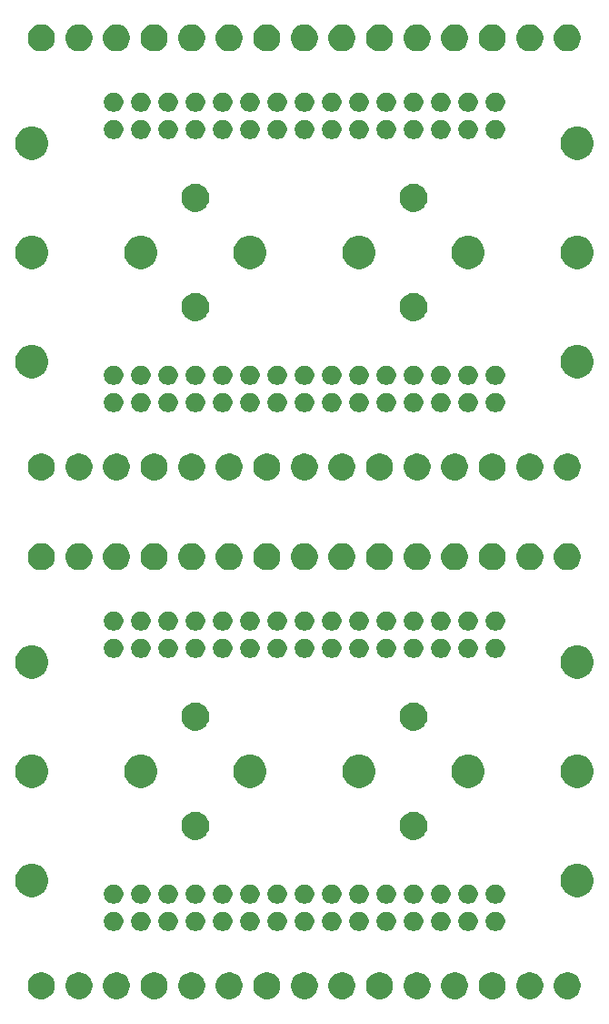
<source format=gbr>
G04 #@! TF.GenerationSoftware,KiCad,Pcbnew,5.1.5-52549c5~86~ubuntu18.04.1*
G04 #@! TF.CreationDate,2020-09-23T16:13:49-05:00*
G04 #@! TF.ProjectId,,58585858-5858-4585-9858-585858585858,rev?*
G04 #@! TF.SameCoordinates,Original*
G04 #@! TF.FileFunction,Soldermask,Bot*
G04 #@! TF.FilePolarity,Negative*
%FSLAX46Y46*%
G04 Gerber Fmt 4.6, Leading zero omitted, Abs format (unit mm)*
G04 Created by KiCad (PCBNEW 5.1.5-52549c5~86~ubuntu18.04.1) date 2020-09-23 16:13:49*
%MOMM*%
%LPD*%
G04 APERTURE LIST*
%ADD10C,0.100000*%
G04 APERTURE END LIST*
D10*
G36*
X152002103Y-123506075D02*
G01*
X152229771Y-123600378D01*
X152434666Y-123737285D01*
X152608915Y-123911534D01*
X152745822Y-124116429D01*
X152840125Y-124344097D01*
X152888200Y-124585787D01*
X152888200Y-124832213D01*
X152840125Y-125073903D01*
X152745822Y-125301571D01*
X152608915Y-125506466D01*
X152434666Y-125680715D01*
X152229771Y-125817622D01*
X152229770Y-125817623D01*
X152229769Y-125817623D01*
X152002103Y-125911925D01*
X151760414Y-125960000D01*
X151513986Y-125960000D01*
X151272297Y-125911925D01*
X151044631Y-125817623D01*
X151044630Y-125817623D01*
X151044629Y-125817622D01*
X150839734Y-125680715D01*
X150665485Y-125506466D01*
X150528578Y-125301571D01*
X150434275Y-125073903D01*
X150386200Y-124832213D01*
X150386200Y-124585787D01*
X150434275Y-124344097D01*
X150528578Y-124116429D01*
X150665485Y-123911534D01*
X150839734Y-123737285D01*
X151044629Y-123600378D01*
X151272297Y-123506075D01*
X151513986Y-123458000D01*
X151760414Y-123458000D01*
X152002103Y-123506075D01*
G37*
G36*
X124002103Y-123506075D02*
G01*
X124229771Y-123600378D01*
X124434666Y-123737285D01*
X124608915Y-123911534D01*
X124745822Y-124116429D01*
X124840125Y-124344097D01*
X124888200Y-124585787D01*
X124888200Y-124832213D01*
X124840125Y-125073903D01*
X124745822Y-125301571D01*
X124608915Y-125506466D01*
X124434666Y-125680715D01*
X124229771Y-125817622D01*
X124229770Y-125817623D01*
X124229769Y-125817623D01*
X124002103Y-125911925D01*
X123760414Y-125960000D01*
X123513986Y-125960000D01*
X123272297Y-125911925D01*
X123044631Y-125817623D01*
X123044630Y-125817623D01*
X123044629Y-125817622D01*
X122839734Y-125680715D01*
X122665485Y-125506466D01*
X122528578Y-125301571D01*
X122434275Y-125073903D01*
X122386200Y-124832213D01*
X122386200Y-124585787D01*
X122434275Y-124344097D01*
X122528578Y-124116429D01*
X122665485Y-123911534D01*
X122839734Y-123737285D01*
X123044629Y-123600378D01*
X123272297Y-123506075D01*
X123513986Y-123458000D01*
X123760414Y-123458000D01*
X124002103Y-123506075D01*
G37*
G36*
X103002103Y-123506075D02*
G01*
X103229771Y-123600378D01*
X103434666Y-123737285D01*
X103608915Y-123911534D01*
X103745822Y-124116429D01*
X103840125Y-124344097D01*
X103888200Y-124585787D01*
X103888200Y-124832213D01*
X103840125Y-125073903D01*
X103745822Y-125301571D01*
X103608915Y-125506466D01*
X103434666Y-125680715D01*
X103229771Y-125817622D01*
X103229770Y-125817623D01*
X103229769Y-125817623D01*
X103002103Y-125911925D01*
X102760414Y-125960000D01*
X102513986Y-125960000D01*
X102272297Y-125911925D01*
X102044631Y-125817623D01*
X102044630Y-125817623D01*
X102044629Y-125817622D01*
X101839734Y-125680715D01*
X101665485Y-125506466D01*
X101528578Y-125301571D01*
X101434275Y-125073903D01*
X101386200Y-124832213D01*
X101386200Y-124585787D01*
X101434275Y-124344097D01*
X101528578Y-124116429D01*
X101665485Y-123911534D01*
X101839734Y-123737285D01*
X102044629Y-123600378D01*
X102272297Y-123506075D01*
X102513986Y-123458000D01*
X102760414Y-123458000D01*
X103002103Y-123506075D01*
G37*
G36*
X106502103Y-123506075D02*
G01*
X106729771Y-123600378D01*
X106934666Y-123737285D01*
X107108915Y-123911534D01*
X107245822Y-124116429D01*
X107340125Y-124344097D01*
X107388200Y-124585787D01*
X107388200Y-124832213D01*
X107340125Y-125073903D01*
X107245822Y-125301571D01*
X107108915Y-125506466D01*
X106934666Y-125680715D01*
X106729771Y-125817622D01*
X106729770Y-125817623D01*
X106729769Y-125817623D01*
X106502103Y-125911925D01*
X106260414Y-125960000D01*
X106013986Y-125960000D01*
X105772297Y-125911925D01*
X105544631Y-125817623D01*
X105544630Y-125817623D01*
X105544629Y-125817622D01*
X105339734Y-125680715D01*
X105165485Y-125506466D01*
X105028578Y-125301571D01*
X104934275Y-125073903D01*
X104886200Y-124832213D01*
X104886200Y-124585787D01*
X104934275Y-124344097D01*
X105028578Y-124116429D01*
X105165485Y-123911534D01*
X105339734Y-123737285D01*
X105544629Y-123600378D01*
X105772297Y-123506075D01*
X106013986Y-123458000D01*
X106260414Y-123458000D01*
X106502103Y-123506075D01*
G37*
G36*
X110002103Y-123506075D02*
G01*
X110229771Y-123600378D01*
X110434666Y-123737285D01*
X110608915Y-123911534D01*
X110745822Y-124116429D01*
X110840125Y-124344097D01*
X110888200Y-124585787D01*
X110888200Y-124832213D01*
X110840125Y-125073903D01*
X110745822Y-125301571D01*
X110608915Y-125506466D01*
X110434666Y-125680715D01*
X110229771Y-125817622D01*
X110229770Y-125817623D01*
X110229769Y-125817623D01*
X110002103Y-125911925D01*
X109760414Y-125960000D01*
X109513986Y-125960000D01*
X109272297Y-125911925D01*
X109044631Y-125817623D01*
X109044630Y-125817623D01*
X109044629Y-125817622D01*
X108839734Y-125680715D01*
X108665485Y-125506466D01*
X108528578Y-125301571D01*
X108434275Y-125073903D01*
X108386200Y-124832213D01*
X108386200Y-124585787D01*
X108434275Y-124344097D01*
X108528578Y-124116429D01*
X108665485Y-123911534D01*
X108839734Y-123737285D01*
X109044629Y-123600378D01*
X109272297Y-123506075D01*
X109513986Y-123458000D01*
X109760414Y-123458000D01*
X110002103Y-123506075D01*
G37*
G36*
X113502103Y-123506075D02*
G01*
X113729771Y-123600378D01*
X113934666Y-123737285D01*
X114108915Y-123911534D01*
X114245822Y-124116429D01*
X114340125Y-124344097D01*
X114388200Y-124585787D01*
X114388200Y-124832213D01*
X114340125Y-125073903D01*
X114245822Y-125301571D01*
X114108915Y-125506466D01*
X113934666Y-125680715D01*
X113729771Y-125817622D01*
X113729770Y-125817623D01*
X113729769Y-125817623D01*
X113502103Y-125911925D01*
X113260414Y-125960000D01*
X113013986Y-125960000D01*
X112772297Y-125911925D01*
X112544631Y-125817623D01*
X112544630Y-125817623D01*
X112544629Y-125817622D01*
X112339734Y-125680715D01*
X112165485Y-125506466D01*
X112028578Y-125301571D01*
X111934275Y-125073903D01*
X111886200Y-124832213D01*
X111886200Y-124585787D01*
X111934275Y-124344097D01*
X112028578Y-124116429D01*
X112165485Y-123911534D01*
X112339734Y-123737285D01*
X112544629Y-123600378D01*
X112772297Y-123506075D01*
X113013986Y-123458000D01*
X113260414Y-123458000D01*
X113502103Y-123506075D01*
G37*
G36*
X117002103Y-123506075D02*
G01*
X117229771Y-123600378D01*
X117434666Y-123737285D01*
X117608915Y-123911534D01*
X117745822Y-124116429D01*
X117840125Y-124344097D01*
X117888200Y-124585787D01*
X117888200Y-124832213D01*
X117840125Y-125073903D01*
X117745822Y-125301571D01*
X117608915Y-125506466D01*
X117434666Y-125680715D01*
X117229771Y-125817622D01*
X117229770Y-125817623D01*
X117229769Y-125817623D01*
X117002103Y-125911925D01*
X116760414Y-125960000D01*
X116513986Y-125960000D01*
X116272297Y-125911925D01*
X116044631Y-125817623D01*
X116044630Y-125817623D01*
X116044629Y-125817622D01*
X115839734Y-125680715D01*
X115665485Y-125506466D01*
X115528578Y-125301571D01*
X115434275Y-125073903D01*
X115386200Y-124832213D01*
X115386200Y-124585787D01*
X115434275Y-124344097D01*
X115528578Y-124116429D01*
X115665485Y-123911534D01*
X115839734Y-123737285D01*
X116044629Y-123600378D01*
X116272297Y-123506075D01*
X116513986Y-123458000D01*
X116760414Y-123458000D01*
X117002103Y-123506075D01*
G37*
G36*
X120502103Y-123506075D02*
G01*
X120729771Y-123600378D01*
X120934666Y-123737285D01*
X121108915Y-123911534D01*
X121245822Y-124116429D01*
X121340125Y-124344097D01*
X121388200Y-124585787D01*
X121388200Y-124832213D01*
X121340125Y-125073903D01*
X121245822Y-125301571D01*
X121108915Y-125506466D01*
X120934666Y-125680715D01*
X120729771Y-125817622D01*
X120729770Y-125817623D01*
X120729769Y-125817623D01*
X120502103Y-125911925D01*
X120260414Y-125960000D01*
X120013986Y-125960000D01*
X119772297Y-125911925D01*
X119544631Y-125817623D01*
X119544630Y-125817623D01*
X119544629Y-125817622D01*
X119339734Y-125680715D01*
X119165485Y-125506466D01*
X119028578Y-125301571D01*
X118934275Y-125073903D01*
X118886200Y-124832213D01*
X118886200Y-124585787D01*
X118934275Y-124344097D01*
X119028578Y-124116429D01*
X119165485Y-123911534D01*
X119339734Y-123737285D01*
X119544629Y-123600378D01*
X119772297Y-123506075D01*
X120013986Y-123458000D01*
X120260414Y-123458000D01*
X120502103Y-123506075D01*
G37*
G36*
X131002103Y-123506075D02*
G01*
X131229771Y-123600378D01*
X131434666Y-123737285D01*
X131608915Y-123911534D01*
X131745822Y-124116429D01*
X131840125Y-124344097D01*
X131888200Y-124585787D01*
X131888200Y-124832213D01*
X131840125Y-125073903D01*
X131745822Y-125301571D01*
X131608915Y-125506466D01*
X131434666Y-125680715D01*
X131229771Y-125817622D01*
X131229770Y-125817623D01*
X131229769Y-125817623D01*
X131002103Y-125911925D01*
X130760414Y-125960000D01*
X130513986Y-125960000D01*
X130272297Y-125911925D01*
X130044631Y-125817623D01*
X130044630Y-125817623D01*
X130044629Y-125817622D01*
X129839734Y-125680715D01*
X129665485Y-125506466D01*
X129528578Y-125301571D01*
X129434275Y-125073903D01*
X129386200Y-124832213D01*
X129386200Y-124585787D01*
X129434275Y-124344097D01*
X129528578Y-124116429D01*
X129665485Y-123911534D01*
X129839734Y-123737285D01*
X130044629Y-123600378D01*
X130272297Y-123506075D01*
X130513986Y-123458000D01*
X130760414Y-123458000D01*
X131002103Y-123506075D01*
G37*
G36*
X134502103Y-123506075D02*
G01*
X134729771Y-123600378D01*
X134934666Y-123737285D01*
X135108915Y-123911534D01*
X135245822Y-124116429D01*
X135340125Y-124344097D01*
X135388200Y-124585787D01*
X135388200Y-124832213D01*
X135340125Y-125073903D01*
X135245822Y-125301571D01*
X135108915Y-125506466D01*
X134934666Y-125680715D01*
X134729771Y-125817622D01*
X134729770Y-125817623D01*
X134729769Y-125817623D01*
X134502103Y-125911925D01*
X134260414Y-125960000D01*
X134013986Y-125960000D01*
X133772297Y-125911925D01*
X133544631Y-125817623D01*
X133544630Y-125817623D01*
X133544629Y-125817622D01*
X133339734Y-125680715D01*
X133165485Y-125506466D01*
X133028578Y-125301571D01*
X132934275Y-125073903D01*
X132886200Y-124832213D01*
X132886200Y-124585787D01*
X132934275Y-124344097D01*
X133028578Y-124116429D01*
X133165485Y-123911534D01*
X133339734Y-123737285D01*
X133544629Y-123600378D01*
X133772297Y-123506075D01*
X134013986Y-123458000D01*
X134260414Y-123458000D01*
X134502103Y-123506075D01*
G37*
G36*
X138002103Y-123506075D02*
G01*
X138229771Y-123600378D01*
X138434666Y-123737285D01*
X138608915Y-123911534D01*
X138745822Y-124116429D01*
X138840125Y-124344097D01*
X138888200Y-124585787D01*
X138888200Y-124832213D01*
X138840125Y-125073903D01*
X138745822Y-125301571D01*
X138608915Y-125506466D01*
X138434666Y-125680715D01*
X138229771Y-125817622D01*
X138229770Y-125817623D01*
X138229769Y-125817623D01*
X138002103Y-125911925D01*
X137760414Y-125960000D01*
X137513986Y-125960000D01*
X137272297Y-125911925D01*
X137044631Y-125817623D01*
X137044630Y-125817623D01*
X137044629Y-125817622D01*
X136839734Y-125680715D01*
X136665485Y-125506466D01*
X136528578Y-125301571D01*
X136434275Y-125073903D01*
X136386200Y-124832213D01*
X136386200Y-124585787D01*
X136434275Y-124344097D01*
X136528578Y-124116429D01*
X136665485Y-123911534D01*
X136839734Y-123737285D01*
X137044629Y-123600378D01*
X137272297Y-123506075D01*
X137513986Y-123458000D01*
X137760414Y-123458000D01*
X138002103Y-123506075D01*
G37*
G36*
X141502103Y-123506075D02*
G01*
X141729771Y-123600378D01*
X141934666Y-123737285D01*
X142108915Y-123911534D01*
X142245822Y-124116429D01*
X142340125Y-124344097D01*
X142388200Y-124585787D01*
X142388200Y-124832213D01*
X142340125Y-125073903D01*
X142245822Y-125301571D01*
X142108915Y-125506466D01*
X141934666Y-125680715D01*
X141729771Y-125817622D01*
X141729770Y-125817623D01*
X141729769Y-125817623D01*
X141502103Y-125911925D01*
X141260414Y-125960000D01*
X141013986Y-125960000D01*
X140772297Y-125911925D01*
X140544631Y-125817623D01*
X140544630Y-125817623D01*
X140544629Y-125817622D01*
X140339734Y-125680715D01*
X140165485Y-125506466D01*
X140028578Y-125301571D01*
X139934275Y-125073903D01*
X139886200Y-124832213D01*
X139886200Y-124585787D01*
X139934275Y-124344097D01*
X140028578Y-124116429D01*
X140165485Y-123911534D01*
X140339734Y-123737285D01*
X140544629Y-123600378D01*
X140772297Y-123506075D01*
X141013986Y-123458000D01*
X141260414Y-123458000D01*
X141502103Y-123506075D01*
G37*
G36*
X145002103Y-123506075D02*
G01*
X145229771Y-123600378D01*
X145434666Y-123737285D01*
X145608915Y-123911534D01*
X145745822Y-124116429D01*
X145840125Y-124344097D01*
X145888200Y-124585787D01*
X145888200Y-124832213D01*
X145840125Y-125073903D01*
X145745822Y-125301571D01*
X145608915Y-125506466D01*
X145434666Y-125680715D01*
X145229771Y-125817622D01*
X145229770Y-125817623D01*
X145229769Y-125817623D01*
X145002103Y-125911925D01*
X144760414Y-125960000D01*
X144513986Y-125960000D01*
X144272297Y-125911925D01*
X144044631Y-125817623D01*
X144044630Y-125817623D01*
X144044629Y-125817622D01*
X143839734Y-125680715D01*
X143665485Y-125506466D01*
X143528578Y-125301571D01*
X143434275Y-125073903D01*
X143386200Y-124832213D01*
X143386200Y-124585787D01*
X143434275Y-124344097D01*
X143528578Y-124116429D01*
X143665485Y-123911534D01*
X143839734Y-123737285D01*
X144044629Y-123600378D01*
X144272297Y-123506075D01*
X144513986Y-123458000D01*
X144760414Y-123458000D01*
X145002103Y-123506075D01*
G37*
G36*
X148502103Y-123506075D02*
G01*
X148729771Y-123600378D01*
X148934666Y-123737285D01*
X149108915Y-123911534D01*
X149245822Y-124116429D01*
X149340125Y-124344097D01*
X149388200Y-124585787D01*
X149388200Y-124832213D01*
X149340125Y-125073903D01*
X149245822Y-125301571D01*
X149108915Y-125506466D01*
X148934666Y-125680715D01*
X148729771Y-125817622D01*
X148729770Y-125817623D01*
X148729769Y-125817623D01*
X148502103Y-125911925D01*
X148260414Y-125960000D01*
X148013986Y-125960000D01*
X147772297Y-125911925D01*
X147544631Y-125817623D01*
X147544630Y-125817623D01*
X147544629Y-125817622D01*
X147339734Y-125680715D01*
X147165485Y-125506466D01*
X147028578Y-125301571D01*
X146934275Y-125073903D01*
X146886200Y-124832213D01*
X146886200Y-124585787D01*
X146934275Y-124344097D01*
X147028578Y-124116429D01*
X147165485Y-123911534D01*
X147339734Y-123737285D01*
X147544629Y-123600378D01*
X147772297Y-123506075D01*
X148013986Y-123458000D01*
X148260414Y-123458000D01*
X148502103Y-123506075D01*
G37*
G36*
X127502103Y-123506075D02*
G01*
X127729771Y-123600378D01*
X127934666Y-123737285D01*
X128108915Y-123911534D01*
X128245822Y-124116429D01*
X128340125Y-124344097D01*
X128388200Y-124585787D01*
X128388200Y-124832213D01*
X128340125Y-125073903D01*
X128245822Y-125301571D01*
X128108915Y-125506466D01*
X127934666Y-125680715D01*
X127729771Y-125817622D01*
X127729770Y-125817623D01*
X127729769Y-125817623D01*
X127502103Y-125911925D01*
X127260414Y-125960000D01*
X127013986Y-125960000D01*
X126772297Y-125911925D01*
X126544631Y-125817623D01*
X126544630Y-125817623D01*
X126544629Y-125817622D01*
X126339734Y-125680715D01*
X126165485Y-125506466D01*
X126028578Y-125301571D01*
X125934275Y-125073903D01*
X125886200Y-124832213D01*
X125886200Y-124585787D01*
X125934275Y-124344097D01*
X126028578Y-124116429D01*
X126165485Y-123911534D01*
X126339734Y-123737285D01*
X126544629Y-123600378D01*
X126772297Y-123506075D01*
X127013986Y-123458000D01*
X127260414Y-123458000D01*
X127502103Y-123506075D01*
G37*
G36*
X145030712Y-117833727D02*
G01*
X145180012Y-117863424D01*
X145343984Y-117931344D01*
X145491554Y-118029947D01*
X145617053Y-118155446D01*
X145715656Y-118303016D01*
X145783576Y-118466988D01*
X145818200Y-118641059D01*
X145818200Y-118818541D01*
X145783576Y-118992612D01*
X145715656Y-119156584D01*
X145617053Y-119304154D01*
X145491554Y-119429653D01*
X145343984Y-119528256D01*
X145180012Y-119596176D01*
X145030712Y-119625873D01*
X145005942Y-119630800D01*
X144828458Y-119630800D01*
X144803688Y-119625873D01*
X144654388Y-119596176D01*
X144490416Y-119528256D01*
X144342846Y-119429653D01*
X144217347Y-119304154D01*
X144118744Y-119156584D01*
X144050824Y-118992612D01*
X144016200Y-118818541D01*
X144016200Y-118641059D01*
X144050824Y-118466988D01*
X144118744Y-118303016D01*
X144217347Y-118155446D01*
X144342846Y-118029947D01*
X144490416Y-117931344D01*
X144654388Y-117863424D01*
X144803688Y-117833727D01*
X144828458Y-117828800D01*
X145005942Y-117828800D01*
X145030712Y-117833727D01*
G37*
G36*
X109470712Y-117833727D02*
G01*
X109620012Y-117863424D01*
X109783984Y-117931344D01*
X109931554Y-118029947D01*
X110057053Y-118155446D01*
X110155656Y-118303016D01*
X110223576Y-118466988D01*
X110258200Y-118641059D01*
X110258200Y-118818541D01*
X110223576Y-118992612D01*
X110155656Y-119156584D01*
X110057053Y-119304154D01*
X109931554Y-119429653D01*
X109783984Y-119528256D01*
X109620012Y-119596176D01*
X109470712Y-119625873D01*
X109445942Y-119630800D01*
X109268458Y-119630800D01*
X109243688Y-119625873D01*
X109094388Y-119596176D01*
X108930416Y-119528256D01*
X108782846Y-119429653D01*
X108657347Y-119304154D01*
X108558744Y-119156584D01*
X108490824Y-118992612D01*
X108456200Y-118818541D01*
X108456200Y-118641059D01*
X108490824Y-118466988D01*
X108558744Y-118303016D01*
X108657347Y-118155446D01*
X108782846Y-118029947D01*
X108930416Y-117931344D01*
X109094388Y-117863424D01*
X109243688Y-117833727D01*
X109268458Y-117828800D01*
X109445942Y-117828800D01*
X109470712Y-117833727D01*
G37*
G36*
X114550712Y-117833727D02*
G01*
X114700012Y-117863424D01*
X114863984Y-117931344D01*
X115011554Y-118029947D01*
X115137053Y-118155446D01*
X115235656Y-118303016D01*
X115303576Y-118466988D01*
X115338200Y-118641059D01*
X115338200Y-118818541D01*
X115303576Y-118992612D01*
X115235656Y-119156584D01*
X115137053Y-119304154D01*
X115011554Y-119429653D01*
X114863984Y-119528256D01*
X114700012Y-119596176D01*
X114550712Y-119625873D01*
X114525942Y-119630800D01*
X114348458Y-119630800D01*
X114323688Y-119625873D01*
X114174388Y-119596176D01*
X114010416Y-119528256D01*
X113862846Y-119429653D01*
X113737347Y-119304154D01*
X113638744Y-119156584D01*
X113570824Y-118992612D01*
X113536200Y-118818541D01*
X113536200Y-118641059D01*
X113570824Y-118466988D01*
X113638744Y-118303016D01*
X113737347Y-118155446D01*
X113862846Y-118029947D01*
X114010416Y-117931344D01*
X114174388Y-117863424D01*
X114323688Y-117833727D01*
X114348458Y-117828800D01*
X114525942Y-117828800D01*
X114550712Y-117833727D01*
G37*
G36*
X112010712Y-117833727D02*
G01*
X112160012Y-117863424D01*
X112323984Y-117931344D01*
X112471554Y-118029947D01*
X112597053Y-118155446D01*
X112695656Y-118303016D01*
X112763576Y-118466988D01*
X112798200Y-118641059D01*
X112798200Y-118818541D01*
X112763576Y-118992612D01*
X112695656Y-119156584D01*
X112597053Y-119304154D01*
X112471554Y-119429653D01*
X112323984Y-119528256D01*
X112160012Y-119596176D01*
X112010712Y-119625873D01*
X111985942Y-119630800D01*
X111808458Y-119630800D01*
X111783688Y-119625873D01*
X111634388Y-119596176D01*
X111470416Y-119528256D01*
X111322846Y-119429653D01*
X111197347Y-119304154D01*
X111098744Y-119156584D01*
X111030824Y-118992612D01*
X110996200Y-118818541D01*
X110996200Y-118641059D01*
X111030824Y-118466988D01*
X111098744Y-118303016D01*
X111197347Y-118155446D01*
X111322846Y-118029947D01*
X111470416Y-117931344D01*
X111634388Y-117863424D01*
X111783688Y-117833727D01*
X111808458Y-117828800D01*
X111985942Y-117828800D01*
X112010712Y-117833727D01*
G37*
G36*
X117090712Y-117833727D02*
G01*
X117240012Y-117863424D01*
X117403984Y-117931344D01*
X117551554Y-118029947D01*
X117677053Y-118155446D01*
X117775656Y-118303016D01*
X117843576Y-118466988D01*
X117878200Y-118641059D01*
X117878200Y-118818541D01*
X117843576Y-118992612D01*
X117775656Y-119156584D01*
X117677053Y-119304154D01*
X117551554Y-119429653D01*
X117403984Y-119528256D01*
X117240012Y-119596176D01*
X117090712Y-119625873D01*
X117065942Y-119630800D01*
X116888458Y-119630800D01*
X116863688Y-119625873D01*
X116714388Y-119596176D01*
X116550416Y-119528256D01*
X116402846Y-119429653D01*
X116277347Y-119304154D01*
X116178744Y-119156584D01*
X116110824Y-118992612D01*
X116076200Y-118818541D01*
X116076200Y-118641059D01*
X116110824Y-118466988D01*
X116178744Y-118303016D01*
X116277347Y-118155446D01*
X116402846Y-118029947D01*
X116550416Y-117931344D01*
X116714388Y-117863424D01*
X116863688Y-117833727D01*
X116888458Y-117828800D01*
X117065942Y-117828800D01*
X117090712Y-117833727D01*
G37*
G36*
X122170712Y-117833727D02*
G01*
X122320012Y-117863424D01*
X122483984Y-117931344D01*
X122631554Y-118029947D01*
X122757053Y-118155446D01*
X122855656Y-118303016D01*
X122923576Y-118466988D01*
X122958200Y-118641059D01*
X122958200Y-118818541D01*
X122923576Y-118992612D01*
X122855656Y-119156584D01*
X122757053Y-119304154D01*
X122631554Y-119429653D01*
X122483984Y-119528256D01*
X122320012Y-119596176D01*
X122170712Y-119625873D01*
X122145942Y-119630800D01*
X121968458Y-119630800D01*
X121943688Y-119625873D01*
X121794388Y-119596176D01*
X121630416Y-119528256D01*
X121482846Y-119429653D01*
X121357347Y-119304154D01*
X121258744Y-119156584D01*
X121190824Y-118992612D01*
X121156200Y-118818541D01*
X121156200Y-118641059D01*
X121190824Y-118466988D01*
X121258744Y-118303016D01*
X121357347Y-118155446D01*
X121482846Y-118029947D01*
X121630416Y-117931344D01*
X121794388Y-117863424D01*
X121943688Y-117833727D01*
X121968458Y-117828800D01*
X122145942Y-117828800D01*
X122170712Y-117833727D01*
G37*
G36*
X119630712Y-117833727D02*
G01*
X119780012Y-117863424D01*
X119943984Y-117931344D01*
X120091554Y-118029947D01*
X120217053Y-118155446D01*
X120315656Y-118303016D01*
X120383576Y-118466988D01*
X120418200Y-118641059D01*
X120418200Y-118818541D01*
X120383576Y-118992612D01*
X120315656Y-119156584D01*
X120217053Y-119304154D01*
X120091554Y-119429653D01*
X119943984Y-119528256D01*
X119780012Y-119596176D01*
X119630712Y-119625873D01*
X119605942Y-119630800D01*
X119428458Y-119630800D01*
X119403688Y-119625873D01*
X119254388Y-119596176D01*
X119090416Y-119528256D01*
X118942846Y-119429653D01*
X118817347Y-119304154D01*
X118718744Y-119156584D01*
X118650824Y-118992612D01*
X118616200Y-118818541D01*
X118616200Y-118641059D01*
X118650824Y-118466988D01*
X118718744Y-118303016D01*
X118817347Y-118155446D01*
X118942846Y-118029947D01*
X119090416Y-117931344D01*
X119254388Y-117863424D01*
X119403688Y-117833727D01*
X119428458Y-117828800D01*
X119605942Y-117828800D01*
X119630712Y-117833727D01*
G37*
G36*
X142490712Y-117833727D02*
G01*
X142640012Y-117863424D01*
X142803984Y-117931344D01*
X142951554Y-118029947D01*
X143077053Y-118155446D01*
X143175656Y-118303016D01*
X143243576Y-118466988D01*
X143278200Y-118641059D01*
X143278200Y-118818541D01*
X143243576Y-118992612D01*
X143175656Y-119156584D01*
X143077053Y-119304154D01*
X142951554Y-119429653D01*
X142803984Y-119528256D01*
X142640012Y-119596176D01*
X142490712Y-119625873D01*
X142465942Y-119630800D01*
X142288458Y-119630800D01*
X142263688Y-119625873D01*
X142114388Y-119596176D01*
X141950416Y-119528256D01*
X141802846Y-119429653D01*
X141677347Y-119304154D01*
X141578744Y-119156584D01*
X141510824Y-118992612D01*
X141476200Y-118818541D01*
X141476200Y-118641059D01*
X141510824Y-118466988D01*
X141578744Y-118303016D01*
X141677347Y-118155446D01*
X141802846Y-118029947D01*
X141950416Y-117931344D01*
X142114388Y-117863424D01*
X142263688Y-117833727D01*
X142288458Y-117828800D01*
X142465942Y-117828800D01*
X142490712Y-117833727D01*
G37*
G36*
X139950712Y-117833727D02*
G01*
X140100012Y-117863424D01*
X140263984Y-117931344D01*
X140411554Y-118029947D01*
X140537053Y-118155446D01*
X140635656Y-118303016D01*
X140703576Y-118466988D01*
X140738200Y-118641059D01*
X140738200Y-118818541D01*
X140703576Y-118992612D01*
X140635656Y-119156584D01*
X140537053Y-119304154D01*
X140411554Y-119429653D01*
X140263984Y-119528256D01*
X140100012Y-119596176D01*
X139950712Y-119625873D01*
X139925942Y-119630800D01*
X139748458Y-119630800D01*
X139723688Y-119625873D01*
X139574388Y-119596176D01*
X139410416Y-119528256D01*
X139262846Y-119429653D01*
X139137347Y-119304154D01*
X139038744Y-119156584D01*
X138970824Y-118992612D01*
X138936200Y-118818541D01*
X138936200Y-118641059D01*
X138970824Y-118466988D01*
X139038744Y-118303016D01*
X139137347Y-118155446D01*
X139262846Y-118029947D01*
X139410416Y-117931344D01*
X139574388Y-117863424D01*
X139723688Y-117833727D01*
X139748458Y-117828800D01*
X139925942Y-117828800D01*
X139950712Y-117833727D01*
G37*
G36*
X134870712Y-117833727D02*
G01*
X135020012Y-117863424D01*
X135183984Y-117931344D01*
X135331554Y-118029947D01*
X135457053Y-118155446D01*
X135555656Y-118303016D01*
X135623576Y-118466988D01*
X135658200Y-118641059D01*
X135658200Y-118818541D01*
X135623576Y-118992612D01*
X135555656Y-119156584D01*
X135457053Y-119304154D01*
X135331554Y-119429653D01*
X135183984Y-119528256D01*
X135020012Y-119596176D01*
X134870712Y-119625873D01*
X134845942Y-119630800D01*
X134668458Y-119630800D01*
X134643688Y-119625873D01*
X134494388Y-119596176D01*
X134330416Y-119528256D01*
X134182846Y-119429653D01*
X134057347Y-119304154D01*
X133958744Y-119156584D01*
X133890824Y-118992612D01*
X133856200Y-118818541D01*
X133856200Y-118641059D01*
X133890824Y-118466988D01*
X133958744Y-118303016D01*
X134057347Y-118155446D01*
X134182846Y-118029947D01*
X134330416Y-117931344D01*
X134494388Y-117863424D01*
X134643688Y-117833727D01*
X134668458Y-117828800D01*
X134845942Y-117828800D01*
X134870712Y-117833727D01*
G37*
G36*
X132330712Y-117833727D02*
G01*
X132480012Y-117863424D01*
X132643984Y-117931344D01*
X132791554Y-118029947D01*
X132917053Y-118155446D01*
X133015656Y-118303016D01*
X133083576Y-118466988D01*
X133118200Y-118641059D01*
X133118200Y-118818541D01*
X133083576Y-118992612D01*
X133015656Y-119156584D01*
X132917053Y-119304154D01*
X132791554Y-119429653D01*
X132643984Y-119528256D01*
X132480012Y-119596176D01*
X132330712Y-119625873D01*
X132305942Y-119630800D01*
X132128458Y-119630800D01*
X132103688Y-119625873D01*
X131954388Y-119596176D01*
X131790416Y-119528256D01*
X131642846Y-119429653D01*
X131517347Y-119304154D01*
X131418744Y-119156584D01*
X131350824Y-118992612D01*
X131316200Y-118818541D01*
X131316200Y-118641059D01*
X131350824Y-118466988D01*
X131418744Y-118303016D01*
X131517347Y-118155446D01*
X131642846Y-118029947D01*
X131790416Y-117931344D01*
X131954388Y-117863424D01*
X132103688Y-117833727D01*
X132128458Y-117828800D01*
X132305942Y-117828800D01*
X132330712Y-117833727D01*
G37*
G36*
X129790712Y-117833727D02*
G01*
X129940012Y-117863424D01*
X130103984Y-117931344D01*
X130251554Y-118029947D01*
X130377053Y-118155446D01*
X130475656Y-118303016D01*
X130543576Y-118466988D01*
X130578200Y-118641059D01*
X130578200Y-118818541D01*
X130543576Y-118992612D01*
X130475656Y-119156584D01*
X130377053Y-119304154D01*
X130251554Y-119429653D01*
X130103984Y-119528256D01*
X129940012Y-119596176D01*
X129790712Y-119625873D01*
X129765942Y-119630800D01*
X129588458Y-119630800D01*
X129563688Y-119625873D01*
X129414388Y-119596176D01*
X129250416Y-119528256D01*
X129102846Y-119429653D01*
X128977347Y-119304154D01*
X128878744Y-119156584D01*
X128810824Y-118992612D01*
X128776200Y-118818541D01*
X128776200Y-118641059D01*
X128810824Y-118466988D01*
X128878744Y-118303016D01*
X128977347Y-118155446D01*
X129102846Y-118029947D01*
X129250416Y-117931344D01*
X129414388Y-117863424D01*
X129563688Y-117833727D01*
X129588458Y-117828800D01*
X129765942Y-117828800D01*
X129790712Y-117833727D01*
G37*
G36*
X127250712Y-117833727D02*
G01*
X127400012Y-117863424D01*
X127563984Y-117931344D01*
X127711554Y-118029947D01*
X127837053Y-118155446D01*
X127935656Y-118303016D01*
X128003576Y-118466988D01*
X128038200Y-118641059D01*
X128038200Y-118818541D01*
X128003576Y-118992612D01*
X127935656Y-119156584D01*
X127837053Y-119304154D01*
X127711554Y-119429653D01*
X127563984Y-119528256D01*
X127400012Y-119596176D01*
X127250712Y-119625873D01*
X127225942Y-119630800D01*
X127048458Y-119630800D01*
X127023688Y-119625873D01*
X126874388Y-119596176D01*
X126710416Y-119528256D01*
X126562846Y-119429653D01*
X126437347Y-119304154D01*
X126338744Y-119156584D01*
X126270824Y-118992612D01*
X126236200Y-118818541D01*
X126236200Y-118641059D01*
X126270824Y-118466988D01*
X126338744Y-118303016D01*
X126437347Y-118155446D01*
X126562846Y-118029947D01*
X126710416Y-117931344D01*
X126874388Y-117863424D01*
X127023688Y-117833727D01*
X127048458Y-117828800D01*
X127225942Y-117828800D01*
X127250712Y-117833727D01*
G37*
G36*
X137410712Y-117833727D02*
G01*
X137560012Y-117863424D01*
X137723984Y-117931344D01*
X137871554Y-118029947D01*
X137997053Y-118155446D01*
X138095656Y-118303016D01*
X138163576Y-118466988D01*
X138198200Y-118641059D01*
X138198200Y-118818541D01*
X138163576Y-118992612D01*
X138095656Y-119156584D01*
X137997053Y-119304154D01*
X137871554Y-119429653D01*
X137723984Y-119528256D01*
X137560012Y-119596176D01*
X137410712Y-119625873D01*
X137385942Y-119630800D01*
X137208458Y-119630800D01*
X137183688Y-119625873D01*
X137034388Y-119596176D01*
X136870416Y-119528256D01*
X136722846Y-119429653D01*
X136597347Y-119304154D01*
X136498744Y-119156584D01*
X136430824Y-118992612D01*
X136396200Y-118818541D01*
X136396200Y-118641059D01*
X136430824Y-118466988D01*
X136498744Y-118303016D01*
X136597347Y-118155446D01*
X136722846Y-118029947D01*
X136870416Y-117931344D01*
X137034388Y-117863424D01*
X137183688Y-117833727D01*
X137208458Y-117828800D01*
X137385942Y-117828800D01*
X137410712Y-117833727D01*
G37*
G36*
X124710712Y-117833727D02*
G01*
X124860012Y-117863424D01*
X125023984Y-117931344D01*
X125171554Y-118029947D01*
X125297053Y-118155446D01*
X125395656Y-118303016D01*
X125463576Y-118466988D01*
X125498200Y-118641059D01*
X125498200Y-118818541D01*
X125463576Y-118992612D01*
X125395656Y-119156584D01*
X125297053Y-119304154D01*
X125171554Y-119429653D01*
X125023984Y-119528256D01*
X124860012Y-119596176D01*
X124710712Y-119625873D01*
X124685942Y-119630800D01*
X124508458Y-119630800D01*
X124483688Y-119625873D01*
X124334388Y-119596176D01*
X124170416Y-119528256D01*
X124022846Y-119429653D01*
X123897347Y-119304154D01*
X123798744Y-119156584D01*
X123730824Y-118992612D01*
X123696200Y-118818541D01*
X123696200Y-118641059D01*
X123730824Y-118466988D01*
X123798744Y-118303016D01*
X123897347Y-118155446D01*
X124022846Y-118029947D01*
X124170416Y-117931344D01*
X124334388Y-117863424D01*
X124483688Y-117833727D01*
X124508458Y-117828800D01*
X124685942Y-117828800D01*
X124710712Y-117833727D01*
G37*
G36*
X139950712Y-115293727D02*
G01*
X140100012Y-115323424D01*
X140263984Y-115391344D01*
X140411554Y-115489947D01*
X140537053Y-115615446D01*
X140635656Y-115763016D01*
X140703576Y-115926988D01*
X140738200Y-116101059D01*
X140738200Y-116278541D01*
X140703576Y-116452612D01*
X140635656Y-116616584D01*
X140537053Y-116764154D01*
X140411554Y-116889653D01*
X140263984Y-116988256D01*
X140100012Y-117056176D01*
X139950712Y-117085873D01*
X139925942Y-117090800D01*
X139748458Y-117090800D01*
X139723688Y-117085873D01*
X139574388Y-117056176D01*
X139410416Y-116988256D01*
X139262846Y-116889653D01*
X139137347Y-116764154D01*
X139038744Y-116616584D01*
X138970824Y-116452612D01*
X138936200Y-116278541D01*
X138936200Y-116101059D01*
X138970824Y-115926988D01*
X139038744Y-115763016D01*
X139137347Y-115615446D01*
X139262846Y-115489947D01*
X139410416Y-115391344D01*
X139574388Y-115323424D01*
X139723688Y-115293727D01*
X139748458Y-115288800D01*
X139925942Y-115288800D01*
X139950712Y-115293727D01*
G37*
G36*
X109470712Y-115293727D02*
G01*
X109620012Y-115323424D01*
X109783984Y-115391344D01*
X109931554Y-115489947D01*
X110057053Y-115615446D01*
X110155656Y-115763016D01*
X110223576Y-115926988D01*
X110258200Y-116101059D01*
X110258200Y-116278541D01*
X110223576Y-116452612D01*
X110155656Y-116616584D01*
X110057053Y-116764154D01*
X109931554Y-116889653D01*
X109783984Y-116988256D01*
X109620012Y-117056176D01*
X109470712Y-117085873D01*
X109445942Y-117090800D01*
X109268458Y-117090800D01*
X109243688Y-117085873D01*
X109094388Y-117056176D01*
X108930416Y-116988256D01*
X108782846Y-116889653D01*
X108657347Y-116764154D01*
X108558744Y-116616584D01*
X108490824Y-116452612D01*
X108456200Y-116278541D01*
X108456200Y-116101059D01*
X108490824Y-115926988D01*
X108558744Y-115763016D01*
X108657347Y-115615446D01*
X108782846Y-115489947D01*
X108930416Y-115391344D01*
X109094388Y-115323424D01*
X109243688Y-115293727D01*
X109268458Y-115288800D01*
X109445942Y-115288800D01*
X109470712Y-115293727D01*
G37*
G36*
X112010712Y-115293727D02*
G01*
X112160012Y-115323424D01*
X112323984Y-115391344D01*
X112471554Y-115489947D01*
X112597053Y-115615446D01*
X112695656Y-115763016D01*
X112763576Y-115926988D01*
X112798200Y-116101059D01*
X112798200Y-116278541D01*
X112763576Y-116452612D01*
X112695656Y-116616584D01*
X112597053Y-116764154D01*
X112471554Y-116889653D01*
X112323984Y-116988256D01*
X112160012Y-117056176D01*
X112010712Y-117085873D01*
X111985942Y-117090800D01*
X111808458Y-117090800D01*
X111783688Y-117085873D01*
X111634388Y-117056176D01*
X111470416Y-116988256D01*
X111322846Y-116889653D01*
X111197347Y-116764154D01*
X111098744Y-116616584D01*
X111030824Y-116452612D01*
X110996200Y-116278541D01*
X110996200Y-116101059D01*
X111030824Y-115926988D01*
X111098744Y-115763016D01*
X111197347Y-115615446D01*
X111322846Y-115489947D01*
X111470416Y-115391344D01*
X111634388Y-115323424D01*
X111783688Y-115293727D01*
X111808458Y-115288800D01*
X111985942Y-115288800D01*
X112010712Y-115293727D01*
G37*
G36*
X114550712Y-115293727D02*
G01*
X114700012Y-115323424D01*
X114863984Y-115391344D01*
X115011554Y-115489947D01*
X115137053Y-115615446D01*
X115235656Y-115763016D01*
X115303576Y-115926988D01*
X115338200Y-116101059D01*
X115338200Y-116278541D01*
X115303576Y-116452612D01*
X115235656Y-116616584D01*
X115137053Y-116764154D01*
X115011554Y-116889653D01*
X114863984Y-116988256D01*
X114700012Y-117056176D01*
X114550712Y-117085873D01*
X114525942Y-117090800D01*
X114348458Y-117090800D01*
X114323688Y-117085873D01*
X114174388Y-117056176D01*
X114010416Y-116988256D01*
X113862846Y-116889653D01*
X113737347Y-116764154D01*
X113638744Y-116616584D01*
X113570824Y-116452612D01*
X113536200Y-116278541D01*
X113536200Y-116101059D01*
X113570824Y-115926988D01*
X113638744Y-115763016D01*
X113737347Y-115615446D01*
X113862846Y-115489947D01*
X114010416Y-115391344D01*
X114174388Y-115323424D01*
X114323688Y-115293727D01*
X114348458Y-115288800D01*
X114525942Y-115288800D01*
X114550712Y-115293727D01*
G37*
G36*
X117090712Y-115293727D02*
G01*
X117240012Y-115323424D01*
X117403984Y-115391344D01*
X117551554Y-115489947D01*
X117677053Y-115615446D01*
X117775656Y-115763016D01*
X117843576Y-115926988D01*
X117878200Y-116101059D01*
X117878200Y-116278541D01*
X117843576Y-116452612D01*
X117775656Y-116616584D01*
X117677053Y-116764154D01*
X117551554Y-116889653D01*
X117403984Y-116988256D01*
X117240012Y-117056176D01*
X117090712Y-117085873D01*
X117065942Y-117090800D01*
X116888458Y-117090800D01*
X116863688Y-117085873D01*
X116714388Y-117056176D01*
X116550416Y-116988256D01*
X116402846Y-116889653D01*
X116277347Y-116764154D01*
X116178744Y-116616584D01*
X116110824Y-116452612D01*
X116076200Y-116278541D01*
X116076200Y-116101059D01*
X116110824Y-115926988D01*
X116178744Y-115763016D01*
X116277347Y-115615446D01*
X116402846Y-115489947D01*
X116550416Y-115391344D01*
X116714388Y-115323424D01*
X116863688Y-115293727D01*
X116888458Y-115288800D01*
X117065942Y-115288800D01*
X117090712Y-115293727D01*
G37*
G36*
X119630712Y-115293727D02*
G01*
X119780012Y-115323424D01*
X119943984Y-115391344D01*
X120091554Y-115489947D01*
X120217053Y-115615446D01*
X120315656Y-115763016D01*
X120383576Y-115926988D01*
X120418200Y-116101059D01*
X120418200Y-116278541D01*
X120383576Y-116452612D01*
X120315656Y-116616584D01*
X120217053Y-116764154D01*
X120091554Y-116889653D01*
X119943984Y-116988256D01*
X119780012Y-117056176D01*
X119630712Y-117085873D01*
X119605942Y-117090800D01*
X119428458Y-117090800D01*
X119403688Y-117085873D01*
X119254388Y-117056176D01*
X119090416Y-116988256D01*
X118942846Y-116889653D01*
X118817347Y-116764154D01*
X118718744Y-116616584D01*
X118650824Y-116452612D01*
X118616200Y-116278541D01*
X118616200Y-116101059D01*
X118650824Y-115926988D01*
X118718744Y-115763016D01*
X118817347Y-115615446D01*
X118942846Y-115489947D01*
X119090416Y-115391344D01*
X119254388Y-115323424D01*
X119403688Y-115293727D01*
X119428458Y-115288800D01*
X119605942Y-115288800D01*
X119630712Y-115293727D01*
G37*
G36*
X122170712Y-115293727D02*
G01*
X122320012Y-115323424D01*
X122483984Y-115391344D01*
X122631554Y-115489947D01*
X122757053Y-115615446D01*
X122855656Y-115763016D01*
X122923576Y-115926988D01*
X122958200Y-116101059D01*
X122958200Y-116278541D01*
X122923576Y-116452612D01*
X122855656Y-116616584D01*
X122757053Y-116764154D01*
X122631554Y-116889653D01*
X122483984Y-116988256D01*
X122320012Y-117056176D01*
X122170712Y-117085873D01*
X122145942Y-117090800D01*
X121968458Y-117090800D01*
X121943688Y-117085873D01*
X121794388Y-117056176D01*
X121630416Y-116988256D01*
X121482846Y-116889653D01*
X121357347Y-116764154D01*
X121258744Y-116616584D01*
X121190824Y-116452612D01*
X121156200Y-116278541D01*
X121156200Y-116101059D01*
X121190824Y-115926988D01*
X121258744Y-115763016D01*
X121357347Y-115615446D01*
X121482846Y-115489947D01*
X121630416Y-115391344D01*
X121794388Y-115323424D01*
X121943688Y-115293727D01*
X121968458Y-115288800D01*
X122145942Y-115288800D01*
X122170712Y-115293727D01*
G37*
G36*
X124710712Y-115293727D02*
G01*
X124860012Y-115323424D01*
X125023984Y-115391344D01*
X125171554Y-115489947D01*
X125297053Y-115615446D01*
X125395656Y-115763016D01*
X125463576Y-115926988D01*
X125498200Y-116101059D01*
X125498200Y-116278541D01*
X125463576Y-116452612D01*
X125395656Y-116616584D01*
X125297053Y-116764154D01*
X125171554Y-116889653D01*
X125023984Y-116988256D01*
X124860012Y-117056176D01*
X124710712Y-117085873D01*
X124685942Y-117090800D01*
X124508458Y-117090800D01*
X124483688Y-117085873D01*
X124334388Y-117056176D01*
X124170416Y-116988256D01*
X124022846Y-116889653D01*
X123897347Y-116764154D01*
X123798744Y-116616584D01*
X123730824Y-116452612D01*
X123696200Y-116278541D01*
X123696200Y-116101059D01*
X123730824Y-115926988D01*
X123798744Y-115763016D01*
X123897347Y-115615446D01*
X124022846Y-115489947D01*
X124170416Y-115391344D01*
X124334388Y-115323424D01*
X124483688Y-115293727D01*
X124508458Y-115288800D01*
X124685942Y-115288800D01*
X124710712Y-115293727D01*
G37*
G36*
X129790712Y-115293727D02*
G01*
X129940012Y-115323424D01*
X130103984Y-115391344D01*
X130251554Y-115489947D01*
X130377053Y-115615446D01*
X130475656Y-115763016D01*
X130543576Y-115926988D01*
X130578200Y-116101059D01*
X130578200Y-116278541D01*
X130543576Y-116452612D01*
X130475656Y-116616584D01*
X130377053Y-116764154D01*
X130251554Y-116889653D01*
X130103984Y-116988256D01*
X129940012Y-117056176D01*
X129790712Y-117085873D01*
X129765942Y-117090800D01*
X129588458Y-117090800D01*
X129563688Y-117085873D01*
X129414388Y-117056176D01*
X129250416Y-116988256D01*
X129102846Y-116889653D01*
X128977347Y-116764154D01*
X128878744Y-116616584D01*
X128810824Y-116452612D01*
X128776200Y-116278541D01*
X128776200Y-116101059D01*
X128810824Y-115926988D01*
X128878744Y-115763016D01*
X128977347Y-115615446D01*
X129102846Y-115489947D01*
X129250416Y-115391344D01*
X129414388Y-115323424D01*
X129563688Y-115293727D01*
X129588458Y-115288800D01*
X129765942Y-115288800D01*
X129790712Y-115293727D01*
G37*
G36*
X132330712Y-115293727D02*
G01*
X132480012Y-115323424D01*
X132643984Y-115391344D01*
X132791554Y-115489947D01*
X132917053Y-115615446D01*
X133015656Y-115763016D01*
X133083576Y-115926988D01*
X133118200Y-116101059D01*
X133118200Y-116278541D01*
X133083576Y-116452612D01*
X133015656Y-116616584D01*
X132917053Y-116764154D01*
X132791554Y-116889653D01*
X132643984Y-116988256D01*
X132480012Y-117056176D01*
X132330712Y-117085873D01*
X132305942Y-117090800D01*
X132128458Y-117090800D01*
X132103688Y-117085873D01*
X131954388Y-117056176D01*
X131790416Y-116988256D01*
X131642846Y-116889653D01*
X131517347Y-116764154D01*
X131418744Y-116616584D01*
X131350824Y-116452612D01*
X131316200Y-116278541D01*
X131316200Y-116101059D01*
X131350824Y-115926988D01*
X131418744Y-115763016D01*
X131517347Y-115615446D01*
X131642846Y-115489947D01*
X131790416Y-115391344D01*
X131954388Y-115323424D01*
X132103688Y-115293727D01*
X132128458Y-115288800D01*
X132305942Y-115288800D01*
X132330712Y-115293727D01*
G37*
G36*
X134870712Y-115293727D02*
G01*
X135020012Y-115323424D01*
X135183984Y-115391344D01*
X135331554Y-115489947D01*
X135457053Y-115615446D01*
X135555656Y-115763016D01*
X135623576Y-115926988D01*
X135658200Y-116101059D01*
X135658200Y-116278541D01*
X135623576Y-116452612D01*
X135555656Y-116616584D01*
X135457053Y-116764154D01*
X135331554Y-116889653D01*
X135183984Y-116988256D01*
X135020012Y-117056176D01*
X134870712Y-117085873D01*
X134845942Y-117090800D01*
X134668458Y-117090800D01*
X134643688Y-117085873D01*
X134494388Y-117056176D01*
X134330416Y-116988256D01*
X134182846Y-116889653D01*
X134057347Y-116764154D01*
X133958744Y-116616584D01*
X133890824Y-116452612D01*
X133856200Y-116278541D01*
X133856200Y-116101059D01*
X133890824Y-115926988D01*
X133958744Y-115763016D01*
X134057347Y-115615446D01*
X134182846Y-115489947D01*
X134330416Y-115391344D01*
X134494388Y-115323424D01*
X134643688Y-115293727D01*
X134668458Y-115288800D01*
X134845942Y-115288800D01*
X134870712Y-115293727D01*
G37*
G36*
X137410712Y-115293727D02*
G01*
X137560012Y-115323424D01*
X137723984Y-115391344D01*
X137871554Y-115489947D01*
X137997053Y-115615446D01*
X138095656Y-115763016D01*
X138163576Y-115926988D01*
X138198200Y-116101059D01*
X138198200Y-116278541D01*
X138163576Y-116452612D01*
X138095656Y-116616584D01*
X137997053Y-116764154D01*
X137871554Y-116889653D01*
X137723984Y-116988256D01*
X137560012Y-117056176D01*
X137410712Y-117085873D01*
X137385942Y-117090800D01*
X137208458Y-117090800D01*
X137183688Y-117085873D01*
X137034388Y-117056176D01*
X136870416Y-116988256D01*
X136722846Y-116889653D01*
X136597347Y-116764154D01*
X136498744Y-116616584D01*
X136430824Y-116452612D01*
X136396200Y-116278541D01*
X136396200Y-116101059D01*
X136430824Y-115926988D01*
X136498744Y-115763016D01*
X136597347Y-115615446D01*
X136722846Y-115489947D01*
X136870416Y-115391344D01*
X137034388Y-115323424D01*
X137183688Y-115293727D01*
X137208458Y-115288800D01*
X137385942Y-115288800D01*
X137410712Y-115293727D01*
G37*
G36*
X142490712Y-115293727D02*
G01*
X142640012Y-115323424D01*
X142803984Y-115391344D01*
X142951554Y-115489947D01*
X143077053Y-115615446D01*
X143175656Y-115763016D01*
X143243576Y-115926988D01*
X143278200Y-116101059D01*
X143278200Y-116278541D01*
X143243576Y-116452612D01*
X143175656Y-116616584D01*
X143077053Y-116764154D01*
X142951554Y-116889653D01*
X142803984Y-116988256D01*
X142640012Y-117056176D01*
X142490712Y-117085873D01*
X142465942Y-117090800D01*
X142288458Y-117090800D01*
X142263688Y-117085873D01*
X142114388Y-117056176D01*
X141950416Y-116988256D01*
X141802846Y-116889653D01*
X141677347Y-116764154D01*
X141578744Y-116616584D01*
X141510824Y-116452612D01*
X141476200Y-116278541D01*
X141476200Y-116101059D01*
X141510824Y-115926988D01*
X141578744Y-115763016D01*
X141677347Y-115615446D01*
X141802846Y-115489947D01*
X141950416Y-115391344D01*
X142114388Y-115323424D01*
X142263688Y-115293727D01*
X142288458Y-115288800D01*
X142465942Y-115288800D01*
X142490712Y-115293727D01*
G37*
G36*
X145030712Y-115293727D02*
G01*
X145180012Y-115323424D01*
X145343984Y-115391344D01*
X145491554Y-115489947D01*
X145617053Y-115615446D01*
X145715656Y-115763016D01*
X145783576Y-115926988D01*
X145818200Y-116101059D01*
X145818200Y-116278541D01*
X145783576Y-116452612D01*
X145715656Y-116616584D01*
X145617053Y-116764154D01*
X145491554Y-116889653D01*
X145343984Y-116988256D01*
X145180012Y-117056176D01*
X145030712Y-117085873D01*
X145005942Y-117090800D01*
X144828458Y-117090800D01*
X144803688Y-117085873D01*
X144654388Y-117056176D01*
X144490416Y-116988256D01*
X144342846Y-116889653D01*
X144217347Y-116764154D01*
X144118744Y-116616584D01*
X144050824Y-116452612D01*
X144016200Y-116278541D01*
X144016200Y-116101059D01*
X144050824Y-115926988D01*
X144118744Y-115763016D01*
X144217347Y-115615446D01*
X144342846Y-115489947D01*
X144490416Y-115391344D01*
X144654388Y-115323424D01*
X144803688Y-115293727D01*
X144828458Y-115288800D01*
X145005942Y-115288800D01*
X145030712Y-115293727D01*
G37*
G36*
X127250712Y-115293727D02*
G01*
X127400012Y-115323424D01*
X127563984Y-115391344D01*
X127711554Y-115489947D01*
X127837053Y-115615446D01*
X127935656Y-115763016D01*
X128003576Y-115926988D01*
X128038200Y-116101059D01*
X128038200Y-116278541D01*
X128003576Y-116452612D01*
X127935656Y-116616584D01*
X127837053Y-116764154D01*
X127711554Y-116889653D01*
X127563984Y-116988256D01*
X127400012Y-117056176D01*
X127250712Y-117085873D01*
X127225942Y-117090800D01*
X127048458Y-117090800D01*
X127023688Y-117085873D01*
X126874388Y-117056176D01*
X126710416Y-116988256D01*
X126562846Y-116889653D01*
X126437347Y-116764154D01*
X126338744Y-116616584D01*
X126270824Y-116452612D01*
X126236200Y-116278541D01*
X126236200Y-116101059D01*
X126270824Y-115926988D01*
X126338744Y-115763016D01*
X126437347Y-115615446D01*
X126562846Y-115489947D01*
X126710416Y-115391344D01*
X126874388Y-115323424D01*
X127023688Y-115293727D01*
X127048458Y-115288800D01*
X127225942Y-115288800D01*
X127250712Y-115293727D01*
G37*
G36*
X102039785Y-113398602D02*
G01*
X102189610Y-113428404D01*
X102471874Y-113545321D01*
X102725905Y-113715059D01*
X102941941Y-113931095D01*
X103111679Y-114185126D01*
X103228596Y-114467390D01*
X103288200Y-114767040D01*
X103288200Y-115072560D01*
X103228596Y-115372210D01*
X103111679Y-115654474D01*
X102941941Y-115908505D01*
X102725905Y-116124541D01*
X102471874Y-116294279D01*
X102189610Y-116411196D01*
X102039785Y-116440998D01*
X101889961Y-116470800D01*
X101584439Y-116470800D01*
X101434615Y-116440998D01*
X101284790Y-116411196D01*
X101002526Y-116294279D01*
X100748495Y-116124541D01*
X100532459Y-115908505D01*
X100362721Y-115654474D01*
X100245804Y-115372210D01*
X100186200Y-115072560D01*
X100186200Y-114767040D01*
X100245804Y-114467390D01*
X100362721Y-114185126D01*
X100532459Y-113931095D01*
X100748495Y-113715059D01*
X101002526Y-113545321D01*
X101284790Y-113428404D01*
X101434615Y-113398602D01*
X101584439Y-113368800D01*
X101889961Y-113368800D01*
X102039785Y-113398602D01*
G37*
G36*
X152839785Y-113398602D02*
G01*
X152989610Y-113428404D01*
X153271874Y-113545321D01*
X153525905Y-113715059D01*
X153741941Y-113931095D01*
X153911679Y-114185126D01*
X154028596Y-114467390D01*
X154088200Y-114767040D01*
X154088200Y-115072560D01*
X154028596Y-115372210D01*
X153911679Y-115654474D01*
X153741941Y-115908505D01*
X153525905Y-116124541D01*
X153271874Y-116294279D01*
X152989610Y-116411196D01*
X152839785Y-116440998D01*
X152689961Y-116470800D01*
X152384439Y-116470800D01*
X152234615Y-116440998D01*
X152084790Y-116411196D01*
X151802526Y-116294279D01*
X151548495Y-116124541D01*
X151332459Y-115908505D01*
X151162721Y-115654474D01*
X151045804Y-115372210D01*
X150986200Y-115072560D01*
X150986200Y-114767040D01*
X151045804Y-114467390D01*
X151162721Y-114185126D01*
X151332459Y-113931095D01*
X151548495Y-113715059D01*
X151802526Y-113545321D01*
X152084790Y-113428404D01*
X152234615Y-113398602D01*
X152384439Y-113368800D01*
X152689961Y-113368800D01*
X152839785Y-113398602D01*
G37*
G36*
X137676593Y-108589104D02*
G01*
X137913301Y-108687152D01*
X137913303Y-108687153D01*
X138126335Y-108829496D01*
X138307504Y-109010665D01*
X138449847Y-109223697D01*
X138449848Y-109223699D01*
X138547896Y-109460407D01*
X138597880Y-109711693D01*
X138597880Y-109967907D01*
X138547896Y-110219193D01*
X138449848Y-110455901D01*
X138449847Y-110455903D01*
X138307504Y-110668935D01*
X138126335Y-110850104D01*
X137913303Y-110992447D01*
X137913302Y-110992448D01*
X137913301Y-110992448D01*
X137676593Y-111090496D01*
X137425307Y-111140480D01*
X137169093Y-111140480D01*
X136917807Y-111090496D01*
X136681099Y-110992448D01*
X136681098Y-110992448D01*
X136681097Y-110992447D01*
X136468065Y-110850104D01*
X136286896Y-110668935D01*
X136144553Y-110455903D01*
X136144552Y-110455901D01*
X136046504Y-110219193D01*
X135996520Y-109967907D01*
X135996520Y-109711693D01*
X136046504Y-109460407D01*
X136144552Y-109223699D01*
X136144553Y-109223697D01*
X136286896Y-109010665D01*
X136468065Y-108829496D01*
X136681097Y-108687153D01*
X136681099Y-108687152D01*
X136917807Y-108589104D01*
X137169093Y-108539120D01*
X137425307Y-108539120D01*
X137676593Y-108589104D01*
G37*
G36*
X117356593Y-108589104D02*
G01*
X117593301Y-108687152D01*
X117593303Y-108687153D01*
X117806335Y-108829496D01*
X117987504Y-109010665D01*
X118129847Y-109223697D01*
X118129848Y-109223699D01*
X118227896Y-109460407D01*
X118277880Y-109711693D01*
X118277880Y-109967907D01*
X118227896Y-110219193D01*
X118129848Y-110455901D01*
X118129847Y-110455903D01*
X117987504Y-110668935D01*
X117806335Y-110850104D01*
X117593303Y-110992447D01*
X117593302Y-110992448D01*
X117593301Y-110992448D01*
X117356593Y-111090496D01*
X117105307Y-111140480D01*
X116849093Y-111140480D01*
X116597807Y-111090496D01*
X116361099Y-110992448D01*
X116361098Y-110992448D01*
X116361097Y-110992447D01*
X116148065Y-110850104D01*
X115966896Y-110668935D01*
X115824553Y-110455903D01*
X115824552Y-110455901D01*
X115726504Y-110219193D01*
X115676520Y-109967907D01*
X115676520Y-109711693D01*
X115726504Y-109460407D01*
X115824552Y-109223699D01*
X115824553Y-109223697D01*
X115966896Y-109010665D01*
X116148065Y-108829496D01*
X116361097Y-108687153D01*
X116361099Y-108687152D01*
X116597807Y-108589104D01*
X116849093Y-108539120D01*
X117105307Y-108539120D01*
X117356593Y-108589104D01*
G37*
G36*
X122359785Y-103238602D02*
G01*
X122509610Y-103268404D01*
X122791874Y-103385321D01*
X123045905Y-103555059D01*
X123261941Y-103771095D01*
X123431679Y-104025126D01*
X123548596Y-104307390D01*
X123608200Y-104607040D01*
X123608200Y-104912560D01*
X123548596Y-105212210D01*
X123431679Y-105494474D01*
X123261941Y-105748505D01*
X123045905Y-105964541D01*
X122791874Y-106134279D01*
X122509610Y-106251196D01*
X122359785Y-106280998D01*
X122209961Y-106310800D01*
X121904439Y-106310800D01*
X121754615Y-106280998D01*
X121604790Y-106251196D01*
X121322526Y-106134279D01*
X121068495Y-105964541D01*
X120852459Y-105748505D01*
X120682721Y-105494474D01*
X120565804Y-105212210D01*
X120506200Y-104912560D01*
X120506200Y-104607040D01*
X120565804Y-104307390D01*
X120682721Y-104025126D01*
X120852459Y-103771095D01*
X121068495Y-103555059D01*
X121322526Y-103385321D01*
X121604790Y-103268404D01*
X121754615Y-103238602D01*
X121904439Y-103208800D01*
X122209961Y-103208800D01*
X122359785Y-103238602D01*
G37*
G36*
X142679785Y-103238602D02*
G01*
X142829610Y-103268404D01*
X143111874Y-103385321D01*
X143365905Y-103555059D01*
X143581941Y-103771095D01*
X143751679Y-104025126D01*
X143868596Y-104307390D01*
X143928200Y-104607040D01*
X143928200Y-104912560D01*
X143868596Y-105212210D01*
X143751679Y-105494474D01*
X143581941Y-105748505D01*
X143365905Y-105964541D01*
X143111874Y-106134279D01*
X142829610Y-106251196D01*
X142679785Y-106280998D01*
X142529961Y-106310800D01*
X142224439Y-106310800D01*
X142074615Y-106280998D01*
X141924790Y-106251196D01*
X141642526Y-106134279D01*
X141388495Y-105964541D01*
X141172459Y-105748505D01*
X141002721Y-105494474D01*
X140885804Y-105212210D01*
X140826200Y-104912560D01*
X140826200Y-104607040D01*
X140885804Y-104307390D01*
X141002721Y-104025126D01*
X141172459Y-103771095D01*
X141388495Y-103555059D01*
X141642526Y-103385321D01*
X141924790Y-103268404D01*
X142074615Y-103238602D01*
X142224439Y-103208800D01*
X142529961Y-103208800D01*
X142679785Y-103238602D01*
G37*
G36*
X152839785Y-103238602D02*
G01*
X152989610Y-103268404D01*
X153271874Y-103385321D01*
X153525905Y-103555059D01*
X153741941Y-103771095D01*
X153911679Y-104025126D01*
X154028596Y-104307390D01*
X154088200Y-104607040D01*
X154088200Y-104912560D01*
X154028596Y-105212210D01*
X153911679Y-105494474D01*
X153741941Y-105748505D01*
X153525905Y-105964541D01*
X153271874Y-106134279D01*
X152989610Y-106251196D01*
X152839785Y-106280998D01*
X152689961Y-106310800D01*
X152384439Y-106310800D01*
X152234615Y-106280998D01*
X152084790Y-106251196D01*
X151802526Y-106134279D01*
X151548495Y-105964541D01*
X151332459Y-105748505D01*
X151162721Y-105494474D01*
X151045804Y-105212210D01*
X150986200Y-104912560D01*
X150986200Y-104607040D01*
X151045804Y-104307390D01*
X151162721Y-104025126D01*
X151332459Y-103771095D01*
X151548495Y-103555059D01*
X151802526Y-103385321D01*
X152084790Y-103268404D01*
X152234615Y-103238602D01*
X152384439Y-103208800D01*
X152689961Y-103208800D01*
X152839785Y-103238602D01*
G37*
G36*
X132519785Y-103238602D02*
G01*
X132669610Y-103268404D01*
X132951874Y-103385321D01*
X133205905Y-103555059D01*
X133421941Y-103771095D01*
X133591679Y-104025126D01*
X133708596Y-104307390D01*
X133768200Y-104607040D01*
X133768200Y-104912560D01*
X133708596Y-105212210D01*
X133591679Y-105494474D01*
X133421941Y-105748505D01*
X133205905Y-105964541D01*
X132951874Y-106134279D01*
X132669610Y-106251196D01*
X132519785Y-106280998D01*
X132369961Y-106310800D01*
X132064439Y-106310800D01*
X131914615Y-106280998D01*
X131764790Y-106251196D01*
X131482526Y-106134279D01*
X131228495Y-105964541D01*
X131012459Y-105748505D01*
X130842721Y-105494474D01*
X130725804Y-105212210D01*
X130666200Y-104912560D01*
X130666200Y-104607040D01*
X130725804Y-104307390D01*
X130842721Y-104025126D01*
X131012459Y-103771095D01*
X131228495Y-103555059D01*
X131482526Y-103385321D01*
X131764790Y-103268404D01*
X131914615Y-103238602D01*
X132064439Y-103208800D01*
X132369961Y-103208800D01*
X132519785Y-103238602D01*
G37*
G36*
X112199785Y-103238602D02*
G01*
X112349610Y-103268404D01*
X112631874Y-103385321D01*
X112885905Y-103555059D01*
X113101941Y-103771095D01*
X113271679Y-104025126D01*
X113388596Y-104307390D01*
X113448200Y-104607040D01*
X113448200Y-104912560D01*
X113388596Y-105212210D01*
X113271679Y-105494474D01*
X113101941Y-105748505D01*
X112885905Y-105964541D01*
X112631874Y-106134279D01*
X112349610Y-106251196D01*
X112199785Y-106280998D01*
X112049961Y-106310800D01*
X111744439Y-106310800D01*
X111594615Y-106280998D01*
X111444790Y-106251196D01*
X111162526Y-106134279D01*
X110908495Y-105964541D01*
X110692459Y-105748505D01*
X110522721Y-105494474D01*
X110405804Y-105212210D01*
X110346200Y-104912560D01*
X110346200Y-104607040D01*
X110405804Y-104307390D01*
X110522721Y-104025126D01*
X110692459Y-103771095D01*
X110908495Y-103555059D01*
X111162526Y-103385321D01*
X111444790Y-103268404D01*
X111594615Y-103238602D01*
X111744439Y-103208800D01*
X112049961Y-103208800D01*
X112199785Y-103238602D01*
G37*
G36*
X102039785Y-103238602D02*
G01*
X102189610Y-103268404D01*
X102471874Y-103385321D01*
X102725905Y-103555059D01*
X102941941Y-103771095D01*
X103111679Y-104025126D01*
X103228596Y-104307390D01*
X103288200Y-104607040D01*
X103288200Y-104912560D01*
X103228596Y-105212210D01*
X103111679Y-105494474D01*
X102941941Y-105748505D01*
X102725905Y-105964541D01*
X102471874Y-106134279D01*
X102189610Y-106251196D01*
X102039785Y-106280998D01*
X101889961Y-106310800D01*
X101584439Y-106310800D01*
X101434615Y-106280998D01*
X101284790Y-106251196D01*
X101002526Y-106134279D01*
X100748495Y-105964541D01*
X100532459Y-105748505D01*
X100362721Y-105494474D01*
X100245804Y-105212210D01*
X100186200Y-104912560D01*
X100186200Y-104607040D01*
X100245804Y-104307390D01*
X100362721Y-104025126D01*
X100532459Y-103771095D01*
X100748495Y-103555059D01*
X101002526Y-103385321D01*
X101284790Y-103268404D01*
X101434615Y-103238602D01*
X101584439Y-103208800D01*
X101889961Y-103208800D01*
X102039785Y-103238602D01*
G37*
G36*
X137676593Y-98429104D02*
G01*
X137913301Y-98527152D01*
X137913303Y-98527153D01*
X138126335Y-98669496D01*
X138307504Y-98850665D01*
X138449847Y-99063697D01*
X138449848Y-99063699D01*
X138547896Y-99300407D01*
X138597880Y-99551693D01*
X138597880Y-99807907D01*
X138547896Y-100059193D01*
X138449848Y-100295901D01*
X138449847Y-100295903D01*
X138307504Y-100508935D01*
X138126335Y-100690104D01*
X137913303Y-100832447D01*
X137913302Y-100832448D01*
X137913301Y-100832448D01*
X137676593Y-100930496D01*
X137425307Y-100980480D01*
X137169093Y-100980480D01*
X136917807Y-100930496D01*
X136681099Y-100832448D01*
X136681098Y-100832448D01*
X136681097Y-100832447D01*
X136468065Y-100690104D01*
X136286896Y-100508935D01*
X136144553Y-100295903D01*
X136144552Y-100295901D01*
X136046504Y-100059193D01*
X135996520Y-99807907D01*
X135996520Y-99551693D01*
X136046504Y-99300407D01*
X136144552Y-99063699D01*
X136144553Y-99063697D01*
X136286896Y-98850665D01*
X136468065Y-98669496D01*
X136681097Y-98527153D01*
X136681099Y-98527152D01*
X136917807Y-98429104D01*
X137169093Y-98379120D01*
X137425307Y-98379120D01*
X137676593Y-98429104D01*
G37*
G36*
X117356593Y-98429104D02*
G01*
X117593301Y-98527152D01*
X117593303Y-98527153D01*
X117806335Y-98669496D01*
X117987504Y-98850665D01*
X118129847Y-99063697D01*
X118129848Y-99063699D01*
X118227896Y-99300407D01*
X118277880Y-99551693D01*
X118277880Y-99807907D01*
X118227896Y-100059193D01*
X118129848Y-100295901D01*
X118129847Y-100295903D01*
X117987504Y-100508935D01*
X117806335Y-100690104D01*
X117593303Y-100832447D01*
X117593302Y-100832448D01*
X117593301Y-100832448D01*
X117356593Y-100930496D01*
X117105307Y-100980480D01*
X116849093Y-100980480D01*
X116597807Y-100930496D01*
X116361099Y-100832448D01*
X116361098Y-100832448D01*
X116361097Y-100832447D01*
X116148065Y-100690104D01*
X115966896Y-100508935D01*
X115824553Y-100295903D01*
X115824552Y-100295901D01*
X115726504Y-100059193D01*
X115676520Y-99807907D01*
X115676520Y-99551693D01*
X115726504Y-99300407D01*
X115824552Y-99063699D01*
X115824553Y-99063697D01*
X115966896Y-98850665D01*
X116148065Y-98669496D01*
X116361097Y-98527153D01*
X116361099Y-98527152D01*
X116597807Y-98429104D01*
X116849093Y-98379120D01*
X117105307Y-98379120D01*
X117356593Y-98429104D01*
G37*
G36*
X152839785Y-93078602D02*
G01*
X152989610Y-93108404D01*
X153271874Y-93225321D01*
X153525905Y-93395059D01*
X153741941Y-93611095D01*
X153911679Y-93865126D01*
X154028596Y-94147390D01*
X154088200Y-94447040D01*
X154088200Y-94752560D01*
X154028596Y-95052210D01*
X153911679Y-95334474D01*
X153741941Y-95588505D01*
X153525905Y-95804541D01*
X153271874Y-95974279D01*
X152989610Y-96091196D01*
X152839785Y-96120998D01*
X152689961Y-96150800D01*
X152384439Y-96150800D01*
X152234615Y-96120998D01*
X152084790Y-96091196D01*
X151802526Y-95974279D01*
X151548495Y-95804541D01*
X151332459Y-95588505D01*
X151162721Y-95334474D01*
X151045804Y-95052210D01*
X150986200Y-94752560D01*
X150986200Y-94447040D01*
X151045804Y-94147390D01*
X151162721Y-93865126D01*
X151332459Y-93611095D01*
X151548495Y-93395059D01*
X151802526Y-93225321D01*
X152084790Y-93108404D01*
X152234615Y-93078602D01*
X152384439Y-93048800D01*
X152689961Y-93048800D01*
X152839785Y-93078602D01*
G37*
G36*
X102039785Y-93078602D02*
G01*
X102189610Y-93108404D01*
X102471874Y-93225321D01*
X102725905Y-93395059D01*
X102941941Y-93611095D01*
X103111679Y-93865126D01*
X103228596Y-94147390D01*
X103288200Y-94447040D01*
X103288200Y-94752560D01*
X103228596Y-95052210D01*
X103111679Y-95334474D01*
X102941941Y-95588505D01*
X102725905Y-95804541D01*
X102471874Y-95974279D01*
X102189610Y-96091196D01*
X102039785Y-96120998D01*
X101889961Y-96150800D01*
X101584439Y-96150800D01*
X101434615Y-96120998D01*
X101284790Y-96091196D01*
X101002526Y-95974279D01*
X100748495Y-95804541D01*
X100532459Y-95588505D01*
X100362721Y-95334474D01*
X100245804Y-95052210D01*
X100186200Y-94752560D01*
X100186200Y-94447040D01*
X100245804Y-94147390D01*
X100362721Y-93865126D01*
X100532459Y-93611095D01*
X100748495Y-93395059D01*
X101002526Y-93225321D01*
X101284790Y-93108404D01*
X101434615Y-93078602D01*
X101584439Y-93048800D01*
X101889961Y-93048800D01*
X102039785Y-93078602D01*
G37*
G36*
X112010712Y-92433727D02*
G01*
X112160012Y-92463424D01*
X112323984Y-92531344D01*
X112471554Y-92629947D01*
X112597053Y-92755446D01*
X112695656Y-92903016D01*
X112763576Y-93066988D01*
X112798200Y-93241059D01*
X112798200Y-93418541D01*
X112763576Y-93592612D01*
X112695656Y-93756584D01*
X112597053Y-93904154D01*
X112471554Y-94029653D01*
X112323984Y-94128256D01*
X112160012Y-94196176D01*
X112010712Y-94225873D01*
X111985942Y-94230800D01*
X111808458Y-94230800D01*
X111783688Y-94225873D01*
X111634388Y-94196176D01*
X111470416Y-94128256D01*
X111322846Y-94029653D01*
X111197347Y-93904154D01*
X111098744Y-93756584D01*
X111030824Y-93592612D01*
X110996200Y-93418541D01*
X110996200Y-93241059D01*
X111030824Y-93066988D01*
X111098744Y-92903016D01*
X111197347Y-92755446D01*
X111322846Y-92629947D01*
X111470416Y-92531344D01*
X111634388Y-92463424D01*
X111783688Y-92433727D01*
X111808458Y-92428800D01*
X111985942Y-92428800D01*
X112010712Y-92433727D01*
G37*
G36*
X134870712Y-92433727D02*
G01*
X135020012Y-92463424D01*
X135183984Y-92531344D01*
X135331554Y-92629947D01*
X135457053Y-92755446D01*
X135555656Y-92903016D01*
X135623576Y-93066988D01*
X135658200Y-93241059D01*
X135658200Y-93418541D01*
X135623576Y-93592612D01*
X135555656Y-93756584D01*
X135457053Y-93904154D01*
X135331554Y-94029653D01*
X135183984Y-94128256D01*
X135020012Y-94196176D01*
X134870712Y-94225873D01*
X134845942Y-94230800D01*
X134668458Y-94230800D01*
X134643688Y-94225873D01*
X134494388Y-94196176D01*
X134330416Y-94128256D01*
X134182846Y-94029653D01*
X134057347Y-93904154D01*
X133958744Y-93756584D01*
X133890824Y-93592612D01*
X133856200Y-93418541D01*
X133856200Y-93241059D01*
X133890824Y-93066988D01*
X133958744Y-92903016D01*
X134057347Y-92755446D01*
X134182846Y-92629947D01*
X134330416Y-92531344D01*
X134494388Y-92463424D01*
X134643688Y-92433727D01*
X134668458Y-92428800D01*
X134845942Y-92428800D01*
X134870712Y-92433727D01*
G37*
G36*
X137410712Y-92433727D02*
G01*
X137560012Y-92463424D01*
X137723984Y-92531344D01*
X137871554Y-92629947D01*
X137997053Y-92755446D01*
X138095656Y-92903016D01*
X138163576Y-93066988D01*
X138198200Y-93241059D01*
X138198200Y-93418541D01*
X138163576Y-93592612D01*
X138095656Y-93756584D01*
X137997053Y-93904154D01*
X137871554Y-94029653D01*
X137723984Y-94128256D01*
X137560012Y-94196176D01*
X137410712Y-94225873D01*
X137385942Y-94230800D01*
X137208458Y-94230800D01*
X137183688Y-94225873D01*
X137034388Y-94196176D01*
X136870416Y-94128256D01*
X136722846Y-94029653D01*
X136597347Y-93904154D01*
X136498744Y-93756584D01*
X136430824Y-93592612D01*
X136396200Y-93418541D01*
X136396200Y-93241059D01*
X136430824Y-93066988D01*
X136498744Y-92903016D01*
X136597347Y-92755446D01*
X136722846Y-92629947D01*
X136870416Y-92531344D01*
X137034388Y-92463424D01*
X137183688Y-92433727D01*
X137208458Y-92428800D01*
X137385942Y-92428800D01*
X137410712Y-92433727D01*
G37*
G36*
X145030712Y-92433727D02*
G01*
X145180012Y-92463424D01*
X145343984Y-92531344D01*
X145491554Y-92629947D01*
X145617053Y-92755446D01*
X145715656Y-92903016D01*
X145783576Y-93066988D01*
X145818200Y-93241059D01*
X145818200Y-93418541D01*
X145783576Y-93592612D01*
X145715656Y-93756584D01*
X145617053Y-93904154D01*
X145491554Y-94029653D01*
X145343984Y-94128256D01*
X145180012Y-94196176D01*
X145030712Y-94225873D01*
X145005942Y-94230800D01*
X144828458Y-94230800D01*
X144803688Y-94225873D01*
X144654388Y-94196176D01*
X144490416Y-94128256D01*
X144342846Y-94029653D01*
X144217347Y-93904154D01*
X144118744Y-93756584D01*
X144050824Y-93592612D01*
X144016200Y-93418541D01*
X144016200Y-93241059D01*
X144050824Y-93066988D01*
X144118744Y-92903016D01*
X144217347Y-92755446D01*
X144342846Y-92629947D01*
X144490416Y-92531344D01*
X144654388Y-92463424D01*
X144803688Y-92433727D01*
X144828458Y-92428800D01*
X145005942Y-92428800D01*
X145030712Y-92433727D01*
G37*
G36*
X142490712Y-92433727D02*
G01*
X142640012Y-92463424D01*
X142803984Y-92531344D01*
X142951554Y-92629947D01*
X143077053Y-92755446D01*
X143175656Y-92903016D01*
X143243576Y-93066988D01*
X143278200Y-93241059D01*
X143278200Y-93418541D01*
X143243576Y-93592612D01*
X143175656Y-93756584D01*
X143077053Y-93904154D01*
X142951554Y-94029653D01*
X142803984Y-94128256D01*
X142640012Y-94196176D01*
X142490712Y-94225873D01*
X142465942Y-94230800D01*
X142288458Y-94230800D01*
X142263688Y-94225873D01*
X142114388Y-94196176D01*
X141950416Y-94128256D01*
X141802846Y-94029653D01*
X141677347Y-93904154D01*
X141578744Y-93756584D01*
X141510824Y-93592612D01*
X141476200Y-93418541D01*
X141476200Y-93241059D01*
X141510824Y-93066988D01*
X141578744Y-92903016D01*
X141677347Y-92755446D01*
X141802846Y-92629947D01*
X141950416Y-92531344D01*
X142114388Y-92463424D01*
X142263688Y-92433727D01*
X142288458Y-92428800D01*
X142465942Y-92428800D01*
X142490712Y-92433727D01*
G37*
G36*
X109470712Y-92433727D02*
G01*
X109620012Y-92463424D01*
X109783984Y-92531344D01*
X109931554Y-92629947D01*
X110057053Y-92755446D01*
X110155656Y-92903016D01*
X110223576Y-93066988D01*
X110258200Y-93241059D01*
X110258200Y-93418541D01*
X110223576Y-93592612D01*
X110155656Y-93756584D01*
X110057053Y-93904154D01*
X109931554Y-94029653D01*
X109783984Y-94128256D01*
X109620012Y-94196176D01*
X109470712Y-94225873D01*
X109445942Y-94230800D01*
X109268458Y-94230800D01*
X109243688Y-94225873D01*
X109094388Y-94196176D01*
X108930416Y-94128256D01*
X108782846Y-94029653D01*
X108657347Y-93904154D01*
X108558744Y-93756584D01*
X108490824Y-93592612D01*
X108456200Y-93418541D01*
X108456200Y-93241059D01*
X108490824Y-93066988D01*
X108558744Y-92903016D01*
X108657347Y-92755446D01*
X108782846Y-92629947D01*
X108930416Y-92531344D01*
X109094388Y-92463424D01*
X109243688Y-92433727D01*
X109268458Y-92428800D01*
X109445942Y-92428800D01*
X109470712Y-92433727D01*
G37*
G36*
X139950712Y-92433727D02*
G01*
X140100012Y-92463424D01*
X140263984Y-92531344D01*
X140411554Y-92629947D01*
X140537053Y-92755446D01*
X140635656Y-92903016D01*
X140703576Y-93066988D01*
X140738200Y-93241059D01*
X140738200Y-93418541D01*
X140703576Y-93592612D01*
X140635656Y-93756584D01*
X140537053Y-93904154D01*
X140411554Y-94029653D01*
X140263984Y-94128256D01*
X140100012Y-94196176D01*
X139950712Y-94225873D01*
X139925942Y-94230800D01*
X139748458Y-94230800D01*
X139723688Y-94225873D01*
X139574388Y-94196176D01*
X139410416Y-94128256D01*
X139262846Y-94029653D01*
X139137347Y-93904154D01*
X139038744Y-93756584D01*
X138970824Y-93592612D01*
X138936200Y-93418541D01*
X138936200Y-93241059D01*
X138970824Y-93066988D01*
X139038744Y-92903016D01*
X139137347Y-92755446D01*
X139262846Y-92629947D01*
X139410416Y-92531344D01*
X139574388Y-92463424D01*
X139723688Y-92433727D01*
X139748458Y-92428800D01*
X139925942Y-92428800D01*
X139950712Y-92433727D01*
G37*
G36*
X117090712Y-92433727D02*
G01*
X117240012Y-92463424D01*
X117403984Y-92531344D01*
X117551554Y-92629947D01*
X117677053Y-92755446D01*
X117775656Y-92903016D01*
X117843576Y-93066988D01*
X117878200Y-93241059D01*
X117878200Y-93418541D01*
X117843576Y-93592612D01*
X117775656Y-93756584D01*
X117677053Y-93904154D01*
X117551554Y-94029653D01*
X117403984Y-94128256D01*
X117240012Y-94196176D01*
X117090712Y-94225873D01*
X117065942Y-94230800D01*
X116888458Y-94230800D01*
X116863688Y-94225873D01*
X116714388Y-94196176D01*
X116550416Y-94128256D01*
X116402846Y-94029653D01*
X116277347Y-93904154D01*
X116178744Y-93756584D01*
X116110824Y-93592612D01*
X116076200Y-93418541D01*
X116076200Y-93241059D01*
X116110824Y-93066988D01*
X116178744Y-92903016D01*
X116277347Y-92755446D01*
X116402846Y-92629947D01*
X116550416Y-92531344D01*
X116714388Y-92463424D01*
X116863688Y-92433727D01*
X116888458Y-92428800D01*
X117065942Y-92428800D01*
X117090712Y-92433727D01*
G37*
G36*
X119630712Y-92433727D02*
G01*
X119780012Y-92463424D01*
X119943984Y-92531344D01*
X120091554Y-92629947D01*
X120217053Y-92755446D01*
X120315656Y-92903016D01*
X120383576Y-93066988D01*
X120418200Y-93241059D01*
X120418200Y-93418541D01*
X120383576Y-93592612D01*
X120315656Y-93756584D01*
X120217053Y-93904154D01*
X120091554Y-94029653D01*
X119943984Y-94128256D01*
X119780012Y-94196176D01*
X119630712Y-94225873D01*
X119605942Y-94230800D01*
X119428458Y-94230800D01*
X119403688Y-94225873D01*
X119254388Y-94196176D01*
X119090416Y-94128256D01*
X118942846Y-94029653D01*
X118817347Y-93904154D01*
X118718744Y-93756584D01*
X118650824Y-93592612D01*
X118616200Y-93418541D01*
X118616200Y-93241059D01*
X118650824Y-93066988D01*
X118718744Y-92903016D01*
X118817347Y-92755446D01*
X118942846Y-92629947D01*
X119090416Y-92531344D01*
X119254388Y-92463424D01*
X119403688Y-92433727D01*
X119428458Y-92428800D01*
X119605942Y-92428800D01*
X119630712Y-92433727D01*
G37*
G36*
X122170712Y-92433727D02*
G01*
X122320012Y-92463424D01*
X122483984Y-92531344D01*
X122631554Y-92629947D01*
X122757053Y-92755446D01*
X122855656Y-92903016D01*
X122923576Y-93066988D01*
X122958200Y-93241059D01*
X122958200Y-93418541D01*
X122923576Y-93592612D01*
X122855656Y-93756584D01*
X122757053Y-93904154D01*
X122631554Y-94029653D01*
X122483984Y-94128256D01*
X122320012Y-94196176D01*
X122170712Y-94225873D01*
X122145942Y-94230800D01*
X121968458Y-94230800D01*
X121943688Y-94225873D01*
X121794388Y-94196176D01*
X121630416Y-94128256D01*
X121482846Y-94029653D01*
X121357347Y-93904154D01*
X121258744Y-93756584D01*
X121190824Y-93592612D01*
X121156200Y-93418541D01*
X121156200Y-93241059D01*
X121190824Y-93066988D01*
X121258744Y-92903016D01*
X121357347Y-92755446D01*
X121482846Y-92629947D01*
X121630416Y-92531344D01*
X121794388Y-92463424D01*
X121943688Y-92433727D01*
X121968458Y-92428800D01*
X122145942Y-92428800D01*
X122170712Y-92433727D01*
G37*
G36*
X124710712Y-92433727D02*
G01*
X124860012Y-92463424D01*
X125023984Y-92531344D01*
X125171554Y-92629947D01*
X125297053Y-92755446D01*
X125395656Y-92903016D01*
X125463576Y-93066988D01*
X125498200Y-93241059D01*
X125498200Y-93418541D01*
X125463576Y-93592612D01*
X125395656Y-93756584D01*
X125297053Y-93904154D01*
X125171554Y-94029653D01*
X125023984Y-94128256D01*
X124860012Y-94196176D01*
X124710712Y-94225873D01*
X124685942Y-94230800D01*
X124508458Y-94230800D01*
X124483688Y-94225873D01*
X124334388Y-94196176D01*
X124170416Y-94128256D01*
X124022846Y-94029653D01*
X123897347Y-93904154D01*
X123798744Y-93756584D01*
X123730824Y-93592612D01*
X123696200Y-93418541D01*
X123696200Y-93241059D01*
X123730824Y-93066988D01*
X123798744Y-92903016D01*
X123897347Y-92755446D01*
X124022846Y-92629947D01*
X124170416Y-92531344D01*
X124334388Y-92463424D01*
X124483688Y-92433727D01*
X124508458Y-92428800D01*
X124685942Y-92428800D01*
X124710712Y-92433727D01*
G37*
G36*
X127250712Y-92433727D02*
G01*
X127400012Y-92463424D01*
X127563984Y-92531344D01*
X127711554Y-92629947D01*
X127837053Y-92755446D01*
X127935656Y-92903016D01*
X128003576Y-93066988D01*
X128038200Y-93241059D01*
X128038200Y-93418541D01*
X128003576Y-93592612D01*
X127935656Y-93756584D01*
X127837053Y-93904154D01*
X127711554Y-94029653D01*
X127563984Y-94128256D01*
X127400012Y-94196176D01*
X127250712Y-94225873D01*
X127225942Y-94230800D01*
X127048458Y-94230800D01*
X127023688Y-94225873D01*
X126874388Y-94196176D01*
X126710416Y-94128256D01*
X126562846Y-94029653D01*
X126437347Y-93904154D01*
X126338744Y-93756584D01*
X126270824Y-93592612D01*
X126236200Y-93418541D01*
X126236200Y-93241059D01*
X126270824Y-93066988D01*
X126338744Y-92903016D01*
X126437347Y-92755446D01*
X126562846Y-92629947D01*
X126710416Y-92531344D01*
X126874388Y-92463424D01*
X127023688Y-92433727D01*
X127048458Y-92428800D01*
X127225942Y-92428800D01*
X127250712Y-92433727D01*
G37*
G36*
X129790712Y-92433727D02*
G01*
X129940012Y-92463424D01*
X130103984Y-92531344D01*
X130251554Y-92629947D01*
X130377053Y-92755446D01*
X130475656Y-92903016D01*
X130543576Y-93066988D01*
X130578200Y-93241059D01*
X130578200Y-93418541D01*
X130543576Y-93592612D01*
X130475656Y-93756584D01*
X130377053Y-93904154D01*
X130251554Y-94029653D01*
X130103984Y-94128256D01*
X129940012Y-94196176D01*
X129790712Y-94225873D01*
X129765942Y-94230800D01*
X129588458Y-94230800D01*
X129563688Y-94225873D01*
X129414388Y-94196176D01*
X129250416Y-94128256D01*
X129102846Y-94029653D01*
X128977347Y-93904154D01*
X128878744Y-93756584D01*
X128810824Y-93592612D01*
X128776200Y-93418541D01*
X128776200Y-93241059D01*
X128810824Y-93066988D01*
X128878744Y-92903016D01*
X128977347Y-92755446D01*
X129102846Y-92629947D01*
X129250416Y-92531344D01*
X129414388Y-92463424D01*
X129563688Y-92433727D01*
X129588458Y-92428800D01*
X129765942Y-92428800D01*
X129790712Y-92433727D01*
G37*
G36*
X132330712Y-92433727D02*
G01*
X132480012Y-92463424D01*
X132643984Y-92531344D01*
X132791554Y-92629947D01*
X132917053Y-92755446D01*
X133015656Y-92903016D01*
X133083576Y-93066988D01*
X133118200Y-93241059D01*
X133118200Y-93418541D01*
X133083576Y-93592612D01*
X133015656Y-93756584D01*
X132917053Y-93904154D01*
X132791554Y-94029653D01*
X132643984Y-94128256D01*
X132480012Y-94196176D01*
X132330712Y-94225873D01*
X132305942Y-94230800D01*
X132128458Y-94230800D01*
X132103688Y-94225873D01*
X131954388Y-94196176D01*
X131790416Y-94128256D01*
X131642846Y-94029653D01*
X131517347Y-93904154D01*
X131418744Y-93756584D01*
X131350824Y-93592612D01*
X131316200Y-93418541D01*
X131316200Y-93241059D01*
X131350824Y-93066988D01*
X131418744Y-92903016D01*
X131517347Y-92755446D01*
X131642846Y-92629947D01*
X131790416Y-92531344D01*
X131954388Y-92463424D01*
X132103688Y-92433727D01*
X132128458Y-92428800D01*
X132305942Y-92428800D01*
X132330712Y-92433727D01*
G37*
G36*
X114550712Y-92433727D02*
G01*
X114700012Y-92463424D01*
X114863984Y-92531344D01*
X115011554Y-92629947D01*
X115137053Y-92755446D01*
X115235656Y-92903016D01*
X115303576Y-93066988D01*
X115338200Y-93241059D01*
X115338200Y-93418541D01*
X115303576Y-93592612D01*
X115235656Y-93756584D01*
X115137053Y-93904154D01*
X115011554Y-94029653D01*
X114863984Y-94128256D01*
X114700012Y-94196176D01*
X114550712Y-94225873D01*
X114525942Y-94230800D01*
X114348458Y-94230800D01*
X114323688Y-94225873D01*
X114174388Y-94196176D01*
X114010416Y-94128256D01*
X113862846Y-94029653D01*
X113737347Y-93904154D01*
X113638744Y-93756584D01*
X113570824Y-93592612D01*
X113536200Y-93418541D01*
X113536200Y-93241059D01*
X113570824Y-93066988D01*
X113638744Y-92903016D01*
X113737347Y-92755446D01*
X113862846Y-92629947D01*
X114010416Y-92531344D01*
X114174388Y-92463424D01*
X114323688Y-92433727D01*
X114348458Y-92428800D01*
X114525942Y-92428800D01*
X114550712Y-92433727D01*
G37*
G36*
X127250712Y-89893727D02*
G01*
X127400012Y-89923424D01*
X127563984Y-89991344D01*
X127711554Y-90089947D01*
X127837053Y-90215446D01*
X127935656Y-90363016D01*
X128003576Y-90526988D01*
X128038200Y-90701059D01*
X128038200Y-90878541D01*
X128003576Y-91052612D01*
X127935656Y-91216584D01*
X127837053Y-91364154D01*
X127711554Y-91489653D01*
X127563984Y-91588256D01*
X127400012Y-91656176D01*
X127250712Y-91685873D01*
X127225942Y-91690800D01*
X127048458Y-91690800D01*
X127023688Y-91685873D01*
X126874388Y-91656176D01*
X126710416Y-91588256D01*
X126562846Y-91489653D01*
X126437347Y-91364154D01*
X126338744Y-91216584D01*
X126270824Y-91052612D01*
X126236200Y-90878541D01*
X126236200Y-90701059D01*
X126270824Y-90526988D01*
X126338744Y-90363016D01*
X126437347Y-90215446D01*
X126562846Y-90089947D01*
X126710416Y-89991344D01*
X126874388Y-89923424D01*
X127023688Y-89893727D01*
X127048458Y-89888800D01*
X127225942Y-89888800D01*
X127250712Y-89893727D01*
G37*
G36*
X137410712Y-89893727D02*
G01*
X137560012Y-89923424D01*
X137723984Y-89991344D01*
X137871554Y-90089947D01*
X137997053Y-90215446D01*
X138095656Y-90363016D01*
X138163576Y-90526988D01*
X138198200Y-90701059D01*
X138198200Y-90878541D01*
X138163576Y-91052612D01*
X138095656Y-91216584D01*
X137997053Y-91364154D01*
X137871554Y-91489653D01*
X137723984Y-91588256D01*
X137560012Y-91656176D01*
X137410712Y-91685873D01*
X137385942Y-91690800D01*
X137208458Y-91690800D01*
X137183688Y-91685873D01*
X137034388Y-91656176D01*
X136870416Y-91588256D01*
X136722846Y-91489653D01*
X136597347Y-91364154D01*
X136498744Y-91216584D01*
X136430824Y-91052612D01*
X136396200Y-90878541D01*
X136396200Y-90701059D01*
X136430824Y-90526988D01*
X136498744Y-90363016D01*
X136597347Y-90215446D01*
X136722846Y-90089947D01*
X136870416Y-89991344D01*
X137034388Y-89923424D01*
X137183688Y-89893727D01*
X137208458Y-89888800D01*
X137385942Y-89888800D01*
X137410712Y-89893727D01*
G37*
G36*
X134870712Y-89893727D02*
G01*
X135020012Y-89923424D01*
X135183984Y-89991344D01*
X135331554Y-90089947D01*
X135457053Y-90215446D01*
X135555656Y-90363016D01*
X135623576Y-90526988D01*
X135658200Y-90701059D01*
X135658200Y-90878541D01*
X135623576Y-91052612D01*
X135555656Y-91216584D01*
X135457053Y-91364154D01*
X135331554Y-91489653D01*
X135183984Y-91588256D01*
X135020012Y-91656176D01*
X134870712Y-91685873D01*
X134845942Y-91690800D01*
X134668458Y-91690800D01*
X134643688Y-91685873D01*
X134494388Y-91656176D01*
X134330416Y-91588256D01*
X134182846Y-91489653D01*
X134057347Y-91364154D01*
X133958744Y-91216584D01*
X133890824Y-91052612D01*
X133856200Y-90878541D01*
X133856200Y-90701059D01*
X133890824Y-90526988D01*
X133958744Y-90363016D01*
X134057347Y-90215446D01*
X134182846Y-90089947D01*
X134330416Y-89991344D01*
X134494388Y-89923424D01*
X134643688Y-89893727D01*
X134668458Y-89888800D01*
X134845942Y-89888800D01*
X134870712Y-89893727D01*
G37*
G36*
X132330712Y-89893727D02*
G01*
X132480012Y-89923424D01*
X132643984Y-89991344D01*
X132791554Y-90089947D01*
X132917053Y-90215446D01*
X133015656Y-90363016D01*
X133083576Y-90526988D01*
X133118200Y-90701059D01*
X133118200Y-90878541D01*
X133083576Y-91052612D01*
X133015656Y-91216584D01*
X132917053Y-91364154D01*
X132791554Y-91489653D01*
X132643984Y-91588256D01*
X132480012Y-91656176D01*
X132330712Y-91685873D01*
X132305942Y-91690800D01*
X132128458Y-91690800D01*
X132103688Y-91685873D01*
X131954388Y-91656176D01*
X131790416Y-91588256D01*
X131642846Y-91489653D01*
X131517347Y-91364154D01*
X131418744Y-91216584D01*
X131350824Y-91052612D01*
X131316200Y-90878541D01*
X131316200Y-90701059D01*
X131350824Y-90526988D01*
X131418744Y-90363016D01*
X131517347Y-90215446D01*
X131642846Y-90089947D01*
X131790416Y-89991344D01*
X131954388Y-89923424D01*
X132103688Y-89893727D01*
X132128458Y-89888800D01*
X132305942Y-89888800D01*
X132330712Y-89893727D01*
G37*
G36*
X129790712Y-89893727D02*
G01*
X129940012Y-89923424D01*
X130103984Y-89991344D01*
X130251554Y-90089947D01*
X130377053Y-90215446D01*
X130475656Y-90363016D01*
X130543576Y-90526988D01*
X130578200Y-90701059D01*
X130578200Y-90878541D01*
X130543576Y-91052612D01*
X130475656Y-91216584D01*
X130377053Y-91364154D01*
X130251554Y-91489653D01*
X130103984Y-91588256D01*
X129940012Y-91656176D01*
X129790712Y-91685873D01*
X129765942Y-91690800D01*
X129588458Y-91690800D01*
X129563688Y-91685873D01*
X129414388Y-91656176D01*
X129250416Y-91588256D01*
X129102846Y-91489653D01*
X128977347Y-91364154D01*
X128878744Y-91216584D01*
X128810824Y-91052612D01*
X128776200Y-90878541D01*
X128776200Y-90701059D01*
X128810824Y-90526988D01*
X128878744Y-90363016D01*
X128977347Y-90215446D01*
X129102846Y-90089947D01*
X129250416Y-89991344D01*
X129414388Y-89923424D01*
X129563688Y-89893727D01*
X129588458Y-89888800D01*
X129765942Y-89888800D01*
X129790712Y-89893727D01*
G37*
G36*
X124710712Y-89893727D02*
G01*
X124860012Y-89923424D01*
X125023984Y-89991344D01*
X125171554Y-90089947D01*
X125297053Y-90215446D01*
X125395656Y-90363016D01*
X125463576Y-90526988D01*
X125498200Y-90701059D01*
X125498200Y-90878541D01*
X125463576Y-91052612D01*
X125395656Y-91216584D01*
X125297053Y-91364154D01*
X125171554Y-91489653D01*
X125023984Y-91588256D01*
X124860012Y-91656176D01*
X124710712Y-91685873D01*
X124685942Y-91690800D01*
X124508458Y-91690800D01*
X124483688Y-91685873D01*
X124334388Y-91656176D01*
X124170416Y-91588256D01*
X124022846Y-91489653D01*
X123897347Y-91364154D01*
X123798744Y-91216584D01*
X123730824Y-91052612D01*
X123696200Y-90878541D01*
X123696200Y-90701059D01*
X123730824Y-90526988D01*
X123798744Y-90363016D01*
X123897347Y-90215446D01*
X124022846Y-90089947D01*
X124170416Y-89991344D01*
X124334388Y-89923424D01*
X124483688Y-89893727D01*
X124508458Y-89888800D01*
X124685942Y-89888800D01*
X124710712Y-89893727D01*
G37*
G36*
X122170712Y-89893727D02*
G01*
X122320012Y-89923424D01*
X122483984Y-89991344D01*
X122631554Y-90089947D01*
X122757053Y-90215446D01*
X122855656Y-90363016D01*
X122923576Y-90526988D01*
X122958200Y-90701059D01*
X122958200Y-90878541D01*
X122923576Y-91052612D01*
X122855656Y-91216584D01*
X122757053Y-91364154D01*
X122631554Y-91489653D01*
X122483984Y-91588256D01*
X122320012Y-91656176D01*
X122170712Y-91685873D01*
X122145942Y-91690800D01*
X121968458Y-91690800D01*
X121943688Y-91685873D01*
X121794388Y-91656176D01*
X121630416Y-91588256D01*
X121482846Y-91489653D01*
X121357347Y-91364154D01*
X121258744Y-91216584D01*
X121190824Y-91052612D01*
X121156200Y-90878541D01*
X121156200Y-90701059D01*
X121190824Y-90526988D01*
X121258744Y-90363016D01*
X121357347Y-90215446D01*
X121482846Y-90089947D01*
X121630416Y-89991344D01*
X121794388Y-89923424D01*
X121943688Y-89893727D01*
X121968458Y-89888800D01*
X122145942Y-89888800D01*
X122170712Y-89893727D01*
G37*
G36*
X117090712Y-89893727D02*
G01*
X117240012Y-89923424D01*
X117403984Y-89991344D01*
X117551554Y-90089947D01*
X117677053Y-90215446D01*
X117775656Y-90363016D01*
X117843576Y-90526988D01*
X117878200Y-90701059D01*
X117878200Y-90878541D01*
X117843576Y-91052612D01*
X117775656Y-91216584D01*
X117677053Y-91364154D01*
X117551554Y-91489653D01*
X117403984Y-91588256D01*
X117240012Y-91656176D01*
X117090712Y-91685873D01*
X117065942Y-91690800D01*
X116888458Y-91690800D01*
X116863688Y-91685873D01*
X116714388Y-91656176D01*
X116550416Y-91588256D01*
X116402846Y-91489653D01*
X116277347Y-91364154D01*
X116178744Y-91216584D01*
X116110824Y-91052612D01*
X116076200Y-90878541D01*
X116076200Y-90701059D01*
X116110824Y-90526988D01*
X116178744Y-90363016D01*
X116277347Y-90215446D01*
X116402846Y-90089947D01*
X116550416Y-89991344D01*
X116714388Y-89923424D01*
X116863688Y-89893727D01*
X116888458Y-89888800D01*
X117065942Y-89888800D01*
X117090712Y-89893727D01*
G37*
G36*
X114550712Y-89893727D02*
G01*
X114700012Y-89923424D01*
X114863984Y-89991344D01*
X115011554Y-90089947D01*
X115137053Y-90215446D01*
X115235656Y-90363016D01*
X115303576Y-90526988D01*
X115338200Y-90701059D01*
X115338200Y-90878541D01*
X115303576Y-91052612D01*
X115235656Y-91216584D01*
X115137053Y-91364154D01*
X115011554Y-91489653D01*
X114863984Y-91588256D01*
X114700012Y-91656176D01*
X114550712Y-91685873D01*
X114525942Y-91690800D01*
X114348458Y-91690800D01*
X114323688Y-91685873D01*
X114174388Y-91656176D01*
X114010416Y-91588256D01*
X113862846Y-91489653D01*
X113737347Y-91364154D01*
X113638744Y-91216584D01*
X113570824Y-91052612D01*
X113536200Y-90878541D01*
X113536200Y-90701059D01*
X113570824Y-90526988D01*
X113638744Y-90363016D01*
X113737347Y-90215446D01*
X113862846Y-90089947D01*
X114010416Y-89991344D01*
X114174388Y-89923424D01*
X114323688Y-89893727D01*
X114348458Y-89888800D01*
X114525942Y-89888800D01*
X114550712Y-89893727D01*
G37*
G36*
X145030712Y-89893727D02*
G01*
X145180012Y-89923424D01*
X145343984Y-89991344D01*
X145491554Y-90089947D01*
X145617053Y-90215446D01*
X145715656Y-90363016D01*
X145783576Y-90526988D01*
X145818200Y-90701059D01*
X145818200Y-90878541D01*
X145783576Y-91052612D01*
X145715656Y-91216584D01*
X145617053Y-91364154D01*
X145491554Y-91489653D01*
X145343984Y-91588256D01*
X145180012Y-91656176D01*
X145030712Y-91685873D01*
X145005942Y-91690800D01*
X144828458Y-91690800D01*
X144803688Y-91685873D01*
X144654388Y-91656176D01*
X144490416Y-91588256D01*
X144342846Y-91489653D01*
X144217347Y-91364154D01*
X144118744Y-91216584D01*
X144050824Y-91052612D01*
X144016200Y-90878541D01*
X144016200Y-90701059D01*
X144050824Y-90526988D01*
X144118744Y-90363016D01*
X144217347Y-90215446D01*
X144342846Y-90089947D01*
X144490416Y-89991344D01*
X144654388Y-89923424D01*
X144803688Y-89893727D01*
X144828458Y-89888800D01*
X145005942Y-89888800D01*
X145030712Y-89893727D01*
G37*
G36*
X112010712Y-89893727D02*
G01*
X112160012Y-89923424D01*
X112323984Y-89991344D01*
X112471554Y-90089947D01*
X112597053Y-90215446D01*
X112695656Y-90363016D01*
X112763576Y-90526988D01*
X112798200Y-90701059D01*
X112798200Y-90878541D01*
X112763576Y-91052612D01*
X112695656Y-91216584D01*
X112597053Y-91364154D01*
X112471554Y-91489653D01*
X112323984Y-91588256D01*
X112160012Y-91656176D01*
X112010712Y-91685873D01*
X111985942Y-91690800D01*
X111808458Y-91690800D01*
X111783688Y-91685873D01*
X111634388Y-91656176D01*
X111470416Y-91588256D01*
X111322846Y-91489653D01*
X111197347Y-91364154D01*
X111098744Y-91216584D01*
X111030824Y-91052612D01*
X110996200Y-90878541D01*
X110996200Y-90701059D01*
X111030824Y-90526988D01*
X111098744Y-90363016D01*
X111197347Y-90215446D01*
X111322846Y-90089947D01*
X111470416Y-89991344D01*
X111634388Y-89923424D01*
X111783688Y-89893727D01*
X111808458Y-89888800D01*
X111985942Y-89888800D01*
X112010712Y-89893727D01*
G37*
G36*
X109470712Y-89893727D02*
G01*
X109620012Y-89923424D01*
X109783984Y-89991344D01*
X109931554Y-90089947D01*
X110057053Y-90215446D01*
X110155656Y-90363016D01*
X110223576Y-90526988D01*
X110258200Y-90701059D01*
X110258200Y-90878541D01*
X110223576Y-91052612D01*
X110155656Y-91216584D01*
X110057053Y-91364154D01*
X109931554Y-91489653D01*
X109783984Y-91588256D01*
X109620012Y-91656176D01*
X109470712Y-91685873D01*
X109445942Y-91690800D01*
X109268458Y-91690800D01*
X109243688Y-91685873D01*
X109094388Y-91656176D01*
X108930416Y-91588256D01*
X108782846Y-91489653D01*
X108657347Y-91364154D01*
X108558744Y-91216584D01*
X108490824Y-91052612D01*
X108456200Y-90878541D01*
X108456200Y-90701059D01*
X108490824Y-90526988D01*
X108558744Y-90363016D01*
X108657347Y-90215446D01*
X108782846Y-90089947D01*
X108930416Y-89991344D01*
X109094388Y-89923424D01*
X109243688Y-89893727D01*
X109268458Y-89888800D01*
X109445942Y-89888800D01*
X109470712Y-89893727D01*
G37*
G36*
X139950712Y-89893727D02*
G01*
X140100012Y-89923424D01*
X140263984Y-89991344D01*
X140411554Y-90089947D01*
X140537053Y-90215446D01*
X140635656Y-90363016D01*
X140703576Y-90526988D01*
X140738200Y-90701059D01*
X140738200Y-90878541D01*
X140703576Y-91052612D01*
X140635656Y-91216584D01*
X140537053Y-91364154D01*
X140411554Y-91489653D01*
X140263984Y-91588256D01*
X140100012Y-91656176D01*
X139950712Y-91685873D01*
X139925942Y-91690800D01*
X139748458Y-91690800D01*
X139723688Y-91685873D01*
X139574388Y-91656176D01*
X139410416Y-91588256D01*
X139262846Y-91489653D01*
X139137347Y-91364154D01*
X139038744Y-91216584D01*
X138970824Y-91052612D01*
X138936200Y-90878541D01*
X138936200Y-90701059D01*
X138970824Y-90526988D01*
X139038744Y-90363016D01*
X139137347Y-90215446D01*
X139262846Y-90089947D01*
X139410416Y-89991344D01*
X139574388Y-89923424D01*
X139723688Y-89893727D01*
X139748458Y-89888800D01*
X139925942Y-89888800D01*
X139950712Y-89893727D01*
G37*
G36*
X142490712Y-89893727D02*
G01*
X142640012Y-89923424D01*
X142803984Y-89991344D01*
X142951554Y-90089947D01*
X143077053Y-90215446D01*
X143175656Y-90363016D01*
X143243576Y-90526988D01*
X143278200Y-90701059D01*
X143278200Y-90878541D01*
X143243576Y-91052612D01*
X143175656Y-91216584D01*
X143077053Y-91364154D01*
X142951554Y-91489653D01*
X142803984Y-91588256D01*
X142640012Y-91656176D01*
X142490712Y-91685873D01*
X142465942Y-91690800D01*
X142288458Y-91690800D01*
X142263688Y-91685873D01*
X142114388Y-91656176D01*
X141950416Y-91588256D01*
X141802846Y-91489653D01*
X141677347Y-91364154D01*
X141578744Y-91216584D01*
X141510824Y-91052612D01*
X141476200Y-90878541D01*
X141476200Y-90701059D01*
X141510824Y-90526988D01*
X141578744Y-90363016D01*
X141677347Y-90215446D01*
X141802846Y-90089947D01*
X141950416Y-89991344D01*
X142114388Y-89923424D01*
X142263688Y-89893727D01*
X142288458Y-89888800D01*
X142465942Y-89888800D01*
X142490712Y-89893727D01*
G37*
G36*
X119630712Y-89893727D02*
G01*
X119780012Y-89923424D01*
X119943984Y-89991344D01*
X120091554Y-90089947D01*
X120217053Y-90215446D01*
X120315656Y-90363016D01*
X120383576Y-90526988D01*
X120418200Y-90701059D01*
X120418200Y-90878541D01*
X120383576Y-91052612D01*
X120315656Y-91216584D01*
X120217053Y-91364154D01*
X120091554Y-91489653D01*
X119943984Y-91588256D01*
X119780012Y-91656176D01*
X119630712Y-91685873D01*
X119605942Y-91690800D01*
X119428458Y-91690800D01*
X119403688Y-91685873D01*
X119254388Y-91656176D01*
X119090416Y-91588256D01*
X118942846Y-91489653D01*
X118817347Y-91364154D01*
X118718744Y-91216584D01*
X118650824Y-91052612D01*
X118616200Y-90878541D01*
X118616200Y-90701059D01*
X118650824Y-90526988D01*
X118718744Y-90363016D01*
X118817347Y-90215446D01*
X118942846Y-90089947D01*
X119090416Y-89991344D01*
X119254388Y-89923424D01*
X119403688Y-89893727D01*
X119428458Y-89888800D01*
X119605942Y-89888800D01*
X119630712Y-89893727D01*
G37*
G36*
X124002103Y-83607675D02*
G01*
X124229771Y-83701978D01*
X124434666Y-83838885D01*
X124608915Y-84013134D01*
X124745822Y-84218029D01*
X124840125Y-84445697D01*
X124888200Y-84687387D01*
X124888200Y-84933813D01*
X124840125Y-85175503D01*
X124745822Y-85403171D01*
X124608915Y-85608066D01*
X124434666Y-85782315D01*
X124229771Y-85919222D01*
X124229770Y-85919223D01*
X124229769Y-85919223D01*
X124002103Y-86013525D01*
X123760414Y-86061600D01*
X123513986Y-86061600D01*
X123272297Y-86013525D01*
X123044631Y-85919223D01*
X123044630Y-85919223D01*
X123044629Y-85919222D01*
X122839734Y-85782315D01*
X122665485Y-85608066D01*
X122528578Y-85403171D01*
X122434275Y-85175503D01*
X122386200Y-84933813D01*
X122386200Y-84687387D01*
X122434275Y-84445697D01*
X122528578Y-84218029D01*
X122665485Y-84013134D01*
X122839734Y-83838885D01*
X123044629Y-83701978D01*
X123272297Y-83607675D01*
X123513986Y-83559600D01*
X123760414Y-83559600D01*
X124002103Y-83607675D01*
G37*
G36*
X134502103Y-83607675D02*
G01*
X134729771Y-83701978D01*
X134934666Y-83838885D01*
X135108915Y-84013134D01*
X135245822Y-84218029D01*
X135340125Y-84445697D01*
X135388200Y-84687387D01*
X135388200Y-84933813D01*
X135340125Y-85175503D01*
X135245822Y-85403171D01*
X135108915Y-85608066D01*
X134934666Y-85782315D01*
X134729771Y-85919222D01*
X134729770Y-85919223D01*
X134729769Y-85919223D01*
X134502103Y-86013525D01*
X134260414Y-86061600D01*
X134013986Y-86061600D01*
X133772297Y-86013525D01*
X133544631Y-85919223D01*
X133544630Y-85919223D01*
X133544629Y-85919222D01*
X133339734Y-85782315D01*
X133165485Y-85608066D01*
X133028578Y-85403171D01*
X132934275Y-85175503D01*
X132886200Y-84933813D01*
X132886200Y-84687387D01*
X132934275Y-84445697D01*
X133028578Y-84218029D01*
X133165485Y-84013134D01*
X133339734Y-83838885D01*
X133544629Y-83701978D01*
X133772297Y-83607675D01*
X134013986Y-83559600D01*
X134260414Y-83559600D01*
X134502103Y-83607675D01*
G37*
G36*
X148502103Y-83607675D02*
G01*
X148729771Y-83701978D01*
X148934666Y-83838885D01*
X149108915Y-84013134D01*
X149245822Y-84218029D01*
X149340125Y-84445697D01*
X149388200Y-84687387D01*
X149388200Y-84933813D01*
X149340125Y-85175503D01*
X149245822Y-85403171D01*
X149108915Y-85608066D01*
X148934666Y-85782315D01*
X148729771Y-85919222D01*
X148729770Y-85919223D01*
X148729769Y-85919223D01*
X148502103Y-86013525D01*
X148260414Y-86061600D01*
X148013986Y-86061600D01*
X147772297Y-86013525D01*
X147544631Y-85919223D01*
X147544630Y-85919223D01*
X147544629Y-85919222D01*
X147339734Y-85782315D01*
X147165485Y-85608066D01*
X147028578Y-85403171D01*
X146934275Y-85175503D01*
X146886200Y-84933813D01*
X146886200Y-84687387D01*
X146934275Y-84445697D01*
X147028578Y-84218029D01*
X147165485Y-84013134D01*
X147339734Y-83838885D01*
X147544629Y-83701978D01*
X147772297Y-83607675D01*
X148013986Y-83559600D01*
X148260414Y-83559600D01*
X148502103Y-83607675D01*
G37*
G36*
X145002103Y-83607675D02*
G01*
X145229771Y-83701978D01*
X145434666Y-83838885D01*
X145608915Y-84013134D01*
X145745822Y-84218029D01*
X145840125Y-84445697D01*
X145888200Y-84687387D01*
X145888200Y-84933813D01*
X145840125Y-85175503D01*
X145745822Y-85403171D01*
X145608915Y-85608066D01*
X145434666Y-85782315D01*
X145229771Y-85919222D01*
X145229770Y-85919223D01*
X145229769Y-85919223D01*
X145002103Y-86013525D01*
X144760414Y-86061600D01*
X144513986Y-86061600D01*
X144272297Y-86013525D01*
X144044631Y-85919223D01*
X144044630Y-85919223D01*
X144044629Y-85919222D01*
X143839734Y-85782315D01*
X143665485Y-85608066D01*
X143528578Y-85403171D01*
X143434275Y-85175503D01*
X143386200Y-84933813D01*
X143386200Y-84687387D01*
X143434275Y-84445697D01*
X143528578Y-84218029D01*
X143665485Y-84013134D01*
X143839734Y-83838885D01*
X144044629Y-83701978D01*
X144272297Y-83607675D01*
X144513986Y-83559600D01*
X144760414Y-83559600D01*
X145002103Y-83607675D01*
G37*
G36*
X141502103Y-83607675D02*
G01*
X141729771Y-83701978D01*
X141934666Y-83838885D01*
X142108915Y-84013134D01*
X142245822Y-84218029D01*
X142340125Y-84445697D01*
X142388200Y-84687387D01*
X142388200Y-84933813D01*
X142340125Y-85175503D01*
X142245822Y-85403171D01*
X142108915Y-85608066D01*
X141934666Y-85782315D01*
X141729771Y-85919222D01*
X141729770Y-85919223D01*
X141729769Y-85919223D01*
X141502103Y-86013525D01*
X141260414Y-86061600D01*
X141013986Y-86061600D01*
X140772297Y-86013525D01*
X140544631Y-85919223D01*
X140544630Y-85919223D01*
X140544629Y-85919222D01*
X140339734Y-85782315D01*
X140165485Y-85608066D01*
X140028578Y-85403171D01*
X139934275Y-85175503D01*
X139886200Y-84933813D01*
X139886200Y-84687387D01*
X139934275Y-84445697D01*
X140028578Y-84218029D01*
X140165485Y-84013134D01*
X140339734Y-83838885D01*
X140544629Y-83701978D01*
X140772297Y-83607675D01*
X141013986Y-83559600D01*
X141260414Y-83559600D01*
X141502103Y-83607675D01*
G37*
G36*
X138002103Y-83607675D02*
G01*
X138229771Y-83701978D01*
X138434666Y-83838885D01*
X138608915Y-84013134D01*
X138745822Y-84218029D01*
X138840125Y-84445697D01*
X138888200Y-84687387D01*
X138888200Y-84933813D01*
X138840125Y-85175503D01*
X138745822Y-85403171D01*
X138608915Y-85608066D01*
X138434666Y-85782315D01*
X138229771Y-85919222D01*
X138229770Y-85919223D01*
X138229769Y-85919223D01*
X138002103Y-86013525D01*
X137760414Y-86061600D01*
X137513986Y-86061600D01*
X137272297Y-86013525D01*
X137044631Y-85919223D01*
X137044630Y-85919223D01*
X137044629Y-85919222D01*
X136839734Y-85782315D01*
X136665485Y-85608066D01*
X136528578Y-85403171D01*
X136434275Y-85175503D01*
X136386200Y-84933813D01*
X136386200Y-84687387D01*
X136434275Y-84445697D01*
X136528578Y-84218029D01*
X136665485Y-84013134D01*
X136839734Y-83838885D01*
X137044629Y-83701978D01*
X137272297Y-83607675D01*
X137513986Y-83559600D01*
X137760414Y-83559600D01*
X138002103Y-83607675D01*
G37*
G36*
X152002103Y-83607675D02*
G01*
X152229771Y-83701978D01*
X152434666Y-83838885D01*
X152608915Y-84013134D01*
X152745822Y-84218029D01*
X152840125Y-84445697D01*
X152888200Y-84687387D01*
X152888200Y-84933813D01*
X152840125Y-85175503D01*
X152745822Y-85403171D01*
X152608915Y-85608066D01*
X152434666Y-85782315D01*
X152229771Y-85919222D01*
X152229770Y-85919223D01*
X152229769Y-85919223D01*
X152002103Y-86013525D01*
X151760414Y-86061600D01*
X151513986Y-86061600D01*
X151272297Y-86013525D01*
X151044631Y-85919223D01*
X151044630Y-85919223D01*
X151044629Y-85919222D01*
X150839734Y-85782315D01*
X150665485Y-85608066D01*
X150528578Y-85403171D01*
X150434275Y-85175503D01*
X150386200Y-84933813D01*
X150386200Y-84687387D01*
X150434275Y-84445697D01*
X150528578Y-84218029D01*
X150665485Y-84013134D01*
X150839734Y-83838885D01*
X151044629Y-83701978D01*
X151272297Y-83607675D01*
X151513986Y-83559600D01*
X151760414Y-83559600D01*
X152002103Y-83607675D01*
G37*
G36*
X127502103Y-83607675D02*
G01*
X127729771Y-83701978D01*
X127934666Y-83838885D01*
X128108915Y-84013134D01*
X128245822Y-84218029D01*
X128340125Y-84445697D01*
X128388200Y-84687387D01*
X128388200Y-84933813D01*
X128340125Y-85175503D01*
X128245822Y-85403171D01*
X128108915Y-85608066D01*
X127934666Y-85782315D01*
X127729771Y-85919222D01*
X127729770Y-85919223D01*
X127729769Y-85919223D01*
X127502103Y-86013525D01*
X127260414Y-86061600D01*
X127013986Y-86061600D01*
X126772297Y-86013525D01*
X126544631Y-85919223D01*
X126544630Y-85919223D01*
X126544629Y-85919222D01*
X126339734Y-85782315D01*
X126165485Y-85608066D01*
X126028578Y-85403171D01*
X125934275Y-85175503D01*
X125886200Y-84933813D01*
X125886200Y-84687387D01*
X125934275Y-84445697D01*
X126028578Y-84218029D01*
X126165485Y-84013134D01*
X126339734Y-83838885D01*
X126544629Y-83701978D01*
X126772297Y-83607675D01*
X127013986Y-83559600D01*
X127260414Y-83559600D01*
X127502103Y-83607675D01*
G37*
G36*
X120502103Y-83607675D02*
G01*
X120729771Y-83701978D01*
X120934666Y-83838885D01*
X121108915Y-84013134D01*
X121245822Y-84218029D01*
X121340125Y-84445697D01*
X121388200Y-84687387D01*
X121388200Y-84933813D01*
X121340125Y-85175503D01*
X121245822Y-85403171D01*
X121108915Y-85608066D01*
X120934666Y-85782315D01*
X120729771Y-85919222D01*
X120729770Y-85919223D01*
X120729769Y-85919223D01*
X120502103Y-86013525D01*
X120260414Y-86061600D01*
X120013986Y-86061600D01*
X119772297Y-86013525D01*
X119544631Y-85919223D01*
X119544630Y-85919223D01*
X119544629Y-85919222D01*
X119339734Y-85782315D01*
X119165485Y-85608066D01*
X119028578Y-85403171D01*
X118934275Y-85175503D01*
X118886200Y-84933813D01*
X118886200Y-84687387D01*
X118934275Y-84445697D01*
X119028578Y-84218029D01*
X119165485Y-84013134D01*
X119339734Y-83838885D01*
X119544629Y-83701978D01*
X119772297Y-83607675D01*
X120013986Y-83559600D01*
X120260414Y-83559600D01*
X120502103Y-83607675D01*
G37*
G36*
X117002103Y-83607675D02*
G01*
X117229771Y-83701978D01*
X117434666Y-83838885D01*
X117608915Y-84013134D01*
X117745822Y-84218029D01*
X117840125Y-84445697D01*
X117888200Y-84687387D01*
X117888200Y-84933813D01*
X117840125Y-85175503D01*
X117745822Y-85403171D01*
X117608915Y-85608066D01*
X117434666Y-85782315D01*
X117229771Y-85919222D01*
X117229770Y-85919223D01*
X117229769Y-85919223D01*
X117002103Y-86013525D01*
X116760414Y-86061600D01*
X116513986Y-86061600D01*
X116272297Y-86013525D01*
X116044631Y-85919223D01*
X116044630Y-85919223D01*
X116044629Y-85919222D01*
X115839734Y-85782315D01*
X115665485Y-85608066D01*
X115528578Y-85403171D01*
X115434275Y-85175503D01*
X115386200Y-84933813D01*
X115386200Y-84687387D01*
X115434275Y-84445697D01*
X115528578Y-84218029D01*
X115665485Y-84013134D01*
X115839734Y-83838885D01*
X116044629Y-83701978D01*
X116272297Y-83607675D01*
X116513986Y-83559600D01*
X116760414Y-83559600D01*
X117002103Y-83607675D01*
G37*
G36*
X113502103Y-83607675D02*
G01*
X113729771Y-83701978D01*
X113934666Y-83838885D01*
X114108915Y-84013134D01*
X114245822Y-84218029D01*
X114340125Y-84445697D01*
X114388200Y-84687387D01*
X114388200Y-84933813D01*
X114340125Y-85175503D01*
X114245822Y-85403171D01*
X114108915Y-85608066D01*
X113934666Y-85782315D01*
X113729771Y-85919222D01*
X113729770Y-85919223D01*
X113729769Y-85919223D01*
X113502103Y-86013525D01*
X113260414Y-86061600D01*
X113013986Y-86061600D01*
X112772297Y-86013525D01*
X112544631Y-85919223D01*
X112544630Y-85919223D01*
X112544629Y-85919222D01*
X112339734Y-85782315D01*
X112165485Y-85608066D01*
X112028578Y-85403171D01*
X111934275Y-85175503D01*
X111886200Y-84933813D01*
X111886200Y-84687387D01*
X111934275Y-84445697D01*
X112028578Y-84218029D01*
X112165485Y-84013134D01*
X112339734Y-83838885D01*
X112544629Y-83701978D01*
X112772297Y-83607675D01*
X113013986Y-83559600D01*
X113260414Y-83559600D01*
X113502103Y-83607675D01*
G37*
G36*
X110002103Y-83607675D02*
G01*
X110229771Y-83701978D01*
X110434666Y-83838885D01*
X110608915Y-84013134D01*
X110745822Y-84218029D01*
X110840125Y-84445697D01*
X110888200Y-84687387D01*
X110888200Y-84933813D01*
X110840125Y-85175503D01*
X110745822Y-85403171D01*
X110608915Y-85608066D01*
X110434666Y-85782315D01*
X110229771Y-85919222D01*
X110229770Y-85919223D01*
X110229769Y-85919223D01*
X110002103Y-86013525D01*
X109760414Y-86061600D01*
X109513986Y-86061600D01*
X109272297Y-86013525D01*
X109044631Y-85919223D01*
X109044630Y-85919223D01*
X109044629Y-85919222D01*
X108839734Y-85782315D01*
X108665485Y-85608066D01*
X108528578Y-85403171D01*
X108434275Y-85175503D01*
X108386200Y-84933813D01*
X108386200Y-84687387D01*
X108434275Y-84445697D01*
X108528578Y-84218029D01*
X108665485Y-84013134D01*
X108839734Y-83838885D01*
X109044629Y-83701978D01*
X109272297Y-83607675D01*
X109513986Y-83559600D01*
X109760414Y-83559600D01*
X110002103Y-83607675D01*
G37*
G36*
X106502103Y-83607675D02*
G01*
X106729771Y-83701978D01*
X106934666Y-83838885D01*
X107108915Y-84013134D01*
X107245822Y-84218029D01*
X107340125Y-84445697D01*
X107388200Y-84687387D01*
X107388200Y-84933813D01*
X107340125Y-85175503D01*
X107245822Y-85403171D01*
X107108915Y-85608066D01*
X106934666Y-85782315D01*
X106729771Y-85919222D01*
X106729770Y-85919223D01*
X106729769Y-85919223D01*
X106502103Y-86013525D01*
X106260414Y-86061600D01*
X106013986Y-86061600D01*
X105772297Y-86013525D01*
X105544631Y-85919223D01*
X105544630Y-85919223D01*
X105544629Y-85919222D01*
X105339734Y-85782315D01*
X105165485Y-85608066D01*
X105028578Y-85403171D01*
X104934275Y-85175503D01*
X104886200Y-84933813D01*
X104886200Y-84687387D01*
X104934275Y-84445697D01*
X105028578Y-84218029D01*
X105165485Y-84013134D01*
X105339734Y-83838885D01*
X105544629Y-83701978D01*
X105772297Y-83607675D01*
X106013986Y-83559600D01*
X106260414Y-83559600D01*
X106502103Y-83607675D01*
G37*
G36*
X103002103Y-83607675D02*
G01*
X103229771Y-83701978D01*
X103434666Y-83838885D01*
X103608915Y-84013134D01*
X103745822Y-84218029D01*
X103840125Y-84445697D01*
X103888200Y-84687387D01*
X103888200Y-84933813D01*
X103840125Y-85175503D01*
X103745822Y-85403171D01*
X103608915Y-85608066D01*
X103434666Y-85782315D01*
X103229771Y-85919222D01*
X103229770Y-85919223D01*
X103229769Y-85919223D01*
X103002103Y-86013525D01*
X102760414Y-86061600D01*
X102513986Y-86061600D01*
X102272297Y-86013525D01*
X102044631Y-85919223D01*
X102044630Y-85919223D01*
X102044629Y-85919222D01*
X101839734Y-85782315D01*
X101665485Y-85608066D01*
X101528578Y-85403171D01*
X101434275Y-85175503D01*
X101386200Y-84933813D01*
X101386200Y-84687387D01*
X101434275Y-84445697D01*
X101528578Y-84218029D01*
X101665485Y-84013134D01*
X101839734Y-83838885D01*
X102044629Y-83701978D01*
X102272297Y-83607675D01*
X102513986Y-83559600D01*
X102760414Y-83559600D01*
X103002103Y-83607675D01*
G37*
G36*
X131002103Y-83607675D02*
G01*
X131229771Y-83701978D01*
X131434666Y-83838885D01*
X131608915Y-84013134D01*
X131745822Y-84218029D01*
X131840125Y-84445697D01*
X131888200Y-84687387D01*
X131888200Y-84933813D01*
X131840125Y-85175503D01*
X131745822Y-85403171D01*
X131608915Y-85608066D01*
X131434666Y-85782315D01*
X131229771Y-85919222D01*
X131229770Y-85919223D01*
X131229769Y-85919223D01*
X131002103Y-86013525D01*
X130760414Y-86061600D01*
X130513986Y-86061600D01*
X130272297Y-86013525D01*
X130044631Y-85919223D01*
X130044630Y-85919223D01*
X130044629Y-85919222D01*
X129839734Y-85782315D01*
X129665485Y-85608066D01*
X129528578Y-85403171D01*
X129434275Y-85175503D01*
X129386200Y-84933813D01*
X129386200Y-84687387D01*
X129434275Y-84445697D01*
X129528578Y-84218029D01*
X129665485Y-84013134D01*
X129839734Y-83838885D01*
X130044629Y-83701978D01*
X130272297Y-83607675D01*
X130513986Y-83559600D01*
X130760414Y-83559600D01*
X131002103Y-83607675D01*
G37*
G36*
X152002103Y-75246075D02*
G01*
X152229771Y-75340378D01*
X152434666Y-75477285D01*
X152608915Y-75651534D01*
X152745822Y-75856429D01*
X152840125Y-76084097D01*
X152888200Y-76325787D01*
X152888200Y-76572213D01*
X152840125Y-76813903D01*
X152745822Y-77041571D01*
X152608915Y-77246466D01*
X152434666Y-77420715D01*
X152229771Y-77557622D01*
X152229770Y-77557623D01*
X152229769Y-77557623D01*
X152002103Y-77651925D01*
X151760414Y-77700000D01*
X151513986Y-77700000D01*
X151272297Y-77651925D01*
X151044631Y-77557623D01*
X151044630Y-77557623D01*
X151044629Y-77557622D01*
X150839734Y-77420715D01*
X150665485Y-77246466D01*
X150528578Y-77041571D01*
X150434275Y-76813903D01*
X150386200Y-76572213D01*
X150386200Y-76325787D01*
X150434275Y-76084097D01*
X150528578Y-75856429D01*
X150665485Y-75651534D01*
X150839734Y-75477285D01*
X151044629Y-75340378D01*
X151272297Y-75246075D01*
X151513986Y-75198000D01*
X151760414Y-75198000D01*
X152002103Y-75246075D01*
G37*
G36*
X138002103Y-75246075D02*
G01*
X138229771Y-75340378D01*
X138434666Y-75477285D01*
X138608915Y-75651534D01*
X138745822Y-75856429D01*
X138840125Y-76084097D01*
X138888200Y-76325787D01*
X138888200Y-76572213D01*
X138840125Y-76813903D01*
X138745822Y-77041571D01*
X138608915Y-77246466D01*
X138434666Y-77420715D01*
X138229771Y-77557622D01*
X138229770Y-77557623D01*
X138229769Y-77557623D01*
X138002103Y-77651925D01*
X137760414Y-77700000D01*
X137513986Y-77700000D01*
X137272297Y-77651925D01*
X137044631Y-77557623D01*
X137044630Y-77557623D01*
X137044629Y-77557622D01*
X136839734Y-77420715D01*
X136665485Y-77246466D01*
X136528578Y-77041571D01*
X136434275Y-76813903D01*
X136386200Y-76572213D01*
X136386200Y-76325787D01*
X136434275Y-76084097D01*
X136528578Y-75856429D01*
X136665485Y-75651534D01*
X136839734Y-75477285D01*
X137044629Y-75340378D01*
X137272297Y-75246075D01*
X137513986Y-75198000D01*
X137760414Y-75198000D01*
X138002103Y-75246075D01*
G37*
G36*
X141502103Y-75246075D02*
G01*
X141729771Y-75340378D01*
X141934666Y-75477285D01*
X142108915Y-75651534D01*
X142245822Y-75856429D01*
X142340125Y-76084097D01*
X142388200Y-76325787D01*
X142388200Y-76572213D01*
X142340125Y-76813903D01*
X142245822Y-77041571D01*
X142108915Y-77246466D01*
X141934666Y-77420715D01*
X141729771Y-77557622D01*
X141729770Y-77557623D01*
X141729769Y-77557623D01*
X141502103Y-77651925D01*
X141260414Y-77700000D01*
X141013986Y-77700000D01*
X140772297Y-77651925D01*
X140544631Y-77557623D01*
X140544630Y-77557623D01*
X140544629Y-77557622D01*
X140339734Y-77420715D01*
X140165485Y-77246466D01*
X140028578Y-77041571D01*
X139934275Y-76813903D01*
X139886200Y-76572213D01*
X139886200Y-76325787D01*
X139934275Y-76084097D01*
X140028578Y-75856429D01*
X140165485Y-75651534D01*
X140339734Y-75477285D01*
X140544629Y-75340378D01*
X140772297Y-75246075D01*
X141013986Y-75198000D01*
X141260414Y-75198000D01*
X141502103Y-75246075D01*
G37*
G36*
X145002103Y-75246075D02*
G01*
X145229771Y-75340378D01*
X145434666Y-75477285D01*
X145608915Y-75651534D01*
X145745822Y-75856429D01*
X145840125Y-76084097D01*
X145888200Y-76325787D01*
X145888200Y-76572213D01*
X145840125Y-76813903D01*
X145745822Y-77041571D01*
X145608915Y-77246466D01*
X145434666Y-77420715D01*
X145229771Y-77557622D01*
X145229770Y-77557623D01*
X145229769Y-77557623D01*
X145002103Y-77651925D01*
X144760414Y-77700000D01*
X144513986Y-77700000D01*
X144272297Y-77651925D01*
X144044631Y-77557623D01*
X144044630Y-77557623D01*
X144044629Y-77557622D01*
X143839734Y-77420715D01*
X143665485Y-77246466D01*
X143528578Y-77041571D01*
X143434275Y-76813903D01*
X143386200Y-76572213D01*
X143386200Y-76325787D01*
X143434275Y-76084097D01*
X143528578Y-75856429D01*
X143665485Y-75651534D01*
X143839734Y-75477285D01*
X144044629Y-75340378D01*
X144272297Y-75246075D01*
X144513986Y-75198000D01*
X144760414Y-75198000D01*
X145002103Y-75246075D01*
G37*
G36*
X134502103Y-75246075D02*
G01*
X134729771Y-75340378D01*
X134934666Y-75477285D01*
X135108915Y-75651534D01*
X135245822Y-75856429D01*
X135340125Y-76084097D01*
X135388200Y-76325787D01*
X135388200Y-76572213D01*
X135340125Y-76813903D01*
X135245822Y-77041571D01*
X135108915Y-77246466D01*
X134934666Y-77420715D01*
X134729771Y-77557622D01*
X134729770Y-77557623D01*
X134729769Y-77557623D01*
X134502103Y-77651925D01*
X134260414Y-77700000D01*
X134013986Y-77700000D01*
X133772297Y-77651925D01*
X133544631Y-77557623D01*
X133544630Y-77557623D01*
X133544629Y-77557622D01*
X133339734Y-77420715D01*
X133165485Y-77246466D01*
X133028578Y-77041571D01*
X132934275Y-76813903D01*
X132886200Y-76572213D01*
X132886200Y-76325787D01*
X132934275Y-76084097D01*
X133028578Y-75856429D01*
X133165485Y-75651534D01*
X133339734Y-75477285D01*
X133544629Y-75340378D01*
X133772297Y-75246075D01*
X134013986Y-75198000D01*
X134260414Y-75198000D01*
X134502103Y-75246075D01*
G37*
G36*
X131002103Y-75246075D02*
G01*
X131229771Y-75340378D01*
X131434666Y-75477285D01*
X131608915Y-75651534D01*
X131745822Y-75856429D01*
X131840125Y-76084097D01*
X131888200Y-76325787D01*
X131888200Y-76572213D01*
X131840125Y-76813903D01*
X131745822Y-77041571D01*
X131608915Y-77246466D01*
X131434666Y-77420715D01*
X131229771Y-77557622D01*
X131229770Y-77557623D01*
X131229769Y-77557623D01*
X131002103Y-77651925D01*
X130760414Y-77700000D01*
X130513986Y-77700000D01*
X130272297Y-77651925D01*
X130044631Y-77557623D01*
X130044630Y-77557623D01*
X130044629Y-77557622D01*
X129839734Y-77420715D01*
X129665485Y-77246466D01*
X129528578Y-77041571D01*
X129434275Y-76813903D01*
X129386200Y-76572213D01*
X129386200Y-76325787D01*
X129434275Y-76084097D01*
X129528578Y-75856429D01*
X129665485Y-75651534D01*
X129839734Y-75477285D01*
X130044629Y-75340378D01*
X130272297Y-75246075D01*
X130513986Y-75198000D01*
X130760414Y-75198000D01*
X131002103Y-75246075D01*
G37*
G36*
X127502103Y-75246075D02*
G01*
X127729771Y-75340378D01*
X127934666Y-75477285D01*
X128108915Y-75651534D01*
X128245822Y-75856429D01*
X128340125Y-76084097D01*
X128388200Y-76325787D01*
X128388200Y-76572213D01*
X128340125Y-76813903D01*
X128245822Y-77041571D01*
X128108915Y-77246466D01*
X127934666Y-77420715D01*
X127729771Y-77557622D01*
X127729770Y-77557623D01*
X127729769Y-77557623D01*
X127502103Y-77651925D01*
X127260414Y-77700000D01*
X127013986Y-77700000D01*
X126772297Y-77651925D01*
X126544631Y-77557623D01*
X126544630Y-77557623D01*
X126544629Y-77557622D01*
X126339734Y-77420715D01*
X126165485Y-77246466D01*
X126028578Y-77041571D01*
X125934275Y-76813903D01*
X125886200Y-76572213D01*
X125886200Y-76325787D01*
X125934275Y-76084097D01*
X126028578Y-75856429D01*
X126165485Y-75651534D01*
X126339734Y-75477285D01*
X126544629Y-75340378D01*
X126772297Y-75246075D01*
X127013986Y-75198000D01*
X127260414Y-75198000D01*
X127502103Y-75246075D01*
G37*
G36*
X124002103Y-75246075D02*
G01*
X124229771Y-75340378D01*
X124434666Y-75477285D01*
X124608915Y-75651534D01*
X124745822Y-75856429D01*
X124840125Y-76084097D01*
X124888200Y-76325787D01*
X124888200Y-76572213D01*
X124840125Y-76813903D01*
X124745822Y-77041571D01*
X124608915Y-77246466D01*
X124434666Y-77420715D01*
X124229771Y-77557622D01*
X124229770Y-77557623D01*
X124229769Y-77557623D01*
X124002103Y-77651925D01*
X123760414Y-77700000D01*
X123513986Y-77700000D01*
X123272297Y-77651925D01*
X123044631Y-77557623D01*
X123044630Y-77557623D01*
X123044629Y-77557622D01*
X122839734Y-77420715D01*
X122665485Y-77246466D01*
X122528578Y-77041571D01*
X122434275Y-76813903D01*
X122386200Y-76572213D01*
X122386200Y-76325787D01*
X122434275Y-76084097D01*
X122528578Y-75856429D01*
X122665485Y-75651534D01*
X122839734Y-75477285D01*
X123044629Y-75340378D01*
X123272297Y-75246075D01*
X123513986Y-75198000D01*
X123760414Y-75198000D01*
X124002103Y-75246075D01*
G37*
G36*
X117002103Y-75246075D02*
G01*
X117229771Y-75340378D01*
X117434666Y-75477285D01*
X117608915Y-75651534D01*
X117745822Y-75856429D01*
X117840125Y-76084097D01*
X117888200Y-76325787D01*
X117888200Y-76572213D01*
X117840125Y-76813903D01*
X117745822Y-77041571D01*
X117608915Y-77246466D01*
X117434666Y-77420715D01*
X117229771Y-77557622D01*
X117229770Y-77557623D01*
X117229769Y-77557623D01*
X117002103Y-77651925D01*
X116760414Y-77700000D01*
X116513986Y-77700000D01*
X116272297Y-77651925D01*
X116044631Y-77557623D01*
X116044630Y-77557623D01*
X116044629Y-77557622D01*
X115839734Y-77420715D01*
X115665485Y-77246466D01*
X115528578Y-77041571D01*
X115434275Y-76813903D01*
X115386200Y-76572213D01*
X115386200Y-76325787D01*
X115434275Y-76084097D01*
X115528578Y-75856429D01*
X115665485Y-75651534D01*
X115839734Y-75477285D01*
X116044629Y-75340378D01*
X116272297Y-75246075D01*
X116513986Y-75198000D01*
X116760414Y-75198000D01*
X117002103Y-75246075D01*
G37*
G36*
X120502103Y-75246075D02*
G01*
X120729771Y-75340378D01*
X120934666Y-75477285D01*
X121108915Y-75651534D01*
X121245822Y-75856429D01*
X121340125Y-76084097D01*
X121388200Y-76325787D01*
X121388200Y-76572213D01*
X121340125Y-76813903D01*
X121245822Y-77041571D01*
X121108915Y-77246466D01*
X120934666Y-77420715D01*
X120729771Y-77557622D01*
X120729770Y-77557623D01*
X120729769Y-77557623D01*
X120502103Y-77651925D01*
X120260414Y-77700000D01*
X120013986Y-77700000D01*
X119772297Y-77651925D01*
X119544631Y-77557623D01*
X119544630Y-77557623D01*
X119544629Y-77557622D01*
X119339734Y-77420715D01*
X119165485Y-77246466D01*
X119028578Y-77041571D01*
X118934275Y-76813903D01*
X118886200Y-76572213D01*
X118886200Y-76325787D01*
X118934275Y-76084097D01*
X119028578Y-75856429D01*
X119165485Y-75651534D01*
X119339734Y-75477285D01*
X119544629Y-75340378D01*
X119772297Y-75246075D01*
X120013986Y-75198000D01*
X120260414Y-75198000D01*
X120502103Y-75246075D01*
G37*
G36*
X148502103Y-75246075D02*
G01*
X148729771Y-75340378D01*
X148934666Y-75477285D01*
X149108915Y-75651534D01*
X149245822Y-75856429D01*
X149340125Y-76084097D01*
X149388200Y-76325787D01*
X149388200Y-76572213D01*
X149340125Y-76813903D01*
X149245822Y-77041571D01*
X149108915Y-77246466D01*
X148934666Y-77420715D01*
X148729771Y-77557622D01*
X148729770Y-77557623D01*
X148729769Y-77557623D01*
X148502103Y-77651925D01*
X148260414Y-77700000D01*
X148013986Y-77700000D01*
X147772297Y-77651925D01*
X147544631Y-77557623D01*
X147544630Y-77557623D01*
X147544629Y-77557622D01*
X147339734Y-77420715D01*
X147165485Y-77246466D01*
X147028578Y-77041571D01*
X146934275Y-76813903D01*
X146886200Y-76572213D01*
X146886200Y-76325787D01*
X146934275Y-76084097D01*
X147028578Y-75856429D01*
X147165485Y-75651534D01*
X147339734Y-75477285D01*
X147544629Y-75340378D01*
X147772297Y-75246075D01*
X148013986Y-75198000D01*
X148260414Y-75198000D01*
X148502103Y-75246075D01*
G37*
G36*
X103002103Y-75246075D02*
G01*
X103229771Y-75340378D01*
X103434666Y-75477285D01*
X103608915Y-75651534D01*
X103745822Y-75856429D01*
X103840125Y-76084097D01*
X103888200Y-76325787D01*
X103888200Y-76572213D01*
X103840125Y-76813903D01*
X103745822Y-77041571D01*
X103608915Y-77246466D01*
X103434666Y-77420715D01*
X103229771Y-77557622D01*
X103229770Y-77557623D01*
X103229769Y-77557623D01*
X103002103Y-77651925D01*
X102760414Y-77700000D01*
X102513986Y-77700000D01*
X102272297Y-77651925D01*
X102044631Y-77557623D01*
X102044630Y-77557623D01*
X102044629Y-77557622D01*
X101839734Y-77420715D01*
X101665485Y-77246466D01*
X101528578Y-77041571D01*
X101434275Y-76813903D01*
X101386200Y-76572213D01*
X101386200Y-76325787D01*
X101434275Y-76084097D01*
X101528578Y-75856429D01*
X101665485Y-75651534D01*
X101839734Y-75477285D01*
X102044629Y-75340378D01*
X102272297Y-75246075D01*
X102513986Y-75198000D01*
X102760414Y-75198000D01*
X103002103Y-75246075D01*
G37*
G36*
X110002103Y-75246075D02*
G01*
X110229771Y-75340378D01*
X110434666Y-75477285D01*
X110608915Y-75651534D01*
X110745822Y-75856429D01*
X110840125Y-76084097D01*
X110888200Y-76325787D01*
X110888200Y-76572213D01*
X110840125Y-76813903D01*
X110745822Y-77041571D01*
X110608915Y-77246466D01*
X110434666Y-77420715D01*
X110229771Y-77557622D01*
X110229770Y-77557623D01*
X110229769Y-77557623D01*
X110002103Y-77651925D01*
X109760414Y-77700000D01*
X109513986Y-77700000D01*
X109272297Y-77651925D01*
X109044631Y-77557623D01*
X109044630Y-77557623D01*
X109044629Y-77557622D01*
X108839734Y-77420715D01*
X108665485Y-77246466D01*
X108528578Y-77041571D01*
X108434275Y-76813903D01*
X108386200Y-76572213D01*
X108386200Y-76325787D01*
X108434275Y-76084097D01*
X108528578Y-75856429D01*
X108665485Y-75651534D01*
X108839734Y-75477285D01*
X109044629Y-75340378D01*
X109272297Y-75246075D01*
X109513986Y-75198000D01*
X109760414Y-75198000D01*
X110002103Y-75246075D01*
G37*
G36*
X113502103Y-75246075D02*
G01*
X113729771Y-75340378D01*
X113934666Y-75477285D01*
X114108915Y-75651534D01*
X114245822Y-75856429D01*
X114340125Y-76084097D01*
X114388200Y-76325787D01*
X114388200Y-76572213D01*
X114340125Y-76813903D01*
X114245822Y-77041571D01*
X114108915Y-77246466D01*
X113934666Y-77420715D01*
X113729771Y-77557622D01*
X113729770Y-77557623D01*
X113729769Y-77557623D01*
X113502103Y-77651925D01*
X113260414Y-77700000D01*
X113013986Y-77700000D01*
X112772297Y-77651925D01*
X112544631Y-77557623D01*
X112544630Y-77557623D01*
X112544629Y-77557622D01*
X112339734Y-77420715D01*
X112165485Y-77246466D01*
X112028578Y-77041571D01*
X111934275Y-76813903D01*
X111886200Y-76572213D01*
X111886200Y-76325787D01*
X111934275Y-76084097D01*
X112028578Y-75856429D01*
X112165485Y-75651534D01*
X112339734Y-75477285D01*
X112544629Y-75340378D01*
X112772297Y-75246075D01*
X113013986Y-75198000D01*
X113260414Y-75198000D01*
X113502103Y-75246075D01*
G37*
G36*
X106502103Y-75246075D02*
G01*
X106729771Y-75340378D01*
X106934666Y-75477285D01*
X107108915Y-75651534D01*
X107245822Y-75856429D01*
X107340125Y-76084097D01*
X107388200Y-76325787D01*
X107388200Y-76572213D01*
X107340125Y-76813903D01*
X107245822Y-77041571D01*
X107108915Y-77246466D01*
X106934666Y-77420715D01*
X106729771Y-77557622D01*
X106729770Y-77557623D01*
X106729769Y-77557623D01*
X106502103Y-77651925D01*
X106260414Y-77700000D01*
X106013986Y-77700000D01*
X105772297Y-77651925D01*
X105544631Y-77557623D01*
X105544630Y-77557623D01*
X105544629Y-77557622D01*
X105339734Y-77420715D01*
X105165485Y-77246466D01*
X105028578Y-77041571D01*
X104934275Y-76813903D01*
X104886200Y-76572213D01*
X104886200Y-76325787D01*
X104934275Y-76084097D01*
X105028578Y-75856429D01*
X105165485Y-75651534D01*
X105339734Y-75477285D01*
X105544629Y-75340378D01*
X105772297Y-75246075D01*
X106013986Y-75198000D01*
X106260414Y-75198000D01*
X106502103Y-75246075D01*
G37*
G36*
X114550712Y-69573727D02*
G01*
X114700012Y-69603424D01*
X114863984Y-69671344D01*
X115011554Y-69769947D01*
X115137053Y-69895446D01*
X115235656Y-70043016D01*
X115303576Y-70206988D01*
X115338200Y-70381059D01*
X115338200Y-70558541D01*
X115303576Y-70732612D01*
X115235656Y-70896584D01*
X115137053Y-71044154D01*
X115011554Y-71169653D01*
X114863984Y-71268256D01*
X114700012Y-71336176D01*
X114550712Y-71365873D01*
X114525942Y-71370800D01*
X114348458Y-71370800D01*
X114323688Y-71365873D01*
X114174388Y-71336176D01*
X114010416Y-71268256D01*
X113862846Y-71169653D01*
X113737347Y-71044154D01*
X113638744Y-70896584D01*
X113570824Y-70732612D01*
X113536200Y-70558541D01*
X113536200Y-70381059D01*
X113570824Y-70206988D01*
X113638744Y-70043016D01*
X113737347Y-69895446D01*
X113862846Y-69769947D01*
X114010416Y-69671344D01*
X114174388Y-69603424D01*
X114323688Y-69573727D01*
X114348458Y-69568800D01*
X114525942Y-69568800D01*
X114550712Y-69573727D01*
G37*
G36*
X127250712Y-69573727D02*
G01*
X127400012Y-69603424D01*
X127563984Y-69671344D01*
X127711554Y-69769947D01*
X127837053Y-69895446D01*
X127935656Y-70043016D01*
X128003576Y-70206988D01*
X128038200Y-70381059D01*
X128038200Y-70558541D01*
X128003576Y-70732612D01*
X127935656Y-70896584D01*
X127837053Y-71044154D01*
X127711554Y-71169653D01*
X127563984Y-71268256D01*
X127400012Y-71336176D01*
X127250712Y-71365873D01*
X127225942Y-71370800D01*
X127048458Y-71370800D01*
X127023688Y-71365873D01*
X126874388Y-71336176D01*
X126710416Y-71268256D01*
X126562846Y-71169653D01*
X126437347Y-71044154D01*
X126338744Y-70896584D01*
X126270824Y-70732612D01*
X126236200Y-70558541D01*
X126236200Y-70381059D01*
X126270824Y-70206988D01*
X126338744Y-70043016D01*
X126437347Y-69895446D01*
X126562846Y-69769947D01*
X126710416Y-69671344D01*
X126874388Y-69603424D01*
X127023688Y-69573727D01*
X127048458Y-69568800D01*
X127225942Y-69568800D01*
X127250712Y-69573727D01*
G37*
G36*
X124710712Y-69573727D02*
G01*
X124860012Y-69603424D01*
X125023984Y-69671344D01*
X125171554Y-69769947D01*
X125297053Y-69895446D01*
X125395656Y-70043016D01*
X125463576Y-70206988D01*
X125498200Y-70381059D01*
X125498200Y-70558541D01*
X125463576Y-70732612D01*
X125395656Y-70896584D01*
X125297053Y-71044154D01*
X125171554Y-71169653D01*
X125023984Y-71268256D01*
X124860012Y-71336176D01*
X124710712Y-71365873D01*
X124685942Y-71370800D01*
X124508458Y-71370800D01*
X124483688Y-71365873D01*
X124334388Y-71336176D01*
X124170416Y-71268256D01*
X124022846Y-71169653D01*
X123897347Y-71044154D01*
X123798744Y-70896584D01*
X123730824Y-70732612D01*
X123696200Y-70558541D01*
X123696200Y-70381059D01*
X123730824Y-70206988D01*
X123798744Y-70043016D01*
X123897347Y-69895446D01*
X124022846Y-69769947D01*
X124170416Y-69671344D01*
X124334388Y-69603424D01*
X124483688Y-69573727D01*
X124508458Y-69568800D01*
X124685942Y-69568800D01*
X124710712Y-69573727D01*
G37*
G36*
X122170712Y-69573727D02*
G01*
X122320012Y-69603424D01*
X122483984Y-69671344D01*
X122631554Y-69769947D01*
X122757053Y-69895446D01*
X122855656Y-70043016D01*
X122923576Y-70206988D01*
X122958200Y-70381059D01*
X122958200Y-70558541D01*
X122923576Y-70732612D01*
X122855656Y-70896584D01*
X122757053Y-71044154D01*
X122631554Y-71169653D01*
X122483984Y-71268256D01*
X122320012Y-71336176D01*
X122170712Y-71365873D01*
X122145942Y-71370800D01*
X121968458Y-71370800D01*
X121943688Y-71365873D01*
X121794388Y-71336176D01*
X121630416Y-71268256D01*
X121482846Y-71169653D01*
X121357347Y-71044154D01*
X121258744Y-70896584D01*
X121190824Y-70732612D01*
X121156200Y-70558541D01*
X121156200Y-70381059D01*
X121190824Y-70206988D01*
X121258744Y-70043016D01*
X121357347Y-69895446D01*
X121482846Y-69769947D01*
X121630416Y-69671344D01*
X121794388Y-69603424D01*
X121943688Y-69573727D01*
X121968458Y-69568800D01*
X122145942Y-69568800D01*
X122170712Y-69573727D01*
G37*
G36*
X117090712Y-69573727D02*
G01*
X117240012Y-69603424D01*
X117403984Y-69671344D01*
X117551554Y-69769947D01*
X117677053Y-69895446D01*
X117775656Y-70043016D01*
X117843576Y-70206988D01*
X117878200Y-70381059D01*
X117878200Y-70558541D01*
X117843576Y-70732612D01*
X117775656Y-70896584D01*
X117677053Y-71044154D01*
X117551554Y-71169653D01*
X117403984Y-71268256D01*
X117240012Y-71336176D01*
X117090712Y-71365873D01*
X117065942Y-71370800D01*
X116888458Y-71370800D01*
X116863688Y-71365873D01*
X116714388Y-71336176D01*
X116550416Y-71268256D01*
X116402846Y-71169653D01*
X116277347Y-71044154D01*
X116178744Y-70896584D01*
X116110824Y-70732612D01*
X116076200Y-70558541D01*
X116076200Y-70381059D01*
X116110824Y-70206988D01*
X116178744Y-70043016D01*
X116277347Y-69895446D01*
X116402846Y-69769947D01*
X116550416Y-69671344D01*
X116714388Y-69603424D01*
X116863688Y-69573727D01*
X116888458Y-69568800D01*
X117065942Y-69568800D01*
X117090712Y-69573727D01*
G37*
G36*
X112010712Y-69573727D02*
G01*
X112160012Y-69603424D01*
X112323984Y-69671344D01*
X112471554Y-69769947D01*
X112597053Y-69895446D01*
X112695656Y-70043016D01*
X112763576Y-70206988D01*
X112798200Y-70381059D01*
X112798200Y-70558541D01*
X112763576Y-70732612D01*
X112695656Y-70896584D01*
X112597053Y-71044154D01*
X112471554Y-71169653D01*
X112323984Y-71268256D01*
X112160012Y-71336176D01*
X112010712Y-71365873D01*
X111985942Y-71370800D01*
X111808458Y-71370800D01*
X111783688Y-71365873D01*
X111634388Y-71336176D01*
X111470416Y-71268256D01*
X111322846Y-71169653D01*
X111197347Y-71044154D01*
X111098744Y-70896584D01*
X111030824Y-70732612D01*
X110996200Y-70558541D01*
X110996200Y-70381059D01*
X111030824Y-70206988D01*
X111098744Y-70043016D01*
X111197347Y-69895446D01*
X111322846Y-69769947D01*
X111470416Y-69671344D01*
X111634388Y-69603424D01*
X111783688Y-69573727D01*
X111808458Y-69568800D01*
X111985942Y-69568800D01*
X112010712Y-69573727D01*
G37*
G36*
X109470712Y-69573727D02*
G01*
X109620012Y-69603424D01*
X109783984Y-69671344D01*
X109931554Y-69769947D01*
X110057053Y-69895446D01*
X110155656Y-70043016D01*
X110223576Y-70206988D01*
X110258200Y-70381059D01*
X110258200Y-70558541D01*
X110223576Y-70732612D01*
X110155656Y-70896584D01*
X110057053Y-71044154D01*
X109931554Y-71169653D01*
X109783984Y-71268256D01*
X109620012Y-71336176D01*
X109470712Y-71365873D01*
X109445942Y-71370800D01*
X109268458Y-71370800D01*
X109243688Y-71365873D01*
X109094388Y-71336176D01*
X108930416Y-71268256D01*
X108782846Y-71169653D01*
X108657347Y-71044154D01*
X108558744Y-70896584D01*
X108490824Y-70732612D01*
X108456200Y-70558541D01*
X108456200Y-70381059D01*
X108490824Y-70206988D01*
X108558744Y-70043016D01*
X108657347Y-69895446D01*
X108782846Y-69769947D01*
X108930416Y-69671344D01*
X109094388Y-69603424D01*
X109243688Y-69573727D01*
X109268458Y-69568800D01*
X109445942Y-69568800D01*
X109470712Y-69573727D01*
G37*
G36*
X129790712Y-69573727D02*
G01*
X129940012Y-69603424D01*
X130103984Y-69671344D01*
X130251554Y-69769947D01*
X130377053Y-69895446D01*
X130475656Y-70043016D01*
X130543576Y-70206988D01*
X130578200Y-70381059D01*
X130578200Y-70558541D01*
X130543576Y-70732612D01*
X130475656Y-70896584D01*
X130377053Y-71044154D01*
X130251554Y-71169653D01*
X130103984Y-71268256D01*
X129940012Y-71336176D01*
X129790712Y-71365873D01*
X129765942Y-71370800D01*
X129588458Y-71370800D01*
X129563688Y-71365873D01*
X129414388Y-71336176D01*
X129250416Y-71268256D01*
X129102846Y-71169653D01*
X128977347Y-71044154D01*
X128878744Y-70896584D01*
X128810824Y-70732612D01*
X128776200Y-70558541D01*
X128776200Y-70381059D01*
X128810824Y-70206988D01*
X128878744Y-70043016D01*
X128977347Y-69895446D01*
X129102846Y-69769947D01*
X129250416Y-69671344D01*
X129414388Y-69603424D01*
X129563688Y-69573727D01*
X129588458Y-69568800D01*
X129765942Y-69568800D01*
X129790712Y-69573727D01*
G37*
G36*
X132330712Y-69573727D02*
G01*
X132480012Y-69603424D01*
X132643984Y-69671344D01*
X132791554Y-69769947D01*
X132917053Y-69895446D01*
X133015656Y-70043016D01*
X133083576Y-70206988D01*
X133118200Y-70381059D01*
X133118200Y-70558541D01*
X133083576Y-70732612D01*
X133015656Y-70896584D01*
X132917053Y-71044154D01*
X132791554Y-71169653D01*
X132643984Y-71268256D01*
X132480012Y-71336176D01*
X132330712Y-71365873D01*
X132305942Y-71370800D01*
X132128458Y-71370800D01*
X132103688Y-71365873D01*
X131954388Y-71336176D01*
X131790416Y-71268256D01*
X131642846Y-71169653D01*
X131517347Y-71044154D01*
X131418744Y-70896584D01*
X131350824Y-70732612D01*
X131316200Y-70558541D01*
X131316200Y-70381059D01*
X131350824Y-70206988D01*
X131418744Y-70043016D01*
X131517347Y-69895446D01*
X131642846Y-69769947D01*
X131790416Y-69671344D01*
X131954388Y-69603424D01*
X132103688Y-69573727D01*
X132128458Y-69568800D01*
X132305942Y-69568800D01*
X132330712Y-69573727D01*
G37*
G36*
X119630712Y-69573727D02*
G01*
X119780012Y-69603424D01*
X119943984Y-69671344D01*
X120091554Y-69769947D01*
X120217053Y-69895446D01*
X120315656Y-70043016D01*
X120383576Y-70206988D01*
X120418200Y-70381059D01*
X120418200Y-70558541D01*
X120383576Y-70732612D01*
X120315656Y-70896584D01*
X120217053Y-71044154D01*
X120091554Y-71169653D01*
X119943984Y-71268256D01*
X119780012Y-71336176D01*
X119630712Y-71365873D01*
X119605942Y-71370800D01*
X119428458Y-71370800D01*
X119403688Y-71365873D01*
X119254388Y-71336176D01*
X119090416Y-71268256D01*
X118942846Y-71169653D01*
X118817347Y-71044154D01*
X118718744Y-70896584D01*
X118650824Y-70732612D01*
X118616200Y-70558541D01*
X118616200Y-70381059D01*
X118650824Y-70206988D01*
X118718744Y-70043016D01*
X118817347Y-69895446D01*
X118942846Y-69769947D01*
X119090416Y-69671344D01*
X119254388Y-69603424D01*
X119403688Y-69573727D01*
X119428458Y-69568800D01*
X119605942Y-69568800D01*
X119630712Y-69573727D01*
G37*
G36*
X134870712Y-69573727D02*
G01*
X135020012Y-69603424D01*
X135183984Y-69671344D01*
X135331554Y-69769947D01*
X135457053Y-69895446D01*
X135555656Y-70043016D01*
X135623576Y-70206988D01*
X135658200Y-70381059D01*
X135658200Y-70558541D01*
X135623576Y-70732612D01*
X135555656Y-70896584D01*
X135457053Y-71044154D01*
X135331554Y-71169653D01*
X135183984Y-71268256D01*
X135020012Y-71336176D01*
X134870712Y-71365873D01*
X134845942Y-71370800D01*
X134668458Y-71370800D01*
X134643688Y-71365873D01*
X134494388Y-71336176D01*
X134330416Y-71268256D01*
X134182846Y-71169653D01*
X134057347Y-71044154D01*
X133958744Y-70896584D01*
X133890824Y-70732612D01*
X133856200Y-70558541D01*
X133856200Y-70381059D01*
X133890824Y-70206988D01*
X133958744Y-70043016D01*
X134057347Y-69895446D01*
X134182846Y-69769947D01*
X134330416Y-69671344D01*
X134494388Y-69603424D01*
X134643688Y-69573727D01*
X134668458Y-69568800D01*
X134845942Y-69568800D01*
X134870712Y-69573727D01*
G37*
G36*
X137410712Y-69573727D02*
G01*
X137560012Y-69603424D01*
X137723984Y-69671344D01*
X137871554Y-69769947D01*
X137997053Y-69895446D01*
X138095656Y-70043016D01*
X138163576Y-70206988D01*
X138198200Y-70381059D01*
X138198200Y-70558541D01*
X138163576Y-70732612D01*
X138095656Y-70896584D01*
X137997053Y-71044154D01*
X137871554Y-71169653D01*
X137723984Y-71268256D01*
X137560012Y-71336176D01*
X137410712Y-71365873D01*
X137385942Y-71370800D01*
X137208458Y-71370800D01*
X137183688Y-71365873D01*
X137034388Y-71336176D01*
X136870416Y-71268256D01*
X136722846Y-71169653D01*
X136597347Y-71044154D01*
X136498744Y-70896584D01*
X136430824Y-70732612D01*
X136396200Y-70558541D01*
X136396200Y-70381059D01*
X136430824Y-70206988D01*
X136498744Y-70043016D01*
X136597347Y-69895446D01*
X136722846Y-69769947D01*
X136870416Y-69671344D01*
X137034388Y-69603424D01*
X137183688Y-69573727D01*
X137208458Y-69568800D01*
X137385942Y-69568800D01*
X137410712Y-69573727D01*
G37*
G36*
X139950712Y-69573727D02*
G01*
X140100012Y-69603424D01*
X140263984Y-69671344D01*
X140411554Y-69769947D01*
X140537053Y-69895446D01*
X140635656Y-70043016D01*
X140703576Y-70206988D01*
X140738200Y-70381059D01*
X140738200Y-70558541D01*
X140703576Y-70732612D01*
X140635656Y-70896584D01*
X140537053Y-71044154D01*
X140411554Y-71169653D01*
X140263984Y-71268256D01*
X140100012Y-71336176D01*
X139950712Y-71365873D01*
X139925942Y-71370800D01*
X139748458Y-71370800D01*
X139723688Y-71365873D01*
X139574388Y-71336176D01*
X139410416Y-71268256D01*
X139262846Y-71169653D01*
X139137347Y-71044154D01*
X139038744Y-70896584D01*
X138970824Y-70732612D01*
X138936200Y-70558541D01*
X138936200Y-70381059D01*
X138970824Y-70206988D01*
X139038744Y-70043016D01*
X139137347Y-69895446D01*
X139262846Y-69769947D01*
X139410416Y-69671344D01*
X139574388Y-69603424D01*
X139723688Y-69573727D01*
X139748458Y-69568800D01*
X139925942Y-69568800D01*
X139950712Y-69573727D01*
G37*
G36*
X142490712Y-69573727D02*
G01*
X142640012Y-69603424D01*
X142803984Y-69671344D01*
X142951554Y-69769947D01*
X143077053Y-69895446D01*
X143175656Y-70043016D01*
X143243576Y-70206988D01*
X143278200Y-70381059D01*
X143278200Y-70558541D01*
X143243576Y-70732612D01*
X143175656Y-70896584D01*
X143077053Y-71044154D01*
X142951554Y-71169653D01*
X142803984Y-71268256D01*
X142640012Y-71336176D01*
X142490712Y-71365873D01*
X142465942Y-71370800D01*
X142288458Y-71370800D01*
X142263688Y-71365873D01*
X142114388Y-71336176D01*
X141950416Y-71268256D01*
X141802846Y-71169653D01*
X141677347Y-71044154D01*
X141578744Y-70896584D01*
X141510824Y-70732612D01*
X141476200Y-70558541D01*
X141476200Y-70381059D01*
X141510824Y-70206988D01*
X141578744Y-70043016D01*
X141677347Y-69895446D01*
X141802846Y-69769947D01*
X141950416Y-69671344D01*
X142114388Y-69603424D01*
X142263688Y-69573727D01*
X142288458Y-69568800D01*
X142465942Y-69568800D01*
X142490712Y-69573727D01*
G37*
G36*
X145030712Y-69573727D02*
G01*
X145180012Y-69603424D01*
X145343984Y-69671344D01*
X145491554Y-69769947D01*
X145617053Y-69895446D01*
X145715656Y-70043016D01*
X145783576Y-70206988D01*
X145818200Y-70381059D01*
X145818200Y-70558541D01*
X145783576Y-70732612D01*
X145715656Y-70896584D01*
X145617053Y-71044154D01*
X145491554Y-71169653D01*
X145343984Y-71268256D01*
X145180012Y-71336176D01*
X145030712Y-71365873D01*
X145005942Y-71370800D01*
X144828458Y-71370800D01*
X144803688Y-71365873D01*
X144654388Y-71336176D01*
X144490416Y-71268256D01*
X144342846Y-71169653D01*
X144217347Y-71044154D01*
X144118744Y-70896584D01*
X144050824Y-70732612D01*
X144016200Y-70558541D01*
X144016200Y-70381059D01*
X144050824Y-70206988D01*
X144118744Y-70043016D01*
X144217347Y-69895446D01*
X144342846Y-69769947D01*
X144490416Y-69671344D01*
X144654388Y-69603424D01*
X144803688Y-69573727D01*
X144828458Y-69568800D01*
X145005942Y-69568800D01*
X145030712Y-69573727D01*
G37*
G36*
X134870712Y-67033727D02*
G01*
X135020012Y-67063424D01*
X135183984Y-67131344D01*
X135331554Y-67229947D01*
X135457053Y-67355446D01*
X135555656Y-67503016D01*
X135623576Y-67666988D01*
X135658200Y-67841059D01*
X135658200Y-68018541D01*
X135623576Y-68192612D01*
X135555656Y-68356584D01*
X135457053Y-68504154D01*
X135331554Y-68629653D01*
X135183984Y-68728256D01*
X135020012Y-68796176D01*
X134870712Y-68825873D01*
X134845942Y-68830800D01*
X134668458Y-68830800D01*
X134643688Y-68825873D01*
X134494388Y-68796176D01*
X134330416Y-68728256D01*
X134182846Y-68629653D01*
X134057347Y-68504154D01*
X133958744Y-68356584D01*
X133890824Y-68192612D01*
X133856200Y-68018541D01*
X133856200Y-67841059D01*
X133890824Y-67666988D01*
X133958744Y-67503016D01*
X134057347Y-67355446D01*
X134182846Y-67229947D01*
X134330416Y-67131344D01*
X134494388Y-67063424D01*
X134643688Y-67033727D01*
X134668458Y-67028800D01*
X134845942Y-67028800D01*
X134870712Y-67033727D01*
G37*
G36*
X142490712Y-67033727D02*
G01*
X142640012Y-67063424D01*
X142803984Y-67131344D01*
X142951554Y-67229947D01*
X143077053Y-67355446D01*
X143175656Y-67503016D01*
X143243576Y-67666988D01*
X143278200Y-67841059D01*
X143278200Y-68018541D01*
X143243576Y-68192612D01*
X143175656Y-68356584D01*
X143077053Y-68504154D01*
X142951554Y-68629653D01*
X142803984Y-68728256D01*
X142640012Y-68796176D01*
X142490712Y-68825873D01*
X142465942Y-68830800D01*
X142288458Y-68830800D01*
X142263688Y-68825873D01*
X142114388Y-68796176D01*
X141950416Y-68728256D01*
X141802846Y-68629653D01*
X141677347Y-68504154D01*
X141578744Y-68356584D01*
X141510824Y-68192612D01*
X141476200Y-68018541D01*
X141476200Y-67841059D01*
X141510824Y-67666988D01*
X141578744Y-67503016D01*
X141677347Y-67355446D01*
X141802846Y-67229947D01*
X141950416Y-67131344D01*
X142114388Y-67063424D01*
X142263688Y-67033727D01*
X142288458Y-67028800D01*
X142465942Y-67028800D01*
X142490712Y-67033727D01*
G37*
G36*
X139950712Y-67033727D02*
G01*
X140100012Y-67063424D01*
X140263984Y-67131344D01*
X140411554Y-67229947D01*
X140537053Y-67355446D01*
X140635656Y-67503016D01*
X140703576Y-67666988D01*
X140738200Y-67841059D01*
X140738200Y-68018541D01*
X140703576Y-68192612D01*
X140635656Y-68356584D01*
X140537053Y-68504154D01*
X140411554Y-68629653D01*
X140263984Y-68728256D01*
X140100012Y-68796176D01*
X139950712Y-68825873D01*
X139925942Y-68830800D01*
X139748458Y-68830800D01*
X139723688Y-68825873D01*
X139574388Y-68796176D01*
X139410416Y-68728256D01*
X139262846Y-68629653D01*
X139137347Y-68504154D01*
X139038744Y-68356584D01*
X138970824Y-68192612D01*
X138936200Y-68018541D01*
X138936200Y-67841059D01*
X138970824Y-67666988D01*
X139038744Y-67503016D01*
X139137347Y-67355446D01*
X139262846Y-67229947D01*
X139410416Y-67131344D01*
X139574388Y-67063424D01*
X139723688Y-67033727D01*
X139748458Y-67028800D01*
X139925942Y-67028800D01*
X139950712Y-67033727D01*
G37*
G36*
X145030712Y-67033727D02*
G01*
X145180012Y-67063424D01*
X145343984Y-67131344D01*
X145491554Y-67229947D01*
X145617053Y-67355446D01*
X145715656Y-67503016D01*
X145783576Y-67666988D01*
X145818200Y-67841059D01*
X145818200Y-68018541D01*
X145783576Y-68192612D01*
X145715656Y-68356584D01*
X145617053Y-68504154D01*
X145491554Y-68629653D01*
X145343984Y-68728256D01*
X145180012Y-68796176D01*
X145030712Y-68825873D01*
X145005942Y-68830800D01*
X144828458Y-68830800D01*
X144803688Y-68825873D01*
X144654388Y-68796176D01*
X144490416Y-68728256D01*
X144342846Y-68629653D01*
X144217347Y-68504154D01*
X144118744Y-68356584D01*
X144050824Y-68192612D01*
X144016200Y-68018541D01*
X144016200Y-67841059D01*
X144050824Y-67666988D01*
X144118744Y-67503016D01*
X144217347Y-67355446D01*
X144342846Y-67229947D01*
X144490416Y-67131344D01*
X144654388Y-67063424D01*
X144803688Y-67033727D01*
X144828458Y-67028800D01*
X145005942Y-67028800D01*
X145030712Y-67033727D01*
G37*
G36*
X109470712Y-67033727D02*
G01*
X109620012Y-67063424D01*
X109783984Y-67131344D01*
X109931554Y-67229947D01*
X110057053Y-67355446D01*
X110155656Y-67503016D01*
X110223576Y-67666988D01*
X110258200Y-67841059D01*
X110258200Y-68018541D01*
X110223576Y-68192612D01*
X110155656Y-68356584D01*
X110057053Y-68504154D01*
X109931554Y-68629653D01*
X109783984Y-68728256D01*
X109620012Y-68796176D01*
X109470712Y-68825873D01*
X109445942Y-68830800D01*
X109268458Y-68830800D01*
X109243688Y-68825873D01*
X109094388Y-68796176D01*
X108930416Y-68728256D01*
X108782846Y-68629653D01*
X108657347Y-68504154D01*
X108558744Y-68356584D01*
X108490824Y-68192612D01*
X108456200Y-68018541D01*
X108456200Y-67841059D01*
X108490824Y-67666988D01*
X108558744Y-67503016D01*
X108657347Y-67355446D01*
X108782846Y-67229947D01*
X108930416Y-67131344D01*
X109094388Y-67063424D01*
X109243688Y-67033727D01*
X109268458Y-67028800D01*
X109445942Y-67028800D01*
X109470712Y-67033727D01*
G37*
G36*
X112010712Y-67033727D02*
G01*
X112160012Y-67063424D01*
X112323984Y-67131344D01*
X112471554Y-67229947D01*
X112597053Y-67355446D01*
X112695656Y-67503016D01*
X112763576Y-67666988D01*
X112798200Y-67841059D01*
X112798200Y-68018541D01*
X112763576Y-68192612D01*
X112695656Y-68356584D01*
X112597053Y-68504154D01*
X112471554Y-68629653D01*
X112323984Y-68728256D01*
X112160012Y-68796176D01*
X112010712Y-68825873D01*
X111985942Y-68830800D01*
X111808458Y-68830800D01*
X111783688Y-68825873D01*
X111634388Y-68796176D01*
X111470416Y-68728256D01*
X111322846Y-68629653D01*
X111197347Y-68504154D01*
X111098744Y-68356584D01*
X111030824Y-68192612D01*
X110996200Y-68018541D01*
X110996200Y-67841059D01*
X111030824Y-67666988D01*
X111098744Y-67503016D01*
X111197347Y-67355446D01*
X111322846Y-67229947D01*
X111470416Y-67131344D01*
X111634388Y-67063424D01*
X111783688Y-67033727D01*
X111808458Y-67028800D01*
X111985942Y-67028800D01*
X112010712Y-67033727D01*
G37*
G36*
X114550712Y-67033727D02*
G01*
X114700012Y-67063424D01*
X114863984Y-67131344D01*
X115011554Y-67229947D01*
X115137053Y-67355446D01*
X115235656Y-67503016D01*
X115303576Y-67666988D01*
X115338200Y-67841059D01*
X115338200Y-68018541D01*
X115303576Y-68192612D01*
X115235656Y-68356584D01*
X115137053Y-68504154D01*
X115011554Y-68629653D01*
X114863984Y-68728256D01*
X114700012Y-68796176D01*
X114550712Y-68825873D01*
X114525942Y-68830800D01*
X114348458Y-68830800D01*
X114323688Y-68825873D01*
X114174388Y-68796176D01*
X114010416Y-68728256D01*
X113862846Y-68629653D01*
X113737347Y-68504154D01*
X113638744Y-68356584D01*
X113570824Y-68192612D01*
X113536200Y-68018541D01*
X113536200Y-67841059D01*
X113570824Y-67666988D01*
X113638744Y-67503016D01*
X113737347Y-67355446D01*
X113862846Y-67229947D01*
X114010416Y-67131344D01*
X114174388Y-67063424D01*
X114323688Y-67033727D01*
X114348458Y-67028800D01*
X114525942Y-67028800D01*
X114550712Y-67033727D01*
G37*
G36*
X117090712Y-67033727D02*
G01*
X117240012Y-67063424D01*
X117403984Y-67131344D01*
X117551554Y-67229947D01*
X117677053Y-67355446D01*
X117775656Y-67503016D01*
X117843576Y-67666988D01*
X117878200Y-67841059D01*
X117878200Y-68018541D01*
X117843576Y-68192612D01*
X117775656Y-68356584D01*
X117677053Y-68504154D01*
X117551554Y-68629653D01*
X117403984Y-68728256D01*
X117240012Y-68796176D01*
X117090712Y-68825873D01*
X117065942Y-68830800D01*
X116888458Y-68830800D01*
X116863688Y-68825873D01*
X116714388Y-68796176D01*
X116550416Y-68728256D01*
X116402846Y-68629653D01*
X116277347Y-68504154D01*
X116178744Y-68356584D01*
X116110824Y-68192612D01*
X116076200Y-68018541D01*
X116076200Y-67841059D01*
X116110824Y-67666988D01*
X116178744Y-67503016D01*
X116277347Y-67355446D01*
X116402846Y-67229947D01*
X116550416Y-67131344D01*
X116714388Y-67063424D01*
X116863688Y-67033727D01*
X116888458Y-67028800D01*
X117065942Y-67028800D01*
X117090712Y-67033727D01*
G37*
G36*
X122170712Y-67033727D02*
G01*
X122320012Y-67063424D01*
X122483984Y-67131344D01*
X122631554Y-67229947D01*
X122757053Y-67355446D01*
X122855656Y-67503016D01*
X122923576Y-67666988D01*
X122958200Y-67841059D01*
X122958200Y-68018541D01*
X122923576Y-68192612D01*
X122855656Y-68356584D01*
X122757053Y-68504154D01*
X122631554Y-68629653D01*
X122483984Y-68728256D01*
X122320012Y-68796176D01*
X122170712Y-68825873D01*
X122145942Y-68830800D01*
X121968458Y-68830800D01*
X121943688Y-68825873D01*
X121794388Y-68796176D01*
X121630416Y-68728256D01*
X121482846Y-68629653D01*
X121357347Y-68504154D01*
X121258744Y-68356584D01*
X121190824Y-68192612D01*
X121156200Y-68018541D01*
X121156200Y-67841059D01*
X121190824Y-67666988D01*
X121258744Y-67503016D01*
X121357347Y-67355446D01*
X121482846Y-67229947D01*
X121630416Y-67131344D01*
X121794388Y-67063424D01*
X121943688Y-67033727D01*
X121968458Y-67028800D01*
X122145942Y-67028800D01*
X122170712Y-67033727D01*
G37*
G36*
X137410712Y-67033727D02*
G01*
X137560012Y-67063424D01*
X137723984Y-67131344D01*
X137871554Y-67229947D01*
X137997053Y-67355446D01*
X138095656Y-67503016D01*
X138163576Y-67666988D01*
X138198200Y-67841059D01*
X138198200Y-68018541D01*
X138163576Y-68192612D01*
X138095656Y-68356584D01*
X137997053Y-68504154D01*
X137871554Y-68629653D01*
X137723984Y-68728256D01*
X137560012Y-68796176D01*
X137410712Y-68825873D01*
X137385942Y-68830800D01*
X137208458Y-68830800D01*
X137183688Y-68825873D01*
X137034388Y-68796176D01*
X136870416Y-68728256D01*
X136722846Y-68629653D01*
X136597347Y-68504154D01*
X136498744Y-68356584D01*
X136430824Y-68192612D01*
X136396200Y-68018541D01*
X136396200Y-67841059D01*
X136430824Y-67666988D01*
X136498744Y-67503016D01*
X136597347Y-67355446D01*
X136722846Y-67229947D01*
X136870416Y-67131344D01*
X137034388Y-67063424D01*
X137183688Y-67033727D01*
X137208458Y-67028800D01*
X137385942Y-67028800D01*
X137410712Y-67033727D01*
G37*
G36*
X132330712Y-67033727D02*
G01*
X132480012Y-67063424D01*
X132643984Y-67131344D01*
X132791554Y-67229947D01*
X132917053Y-67355446D01*
X133015656Y-67503016D01*
X133083576Y-67666988D01*
X133118200Y-67841059D01*
X133118200Y-68018541D01*
X133083576Y-68192612D01*
X133015656Y-68356584D01*
X132917053Y-68504154D01*
X132791554Y-68629653D01*
X132643984Y-68728256D01*
X132480012Y-68796176D01*
X132330712Y-68825873D01*
X132305942Y-68830800D01*
X132128458Y-68830800D01*
X132103688Y-68825873D01*
X131954388Y-68796176D01*
X131790416Y-68728256D01*
X131642846Y-68629653D01*
X131517347Y-68504154D01*
X131418744Y-68356584D01*
X131350824Y-68192612D01*
X131316200Y-68018541D01*
X131316200Y-67841059D01*
X131350824Y-67666988D01*
X131418744Y-67503016D01*
X131517347Y-67355446D01*
X131642846Y-67229947D01*
X131790416Y-67131344D01*
X131954388Y-67063424D01*
X132103688Y-67033727D01*
X132128458Y-67028800D01*
X132305942Y-67028800D01*
X132330712Y-67033727D01*
G37*
G36*
X129790712Y-67033727D02*
G01*
X129940012Y-67063424D01*
X130103984Y-67131344D01*
X130251554Y-67229947D01*
X130377053Y-67355446D01*
X130475656Y-67503016D01*
X130543576Y-67666988D01*
X130578200Y-67841059D01*
X130578200Y-68018541D01*
X130543576Y-68192612D01*
X130475656Y-68356584D01*
X130377053Y-68504154D01*
X130251554Y-68629653D01*
X130103984Y-68728256D01*
X129940012Y-68796176D01*
X129790712Y-68825873D01*
X129765942Y-68830800D01*
X129588458Y-68830800D01*
X129563688Y-68825873D01*
X129414388Y-68796176D01*
X129250416Y-68728256D01*
X129102846Y-68629653D01*
X128977347Y-68504154D01*
X128878744Y-68356584D01*
X128810824Y-68192612D01*
X128776200Y-68018541D01*
X128776200Y-67841059D01*
X128810824Y-67666988D01*
X128878744Y-67503016D01*
X128977347Y-67355446D01*
X129102846Y-67229947D01*
X129250416Y-67131344D01*
X129414388Y-67063424D01*
X129563688Y-67033727D01*
X129588458Y-67028800D01*
X129765942Y-67028800D01*
X129790712Y-67033727D01*
G37*
G36*
X127250712Y-67033727D02*
G01*
X127400012Y-67063424D01*
X127563984Y-67131344D01*
X127711554Y-67229947D01*
X127837053Y-67355446D01*
X127935656Y-67503016D01*
X128003576Y-67666988D01*
X128038200Y-67841059D01*
X128038200Y-68018541D01*
X128003576Y-68192612D01*
X127935656Y-68356584D01*
X127837053Y-68504154D01*
X127711554Y-68629653D01*
X127563984Y-68728256D01*
X127400012Y-68796176D01*
X127250712Y-68825873D01*
X127225942Y-68830800D01*
X127048458Y-68830800D01*
X127023688Y-68825873D01*
X126874388Y-68796176D01*
X126710416Y-68728256D01*
X126562846Y-68629653D01*
X126437347Y-68504154D01*
X126338744Y-68356584D01*
X126270824Y-68192612D01*
X126236200Y-68018541D01*
X126236200Y-67841059D01*
X126270824Y-67666988D01*
X126338744Y-67503016D01*
X126437347Y-67355446D01*
X126562846Y-67229947D01*
X126710416Y-67131344D01*
X126874388Y-67063424D01*
X127023688Y-67033727D01*
X127048458Y-67028800D01*
X127225942Y-67028800D01*
X127250712Y-67033727D01*
G37*
G36*
X124710712Y-67033727D02*
G01*
X124860012Y-67063424D01*
X125023984Y-67131344D01*
X125171554Y-67229947D01*
X125297053Y-67355446D01*
X125395656Y-67503016D01*
X125463576Y-67666988D01*
X125498200Y-67841059D01*
X125498200Y-68018541D01*
X125463576Y-68192612D01*
X125395656Y-68356584D01*
X125297053Y-68504154D01*
X125171554Y-68629653D01*
X125023984Y-68728256D01*
X124860012Y-68796176D01*
X124710712Y-68825873D01*
X124685942Y-68830800D01*
X124508458Y-68830800D01*
X124483688Y-68825873D01*
X124334388Y-68796176D01*
X124170416Y-68728256D01*
X124022846Y-68629653D01*
X123897347Y-68504154D01*
X123798744Y-68356584D01*
X123730824Y-68192612D01*
X123696200Y-68018541D01*
X123696200Y-67841059D01*
X123730824Y-67666988D01*
X123798744Y-67503016D01*
X123897347Y-67355446D01*
X124022846Y-67229947D01*
X124170416Y-67131344D01*
X124334388Y-67063424D01*
X124483688Y-67033727D01*
X124508458Y-67028800D01*
X124685942Y-67028800D01*
X124710712Y-67033727D01*
G37*
G36*
X119630712Y-67033727D02*
G01*
X119780012Y-67063424D01*
X119943984Y-67131344D01*
X120091554Y-67229947D01*
X120217053Y-67355446D01*
X120315656Y-67503016D01*
X120383576Y-67666988D01*
X120418200Y-67841059D01*
X120418200Y-68018541D01*
X120383576Y-68192612D01*
X120315656Y-68356584D01*
X120217053Y-68504154D01*
X120091554Y-68629653D01*
X119943984Y-68728256D01*
X119780012Y-68796176D01*
X119630712Y-68825873D01*
X119605942Y-68830800D01*
X119428458Y-68830800D01*
X119403688Y-68825873D01*
X119254388Y-68796176D01*
X119090416Y-68728256D01*
X118942846Y-68629653D01*
X118817347Y-68504154D01*
X118718744Y-68356584D01*
X118650824Y-68192612D01*
X118616200Y-68018541D01*
X118616200Y-67841059D01*
X118650824Y-67666988D01*
X118718744Y-67503016D01*
X118817347Y-67355446D01*
X118942846Y-67229947D01*
X119090416Y-67131344D01*
X119254388Y-67063424D01*
X119403688Y-67033727D01*
X119428458Y-67028800D01*
X119605942Y-67028800D01*
X119630712Y-67033727D01*
G37*
G36*
X102039785Y-65138602D02*
G01*
X102189610Y-65168404D01*
X102471874Y-65285321D01*
X102725905Y-65455059D01*
X102941941Y-65671095D01*
X103111679Y-65925126D01*
X103228596Y-66207390D01*
X103288200Y-66507040D01*
X103288200Y-66812560D01*
X103228596Y-67112210D01*
X103111679Y-67394474D01*
X102941941Y-67648505D01*
X102725905Y-67864541D01*
X102471874Y-68034279D01*
X102189610Y-68151196D01*
X102039785Y-68180998D01*
X101889961Y-68210800D01*
X101584439Y-68210800D01*
X101434615Y-68180998D01*
X101284790Y-68151196D01*
X101002526Y-68034279D01*
X100748495Y-67864541D01*
X100532459Y-67648505D01*
X100362721Y-67394474D01*
X100245804Y-67112210D01*
X100186200Y-66812560D01*
X100186200Y-66507040D01*
X100245804Y-66207390D01*
X100362721Y-65925126D01*
X100532459Y-65671095D01*
X100748495Y-65455059D01*
X101002526Y-65285321D01*
X101284790Y-65168404D01*
X101434615Y-65138602D01*
X101584439Y-65108800D01*
X101889961Y-65108800D01*
X102039785Y-65138602D01*
G37*
G36*
X152839785Y-65138602D02*
G01*
X152989610Y-65168404D01*
X153271874Y-65285321D01*
X153525905Y-65455059D01*
X153741941Y-65671095D01*
X153911679Y-65925126D01*
X154028596Y-66207390D01*
X154088200Y-66507040D01*
X154088200Y-66812560D01*
X154028596Y-67112210D01*
X153911679Y-67394474D01*
X153741941Y-67648505D01*
X153525905Y-67864541D01*
X153271874Y-68034279D01*
X152989610Y-68151196D01*
X152839785Y-68180998D01*
X152689961Y-68210800D01*
X152384439Y-68210800D01*
X152234615Y-68180998D01*
X152084790Y-68151196D01*
X151802526Y-68034279D01*
X151548495Y-67864541D01*
X151332459Y-67648505D01*
X151162721Y-67394474D01*
X151045804Y-67112210D01*
X150986200Y-66812560D01*
X150986200Y-66507040D01*
X151045804Y-66207390D01*
X151162721Y-65925126D01*
X151332459Y-65671095D01*
X151548495Y-65455059D01*
X151802526Y-65285321D01*
X152084790Y-65168404D01*
X152234615Y-65138602D01*
X152384439Y-65108800D01*
X152689961Y-65108800D01*
X152839785Y-65138602D01*
G37*
G36*
X117356593Y-60329104D02*
G01*
X117593301Y-60427152D01*
X117593303Y-60427153D01*
X117806335Y-60569496D01*
X117987504Y-60750665D01*
X118129847Y-60963697D01*
X118129848Y-60963699D01*
X118227896Y-61200407D01*
X118277880Y-61451693D01*
X118277880Y-61707907D01*
X118227896Y-61959193D01*
X118129848Y-62195901D01*
X118129847Y-62195903D01*
X117987504Y-62408935D01*
X117806335Y-62590104D01*
X117593303Y-62732447D01*
X117593302Y-62732448D01*
X117593301Y-62732448D01*
X117356593Y-62830496D01*
X117105307Y-62880480D01*
X116849093Y-62880480D01*
X116597807Y-62830496D01*
X116361099Y-62732448D01*
X116361098Y-62732448D01*
X116361097Y-62732447D01*
X116148065Y-62590104D01*
X115966896Y-62408935D01*
X115824553Y-62195903D01*
X115824552Y-62195901D01*
X115726504Y-61959193D01*
X115676520Y-61707907D01*
X115676520Y-61451693D01*
X115726504Y-61200407D01*
X115824552Y-60963699D01*
X115824553Y-60963697D01*
X115966896Y-60750665D01*
X116148065Y-60569496D01*
X116361097Y-60427153D01*
X116361099Y-60427152D01*
X116597807Y-60329104D01*
X116849093Y-60279120D01*
X117105307Y-60279120D01*
X117356593Y-60329104D01*
G37*
G36*
X137676593Y-60329104D02*
G01*
X137913301Y-60427152D01*
X137913303Y-60427153D01*
X138126335Y-60569496D01*
X138307504Y-60750665D01*
X138449847Y-60963697D01*
X138449848Y-60963699D01*
X138547896Y-61200407D01*
X138597880Y-61451693D01*
X138597880Y-61707907D01*
X138547896Y-61959193D01*
X138449848Y-62195901D01*
X138449847Y-62195903D01*
X138307504Y-62408935D01*
X138126335Y-62590104D01*
X137913303Y-62732447D01*
X137913302Y-62732448D01*
X137913301Y-62732448D01*
X137676593Y-62830496D01*
X137425307Y-62880480D01*
X137169093Y-62880480D01*
X136917807Y-62830496D01*
X136681099Y-62732448D01*
X136681098Y-62732448D01*
X136681097Y-62732447D01*
X136468065Y-62590104D01*
X136286896Y-62408935D01*
X136144553Y-62195903D01*
X136144552Y-62195901D01*
X136046504Y-61959193D01*
X135996520Y-61707907D01*
X135996520Y-61451693D01*
X136046504Y-61200407D01*
X136144552Y-60963699D01*
X136144553Y-60963697D01*
X136286896Y-60750665D01*
X136468065Y-60569496D01*
X136681097Y-60427153D01*
X136681099Y-60427152D01*
X136917807Y-60329104D01*
X137169093Y-60279120D01*
X137425307Y-60279120D01*
X137676593Y-60329104D01*
G37*
G36*
X122359785Y-54978602D02*
G01*
X122509610Y-55008404D01*
X122791874Y-55125321D01*
X123045905Y-55295059D01*
X123261941Y-55511095D01*
X123431679Y-55765126D01*
X123548596Y-56047390D01*
X123608200Y-56347040D01*
X123608200Y-56652560D01*
X123548596Y-56952210D01*
X123431679Y-57234474D01*
X123261941Y-57488505D01*
X123045905Y-57704541D01*
X122791874Y-57874279D01*
X122509610Y-57991196D01*
X122359785Y-58020998D01*
X122209961Y-58050800D01*
X121904439Y-58050800D01*
X121754615Y-58020998D01*
X121604790Y-57991196D01*
X121322526Y-57874279D01*
X121068495Y-57704541D01*
X120852459Y-57488505D01*
X120682721Y-57234474D01*
X120565804Y-56952210D01*
X120506200Y-56652560D01*
X120506200Y-56347040D01*
X120565804Y-56047390D01*
X120682721Y-55765126D01*
X120852459Y-55511095D01*
X121068495Y-55295059D01*
X121322526Y-55125321D01*
X121604790Y-55008404D01*
X121754615Y-54978602D01*
X121904439Y-54948800D01*
X122209961Y-54948800D01*
X122359785Y-54978602D01*
G37*
G36*
X112199785Y-54978602D02*
G01*
X112349610Y-55008404D01*
X112631874Y-55125321D01*
X112885905Y-55295059D01*
X113101941Y-55511095D01*
X113271679Y-55765126D01*
X113388596Y-56047390D01*
X113448200Y-56347040D01*
X113448200Y-56652560D01*
X113388596Y-56952210D01*
X113271679Y-57234474D01*
X113101941Y-57488505D01*
X112885905Y-57704541D01*
X112631874Y-57874279D01*
X112349610Y-57991196D01*
X112199785Y-58020998D01*
X112049961Y-58050800D01*
X111744439Y-58050800D01*
X111594615Y-58020998D01*
X111444790Y-57991196D01*
X111162526Y-57874279D01*
X110908495Y-57704541D01*
X110692459Y-57488505D01*
X110522721Y-57234474D01*
X110405804Y-56952210D01*
X110346200Y-56652560D01*
X110346200Y-56347040D01*
X110405804Y-56047390D01*
X110522721Y-55765126D01*
X110692459Y-55511095D01*
X110908495Y-55295059D01*
X111162526Y-55125321D01*
X111444790Y-55008404D01*
X111594615Y-54978602D01*
X111744439Y-54948800D01*
X112049961Y-54948800D01*
X112199785Y-54978602D01*
G37*
G36*
X132519785Y-54978602D02*
G01*
X132669610Y-55008404D01*
X132951874Y-55125321D01*
X133205905Y-55295059D01*
X133421941Y-55511095D01*
X133591679Y-55765126D01*
X133708596Y-56047390D01*
X133768200Y-56347040D01*
X133768200Y-56652560D01*
X133708596Y-56952210D01*
X133591679Y-57234474D01*
X133421941Y-57488505D01*
X133205905Y-57704541D01*
X132951874Y-57874279D01*
X132669610Y-57991196D01*
X132519785Y-58020998D01*
X132369961Y-58050800D01*
X132064439Y-58050800D01*
X131914615Y-58020998D01*
X131764790Y-57991196D01*
X131482526Y-57874279D01*
X131228495Y-57704541D01*
X131012459Y-57488505D01*
X130842721Y-57234474D01*
X130725804Y-56952210D01*
X130666200Y-56652560D01*
X130666200Y-56347040D01*
X130725804Y-56047390D01*
X130842721Y-55765126D01*
X131012459Y-55511095D01*
X131228495Y-55295059D01*
X131482526Y-55125321D01*
X131764790Y-55008404D01*
X131914615Y-54978602D01*
X132064439Y-54948800D01*
X132369961Y-54948800D01*
X132519785Y-54978602D01*
G37*
G36*
X142679785Y-54978602D02*
G01*
X142829610Y-55008404D01*
X143111874Y-55125321D01*
X143365905Y-55295059D01*
X143581941Y-55511095D01*
X143751679Y-55765126D01*
X143868596Y-56047390D01*
X143928200Y-56347040D01*
X143928200Y-56652560D01*
X143868596Y-56952210D01*
X143751679Y-57234474D01*
X143581941Y-57488505D01*
X143365905Y-57704541D01*
X143111874Y-57874279D01*
X142829610Y-57991196D01*
X142679785Y-58020998D01*
X142529961Y-58050800D01*
X142224439Y-58050800D01*
X142074615Y-58020998D01*
X141924790Y-57991196D01*
X141642526Y-57874279D01*
X141388495Y-57704541D01*
X141172459Y-57488505D01*
X141002721Y-57234474D01*
X140885804Y-56952210D01*
X140826200Y-56652560D01*
X140826200Y-56347040D01*
X140885804Y-56047390D01*
X141002721Y-55765126D01*
X141172459Y-55511095D01*
X141388495Y-55295059D01*
X141642526Y-55125321D01*
X141924790Y-55008404D01*
X142074615Y-54978602D01*
X142224439Y-54948800D01*
X142529961Y-54948800D01*
X142679785Y-54978602D01*
G37*
G36*
X152839785Y-54978602D02*
G01*
X152989610Y-55008404D01*
X153271874Y-55125321D01*
X153525905Y-55295059D01*
X153741941Y-55511095D01*
X153911679Y-55765126D01*
X154028596Y-56047390D01*
X154088200Y-56347040D01*
X154088200Y-56652560D01*
X154028596Y-56952210D01*
X153911679Y-57234474D01*
X153741941Y-57488505D01*
X153525905Y-57704541D01*
X153271874Y-57874279D01*
X152989610Y-57991196D01*
X152839785Y-58020998D01*
X152689961Y-58050800D01*
X152384439Y-58050800D01*
X152234615Y-58020998D01*
X152084790Y-57991196D01*
X151802526Y-57874279D01*
X151548495Y-57704541D01*
X151332459Y-57488505D01*
X151162721Y-57234474D01*
X151045804Y-56952210D01*
X150986200Y-56652560D01*
X150986200Y-56347040D01*
X151045804Y-56047390D01*
X151162721Y-55765126D01*
X151332459Y-55511095D01*
X151548495Y-55295059D01*
X151802526Y-55125321D01*
X152084790Y-55008404D01*
X152234615Y-54978602D01*
X152384439Y-54948800D01*
X152689961Y-54948800D01*
X152839785Y-54978602D01*
G37*
G36*
X102039785Y-54978602D02*
G01*
X102189610Y-55008404D01*
X102471874Y-55125321D01*
X102725905Y-55295059D01*
X102941941Y-55511095D01*
X103111679Y-55765126D01*
X103228596Y-56047390D01*
X103288200Y-56347040D01*
X103288200Y-56652560D01*
X103228596Y-56952210D01*
X103111679Y-57234474D01*
X102941941Y-57488505D01*
X102725905Y-57704541D01*
X102471874Y-57874279D01*
X102189610Y-57991196D01*
X102039785Y-58020998D01*
X101889961Y-58050800D01*
X101584439Y-58050800D01*
X101434615Y-58020998D01*
X101284790Y-57991196D01*
X101002526Y-57874279D01*
X100748495Y-57704541D01*
X100532459Y-57488505D01*
X100362721Y-57234474D01*
X100245804Y-56952210D01*
X100186200Y-56652560D01*
X100186200Y-56347040D01*
X100245804Y-56047390D01*
X100362721Y-55765126D01*
X100532459Y-55511095D01*
X100748495Y-55295059D01*
X101002526Y-55125321D01*
X101284790Y-55008404D01*
X101434615Y-54978602D01*
X101584439Y-54948800D01*
X101889961Y-54948800D01*
X102039785Y-54978602D01*
G37*
G36*
X137676593Y-50169104D02*
G01*
X137913301Y-50267152D01*
X137913303Y-50267153D01*
X138126335Y-50409496D01*
X138307504Y-50590665D01*
X138449847Y-50803697D01*
X138449848Y-50803699D01*
X138547896Y-51040407D01*
X138597880Y-51291693D01*
X138597880Y-51547907D01*
X138547896Y-51799193D01*
X138449848Y-52035901D01*
X138449847Y-52035903D01*
X138307504Y-52248935D01*
X138126335Y-52430104D01*
X137913303Y-52572447D01*
X137913302Y-52572448D01*
X137913301Y-52572448D01*
X137676593Y-52670496D01*
X137425307Y-52720480D01*
X137169093Y-52720480D01*
X136917807Y-52670496D01*
X136681099Y-52572448D01*
X136681098Y-52572448D01*
X136681097Y-52572447D01*
X136468065Y-52430104D01*
X136286896Y-52248935D01*
X136144553Y-52035903D01*
X136144552Y-52035901D01*
X136046504Y-51799193D01*
X135996520Y-51547907D01*
X135996520Y-51291693D01*
X136046504Y-51040407D01*
X136144552Y-50803699D01*
X136144553Y-50803697D01*
X136286896Y-50590665D01*
X136468065Y-50409496D01*
X136681097Y-50267153D01*
X136681099Y-50267152D01*
X136917807Y-50169104D01*
X137169093Y-50119120D01*
X137425307Y-50119120D01*
X137676593Y-50169104D01*
G37*
G36*
X117356593Y-50169104D02*
G01*
X117593301Y-50267152D01*
X117593303Y-50267153D01*
X117806335Y-50409496D01*
X117987504Y-50590665D01*
X118129847Y-50803697D01*
X118129848Y-50803699D01*
X118227896Y-51040407D01*
X118277880Y-51291693D01*
X118277880Y-51547907D01*
X118227896Y-51799193D01*
X118129848Y-52035901D01*
X118129847Y-52035903D01*
X117987504Y-52248935D01*
X117806335Y-52430104D01*
X117593303Y-52572447D01*
X117593302Y-52572448D01*
X117593301Y-52572448D01*
X117356593Y-52670496D01*
X117105307Y-52720480D01*
X116849093Y-52720480D01*
X116597807Y-52670496D01*
X116361099Y-52572448D01*
X116361098Y-52572448D01*
X116361097Y-52572447D01*
X116148065Y-52430104D01*
X115966896Y-52248935D01*
X115824553Y-52035903D01*
X115824552Y-52035901D01*
X115726504Y-51799193D01*
X115676520Y-51547907D01*
X115676520Y-51291693D01*
X115726504Y-51040407D01*
X115824552Y-50803699D01*
X115824553Y-50803697D01*
X115966896Y-50590665D01*
X116148065Y-50409496D01*
X116361097Y-50267153D01*
X116361099Y-50267152D01*
X116597807Y-50169104D01*
X116849093Y-50119120D01*
X117105307Y-50119120D01*
X117356593Y-50169104D01*
G37*
G36*
X152839785Y-44818602D02*
G01*
X152989610Y-44848404D01*
X153271874Y-44965321D01*
X153525905Y-45135059D01*
X153741941Y-45351095D01*
X153911679Y-45605126D01*
X154028596Y-45887390D01*
X154088200Y-46187040D01*
X154088200Y-46492560D01*
X154028596Y-46792210D01*
X153911679Y-47074474D01*
X153741941Y-47328505D01*
X153525905Y-47544541D01*
X153271874Y-47714279D01*
X152989610Y-47831196D01*
X152839785Y-47860998D01*
X152689961Y-47890800D01*
X152384439Y-47890800D01*
X152234615Y-47860998D01*
X152084790Y-47831196D01*
X151802526Y-47714279D01*
X151548495Y-47544541D01*
X151332459Y-47328505D01*
X151162721Y-47074474D01*
X151045804Y-46792210D01*
X150986200Y-46492560D01*
X150986200Y-46187040D01*
X151045804Y-45887390D01*
X151162721Y-45605126D01*
X151332459Y-45351095D01*
X151548495Y-45135059D01*
X151802526Y-44965321D01*
X152084790Y-44848404D01*
X152234615Y-44818602D01*
X152384439Y-44788800D01*
X152689961Y-44788800D01*
X152839785Y-44818602D01*
G37*
G36*
X102039785Y-44818602D02*
G01*
X102189610Y-44848404D01*
X102471874Y-44965321D01*
X102725905Y-45135059D01*
X102941941Y-45351095D01*
X103111679Y-45605126D01*
X103228596Y-45887390D01*
X103288200Y-46187040D01*
X103288200Y-46492560D01*
X103228596Y-46792210D01*
X103111679Y-47074474D01*
X102941941Y-47328505D01*
X102725905Y-47544541D01*
X102471874Y-47714279D01*
X102189610Y-47831196D01*
X102039785Y-47860998D01*
X101889961Y-47890800D01*
X101584439Y-47890800D01*
X101434615Y-47860998D01*
X101284790Y-47831196D01*
X101002526Y-47714279D01*
X100748495Y-47544541D01*
X100532459Y-47328505D01*
X100362721Y-47074474D01*
X100245804Y-46792210D01*
X100186200Y-46492560D01*
X100186200Y-46187040D01*
X100245804Y-45887390D01*
X100362721Y-45605126D01*
X100532459Y-45351095D01*
X100748495Y-45135059D01*
X101002526Y-44965321D01*
X101284790Y-44848404D01*
X101434615Y-44818602D01*
X101584439Y-44788800D01*
X101889961Y-44788800D01*
X102039785Y-44818602D01*
G37*
G36*
X127250712Y-44173727D02*
G01*
X127400012Y-44203424D01*
X127563984Y-44271344D01*
X127711554Y-44369947D01*
X127837053Y-44495446D01*
X127935656Y-44643016D01*
X128003576Y-44806988D01*
X128038200Y-44981059D01*
X128038200Y-45158541D01*
X128003576Y-45332612D01*
X127935656Y-45496584D01*
X127837053Y-45644154D01*
X127711554Y-45769653D01*
X127563984Y-45868256D01*
X127400012Y-45936176D01*
X127250712Y-45965873D01*
X127225942Y-45970800D01*
X127048458Y-45970800D01*
X127023688Y-45965873D01*
X126874388Y-45936176D01*
X126710416Y-45868256D01*
X126562846Y-45769653D01*
X126437347Y-45644154D01*
X126338744Y-45496584D01*
X126270824Y-45332612D01*
X126236200Y-45158541D01*
X126236200Y-44981059D01*
X126270824Y-44806988D01*
X126338744Y-44643016D01*
X126437347Y-44495446D01*
X126562846Y-44369947D01*
X126710416Y-44271344D01*
X126874388Y-44203424D01*
X127023688Y-44173727D01*
X127048458Y-44168800D01*
X127225942Y-44168800D01*
X127250712Y-44173727D01*
G37*
G36*
X137410712Y-44173727D02*
G01*
X137560012Y-44203424D01*
X137723984Y-44271344D01*
X137871554Y-44369947D01*
X137997053Y-44495446D01*
X138095656Y-44643016D01*
X138163576Y-44806988D01*
X138198200Y-44981059D01*
X138198200Y-45158541D01*
X138163576Y-45332612D01*
X138095656Y-45496584D01*
X137997053Y-45644154D01*
X137871554Y-45769653D01*
X137723984Y-45868256D01*
X137560012Y-45936176D01*
X137410712Y-45965873D01*
X137385942Y-45970800D01*
X137208458Y-45970800D01*
X137183688Y-45965873D01*
X137034388Y-45936176D01*
X136870416Y-45868256D01*
X136722846Y-45769653D01*
X136597347Y-45644154D01*
X136498744Y-45496584D01*
X136430824Y-45332612D01*
X136396200Y-45158541D01*
X136396200Y-44981059D01*
X136430824Y-44806988D01*
X136498744Y-44643016D01*
X136597347Y-44495446D01*
X136722846Y-44369947D01*
X136870416Y-44271344D01*
X137034388Y-44203424D01*
X137183688Y-44173727D01*
X137208458Y-44168800D01*
X137385942Y-44168800D01*
X137410712Y-44173727D01*
G37*
G36*
X134870712Y-44173727D02*
G01*
X135020012Y-44203424D01*
X135183984Y-44271344D01*
X135331554Y-44369947D01*
X135457053Y-44495446D01*
X135555656Y-44643016D01*
X135623576Y-44806988D01*
X135658200Y-44981059D01*
X135658200Y-45158541D01*
X135623576Y-45332612D01*
X135555656Y-45496584D01*
X135457053Y-45644154D01*
X135331554Y-45769653D01*
X135183984Y-45868256D01*
X135020012Y-45936176D01*
X134870712Y-45965873D01*
X134845942Y-45970800D01*
X134668458Y-45970800D01*
X134643688Y-45965873D01*
X134494388Y-45936176D01*
X134330416Y-45868256D01*
X134182846Y-45769653D01*
X134057347Y-45644154D01*
X133958744Y-45496584D01*
X133890824Y-45332612D01*
X133856200Y-45158541D01*
X133856200Y-44981059D01*
X133890824Y-44806988D01*
X133958744Y-44643016D01*
X134057347Y-44495446D01*
X134182846Y-44369947D01*
X134330416Y-44271344D01*
X134494388Y-44203424D01*
X134643688Y-44173727D01*
X134668458Y-44168800D01*
X134845942Y-44168800D01*
X134870712Y-44173727D01*
G37*
G36*
X132330712Y-44173727D02*
G01*
X132480012Y-44203424D01*
X132643984Y-44271344D01*
X132791554Y-44369947D01*
X132917053Y-44495446D01*
X133015656Y-44643016D01*
X133083576Y-44806988D01*
X133118200Y-44981059D01*
X133118200Y-45158541D01*
X133083576Y-45332612D01*
X133015656Y-45496584D01*
X132917053Y-45644154D01*
X132791554Y-45769653D01*
X132643984Y-45868256D01*
X132480012Y-45936176D01*
X132330712Y-45965873D01*
X132305942Y-45970800D01*
X132128458Y-45970800D01*
X132103688Y-45965873D01*
X131954388Y-45936176D01*
X131790416Y-45868256D01*
X131642846Y-45769653D01*
X131517347Y-45644154D01*
X131418744Y-45496584D01*
X131350824Y-45332612D01*
X131316200Y-45158541D01*
X131316200Y-44981059D01*
X131350824Y-44806988D01*
X131418744Y-44643016D01*
X131517347Y-44495446D01*
X131642846Y-44369947D01*
X131790416Y-44271344D01*
X131954388Y-44203424D01*
X132103688Y-44173727D01*
X132128458Y-44168800D01*
X132305942Y-44168800D01*
X132330712Y-44173727D01*
G37*
G36*
X129790712Y-44173727D02*
G01*
X129940012Y-44203424D01*
X130103984Y-44271344D01*
X130251554Y-44369947D01*
X130377053Y-44495446D01*
X130475656Y-44643016D01*
X130543576Y-44806988D01*
X130578200Y-44981059D01*
X130578200Y-45158541D01*
X130543576Y-45332612D01*
X130475656Y-45496584D01*
X130377053Y-45644154D01*
X130251554Y-45769653D01*
X130103984Y-45868256D01*
X129940012Y-45936176D01*
X129790712Y-45965873D01*
X129765942Y-45970800D01*
X129588458Y-45970800D01*
X129563688Y-45965873D01*
X129414388Y-45936176D01*
X129250416Y-45868256D01*
X129102846Y-45769653D01*
X128977347Y-45644154D01*
X128878744Y-45496584D01*
X128810824Y-45332612D01*
X128776200Y-45158541D01*
X128776200Y-44981059D01*
X128810824Y-44806988D01*
X128878744Y-44643016D01*
X128977347Y-44495446D01*
X129102846Y-44369947D01*
X129250416Y-44271344D01*
X129414388Y-44203424D01*
X129563688Y-44173727D01*
X129588458Y-44168800D01*
X129765942Y-44168800D01*
X129790712Y-44173727D01*
G37*
G36*
X124710712Y-44173727D02*
G01*
X124860012Y-44203424D01*
X125023984Y-44271344D01*
X125171554Y-44369947D01*
X125297053Y-44495446D01*
X125395656Y-44643016D01*
X125463576Y-44806988D01*
X125498200Y-44981059D01*
X125498200Y-45158541D01*
X125463576Y-45332612D01*
X125395656Y-45496584D01*
X125297053Y-45644154D01*
X125171554Y-45769653D01*
X125023984Y-45868256D01*
X124860012Y-45936176D01*
X124710712Y-45965873D01*
X124685942Y-45970800D01*
X124508458Y-45970800D01*
X124483688Y-45965873D01*
X124334388Y-45936176D01*
X124170416Y-45868256D01*
X124022846Y-45769653D01*
X123897347Y-45644154D01*
X123798744Y-45496584D01*
X123730824Y-45332612D01*
X123696200Y-45158541D01*
X123696200Y-44981059D01*
X123730824Y-44806988D01*
X123798744Y-44643016D01*
X123897347Y-44495446D01*
X124022846Y-44369947D01*
X124170416Y-44271344D01*
X124334388Y-44203424D01*
X124483688Y-44173727D01*
X124508458Y-44168800D01*
X124685942Y-44168800D01*
X124710712Y-44173727D01*
G37*
G36*
X122170712Y-44173727D02*
G01*
X122320012Y-44203424D01*
X122483984Y-44271344D01*
X122631554Y-44369947D01*
X122757053Y-44495446D01*
X122855656Y-44643016D01*
X122923576Y-44806988D01*
X122958200Y-44981059D01*
X122958200Y-45158541D01*
X122923576Y-45332612D01*
X122855656Y-45496584D01*
X122757053Y-45644154D01*
X122631554Y-45769653D01*
X122483984Y-45868256D01*
X122320012Y-45936176D01*
X122170712Y-45965873D01*
X122145942Y-45970800D01*
X121968458Y-45970800D01*
X121943688Y-45965873D01*
X121794388Y-45936176D01*
X121630416Y-45868256D01*
X121482846Y-45769653D01*
X121357347Y-45644154D01*
X121258744Y-45496584D01*
X121190824Y-45332612D01*
X121156200Y-45158541D01*
X121156200Y-44981059D01*
X121190824Y-44806988D01*
X121258744Y-44643016D01*
X121357347Y-44495446D01*
X121482846Y-44369947D01*
X121630416Y-44271344D01*
X121794388Y-44203424D01*
X121943688Y-44173727D01*
X121968458Y-44168800D01*
X122145942Y-44168800D01*
X122170712Y-44173727D01*
G37*
G36*
X119630712Y-44173727D02*
G01*
X119780012Y-44203424D01*
X119943984Y-44271344D01*
X120091554Y-44369947D01*
X120217053Y-44495446D01*
X120315656Y-44643016D01*
X120383576Y-44806988D01*
X120418200Y-44981059D01*
X120418200Y-45158541D01*
X120383576Y-45332612D01*
X120315656Y-45496584D01*
X120217053Y-45644154D01*
X120091554Y-45769653D01*
X119943984Y-45868256D01*
X119780012Y-45936176D01*
X119630712Y-45965873D01*
X119605942Y-45970800D01*
X119428458Y-45970800D01*
X119403688Y-45965873D01*
X119254388Y-45936176D01*
X119090416Y-45868256D01*
X118942846Y-45769653D01*
X118817347Y-45644154D01*
X118718744Y-45496584D01*
X118650824Y-45332612D01*
X118616200Y-45158541D01*
X118616200Y-44981059D01*
X118650824Y-44806988D01*
X118718744Y-44643016D01*
X118817347Y-44495446D01*
X118942846Y-44369947D01*
X119090416Y-44271344D01*
X119254388Y-44203424D01*
X119403688Y-44173727D01*
X119428458Y-44168800D01*
X119605942Y-44168800D01*
X119630712Y-44173727D01*
G37*
G36*
X117090712Y-44173727D02*
G01*
X117240012Y-44203424D01*
X117403984Y-44271344D01*
X117551554Y-44369947D01*
X117677053Y-44495446D01*
X117775656Y-44643016D01*
X117843576Y-44806988D01*
X117878200Y-44981059D01*
X117878200Y-45158541D01*
X117843576Y-45332612D01*
X117775656Y-45496584D01*
X117677053Y-45644154D01*
X117551554Y-45769653D01*
X117403984Y-45868256D01*
X117240012Y-45936176D01*
X117090712Y-45965873D01*
X117065942Y-45970800D01*
X116888458Y-45970800D01*
X116863688Y-45965873D01*
X116714388Y-45936176D01*
X116550416Y-45868256D01*
X116402846Y-45769653D01*
X116277347Y-45644154D01*
X116178744Y-45496584D01*
X116110824Y-45332612D01*
X116076200Y-45158541D01*
X116076200Y-44981059D01*
X116110824Y-44806988D01*
X116178744Y-44643016D01*
X116277347Y-44495446D01*
X116402846Y-44369947D01*
X116550416Y-44271344D01*
X116714388Y-44203424D01*
X116863688Y-44173727D01*
X116888458Y-44168800D01*
X117065942Y-44168800D01*
X117090712Y-44173727D01*
G37*
G36*
X114550712Y-44173727D02*
G01*
X114700012Y-44203424D01*
X114863984Y-44271344D01*
X115011554Y-44369947D01*
X115137053Y-44495446D01*
X115235656Y-44643016D01*
X115303576Y-44806988D01*
X115338200Y-44981059D01*
X115338200Y-45158541D01*
X115303576Y-45332612D01*
X115235656Y-45496584D01*
X115137053Y-45644154D01*
X115011554Y-45769653D01*
X114863984Y-45868256D01*
X114700012Y-45936176D01*
X114550712Y-45965873D01*
X114525942Y-45970800D01*
X114348458Y-45970800D01*
X114323688Y-45965873D01*
X114174388Y-45936176D01*
X114010416Y-45868256D01*
X113862846Y-45769653D01*
X113737347Y-45644154D01*
X113638744Y-45496584D01*
X113570824Y-45332612D01*
X113536200Y-45158541D01*
X113536200Y-44981059D01*
X113570824Y-44806988D01*
X113638744Y-44643016D01*
X113737347Y-44495446D01*
X113862846Y-44369947D01*
X114010416Y-44271344D01*
X114174388Y-44203424D01*
X114323688Y-44173727D01*
X114348458Y-44168800D01*
X114525942Y-44168800D01*
X114550712Y-44173727D01*
G37*
G36*
X112010712Y-44173727D02*
G01*
X112160012Y-44203424D01*
X112323984Y-44271344D01*
X112471554Y-44369947D01*
X112597053Y-44495446D01*
X112695656Y-44643016D01*
X112763576Y-44806988D01*
X112798200Y-44981059D01*
X112798200Y-45158541D01*
X112763576Y-45332612D01*
X112695656Y-45496584D01*
X112597053Y-45644154D01*
X112471554Y-45769653D01*
X112323984Y-45868256D01*
X112160012Y-45936176D01*
X112010712Y-45965873D01*
X111985942Y-45970800D01*
X111808458Y-45970800D01*
X111783688Y-45965873D01*
X111634388Y-45936176D01*
X111470416Y-45868256D01*
X111322846Y-45769653D01*
X111197347Y-45644154D01*
X111098744Y-45496584D01*
X111030824Y-45332612D01*
X110996200Y-45158541D01*
X110996200Y-44981059D01*
X111030824Y-44806988D01*
X111098744Y-44643016D01*
X111197347Y-44495446D01*
X111322846Y-44369947D01*
X111470416Y-44271344D01*
X111634388Y-44203424D01*
X111783688Y-44173727D01*
X111808458Y-44168800D01*
X111985942Y-44168800D01*
X112010712Y-44173727D01*
G37*
G36*
X109470712Y-44173727D02*
G01*
X109620012Y-44203424D01*
X109783984Y-44271344D01*
X109931554Y-44369947D01*
X110057053Y-44495446D01*
X110155656Y-44643016D01*
X110223576Y-44806988D01*
X110258200Y-44981059D01*
X110258200Y-45158541D01*
X110223576Y-45332612D01*
X110155656Y-45496584D01*
X110057053Y-45644154D01*
X109931554Y-45769653D01*
X109783984Y-45868256D01*
X109620012Y-45936176D01*
X109470712Y-45965873D01*
X109445942Y-45970800D01*
X109268458Y-45970800D01*
X109243688Y-45965873D01*
X109094388Y-45936176D01*
X108930416Y-45868256D01*
X108782846Y-45769653D01*
X108657347Y-45644154D01*
X108558744Y-45496584D01*
X108490824Y-45332612D01*
X108456200Y-45158541D01*
X108456200Y-44981059D01*
X108490824Y-44806988D01*
X108558744Y-44643016D01*
X108657347Y-44495446D01*
X108782846Y-44369947D01*
X108930416Y-44271344D01*
X109094388Y-44203424D01*
X109243688Y-44173727D01*
X109268458Y-44168800D01*
X109445942Y-44168800D01*
X109470712Y-44173727D01*
G37*
G36*
X142490712Y-44173727D02*
G01*
X142640012Y-44203424D01*
X142803984Y-44271344D01*
X142951554Y-44369947D01*
X143077053Y-44495446D01*
X143175656Y-44643016D01*
X143243576Y-44806988D01*
X143278200Y-44981059D01*
X143278200Y-45158541D01*
X143243576Y-45332612D01*
X143175656Y-45496584D01*
X143077053Y-45644154D01*
X142951554Y-45769653D01*
X142803984Y-45868256D01*
X142640012Y-45936176D01*
X142490712Y-45965873D01*
X142465942Y-45970800D01*
X142288458Y-45970800D01*
X142263688Y-45965873D01*
X142114388Y-45936176D01*
X141950416Y-45868256D01*
X141802846Y-45769653D01*
X141677347Y-45644154D01*
X141578744Y-45496584D01*
X141510824Y-45332612D01*
X141476200Y-45158541D01*
X141476200Y-44981059D01*
X141510824Y-44806988D01*
X141578744Y-44643016D01*
X141677347Y-44495446D01*
X141802846Y-44369947D01*
X141950416Y-44271344D01*
X142114388Y-44203424D01*
X142263688Y-44173727D01*
X142288458Y-44168800D01*
X142465942Y-44168800D01*
X142490712Y-44173727D01*
G37*
G36*
X139950712Y-44173727D02*
G01*
X140100012Y-44203424D01*
X140263984Y-44271344D01*
X140411554Y-44369947D01*
X140537053Y-44495446D01*
X140635656Y-44643016D01*
X140703576Y-44806988D01*
X140738200Y-44981059D01*
X140738200Y-45158541D01*
X140703576Y-45332612D01*
X140635656Y-45496584D01*
X140537053Y-45644154D01*
X140411554Y-45769653D01*
X140263984Y-45868256D01*
X140100012Y-45936176D01*
X139950712Y-45965873D01*
X139925942Y-45970800D01*
X139748458Y-45970800D01*
X139723688Y-45965873D01*
X139574388Y-45936176D01*
X139410416Y-45868256D01*
X139262846Y-45769653D01*
X139137347Y-45644154D01*
X139038744Y-45496584D01*
X138970824Y-45332612D01*
X138936200Y-45158541D01*
X138936200Y-44981059D01*
X138970824Y-44806988D01*
X139038744Y-44643016D01*
X139137347Y-44495446D01*
X139262846Y-44369947D01*
X139410416Y-44271344D01*
X139574388Y-44203424D01*
X139723688Y-44173727D01*
X139748458Y-44168800D01*
X139925942Y-44168800D01*
X139950712Y-44173727D01*
G37*
G36*
X145030712Y-44173727D02*
G01*
X145180012Y-44203424D01*
X145343984Y-44271344D01*
X145491554Y-44369947D01*
X145617053Y-44495446D01*
X145715656Y-44643016D01*
X145783576Y-44806988D01*
X145818200Y-44981059D01*
X145818200Y-45158541D01*
X145783576Y-45332612D01*
X145715656Y-45496584D01*
X145617053Y-45644154D01*
X145491554Y-45769653D01*
X145343984Y-45868256D01*
X145180012Y-45936176D01*
X145030712Y-45965873D01*
X145005942Y-45970800D01*
X144828458Y-45970800D01*
X144803688Y-45965873D01*
X144654388Y-45936176D01*
X144490416Y-45868256D01*
X144342846Y-45769653D01*
X144217347Y-45644154D01*
X144118744Y-45496584D01*
X144050824Y-45332612D01*
X144016200Y-45158541D01*
X144016200Y-44981059D01*
X144050824Y-44806988D01*
X144118744Y-44643016D01*
X144217347Y-44495446D01*
X144342846Y-44369947D01*
X144490416Y-44271344D01*
X144654388Y-44203424D01*
X144803688Y-44173727D01*
X144828458Y-44168800D01*
X145005942Y-44168800D01*
X145030712Y-44173727D01*
G37*
G36*
X119630712Y-41633727D02*
G01*
X119780012Y-41663424D01*
X119943984Y-41731344D01*
X120091554Y-41829947D01*
X120217053Y-41955446D01*
X120315656Y-42103016D01*
X120383576Y-42266988D01*
X120418200Y-42441059D01*
X120418200Y-42618541D01*
X120383576Y-42792612D01*
X120315656Y-42956584D01*
X120217053Y-43104154D01*
X120091554Y-43229653D01*
X119943984Y-43328256D01*
X119780012Y-43396176D01*
X119630712Y-43425873D01*
X119605942Y-43430800D01*
X119428458Y-43430800D01*
X119403688Y-43425873D01*
X119254388Y-43396176D01*
X119090416Y-43328256D01*
X118942846Y-43229653D01*
X118817347Y-43104154D01*
X118718744Y-42956584D01*
X118650824Y-42792612D01*
X118616200Y-42618541D01*
X118616200Y-42441059D01*
X118650824Y-42266988D01*
X118718744Y-42103016D01*
X118817347Y-41955446D01*
X118942846Y-41829947D01*
X119090416Y-41731344D01*
X119254388Y-41663424D01*
X119403688Y-41633727D01*
X119428458Y-41628800D01*
X119605942Y-41628800D01*
X119630712Y-41633727D01*
G37*
G36*
X117090712Y-41633727D02*
G01*
X117240012Y-41663424D01*
X117403984Y-41731344D01*
X117551554Y-41829947D01*
X117677053Y-41955446D01*
X117775656Y-42103016D01*
X117843576Y-42266988D01*
X117878200Y-42441059D01*
X117878200Y-42618541D01*
X117843576Y-42792612D01*
X117775656Y-42956584D01*
X117677053Y-43104154D01*
X117551554Y-43229653D01*
X117403984Y-43328256D01*
X117240012Y-43396176D01*
X117090712Y-43425873D01*
X117065942Y-43430800D01*
X116888458Y-43430800D01*
X116863688Y-43425873D01*
X116714388Y-43396176D01*
X116550416Y-43328256D01*
X116402846Y-43229653D01*
X116277347Y-43104154D01*
X116178744Y-42956584D01*
X116110824Y-42792612D01*
X116076200Y-42618541D01*
X116076200Y-42441059D01*
X116110824Y-42266988D01*
X116178744Y-42103016D01*
X116277347Y-41955446D01*
X116402846Y-41829947D01*
X116550416Y-41731344D01*
X116714388Y-41663424D01*
X116863688Y-41633727D01*
X116888458Y-41628800D01*
X117065942Y-41628800D01*
X117090712Y-41633727D01*
G37*
G36*
X114550712Y-41633727D02*
G01*
X114700012Y-41663424D01*
X114863984Y-41731344D01*
X115011554Y-41829947D01*
X115137053Y-41955446D01*
X115235656Y-42103016D01*
X115303576Y-42266988D01*
X115338200Y-42441059D01*
X115338200Y-42618541D01*
X115303576Y-42792612D01*
X115235656Y-42956584D01*
X115137053Y-43104154D01*
X115011554Y-43229653D01*
X114863984Y-43328256D01*
X114700012Y-43396176D01*
X114550712Y-43425873D01*
X114525942Y-43430800D01*
X114348458Y-43430800D01*
X114323688Y-43425873D01*
X114174388Y-43396176D01*
X114010416Y-43328256D01*
X113862846Y-43229653D01*
X113737347Y-43104154D01*
X113638744Y-42956584D01*
X113570824Y-42792612D01*
X113536200Y-42618541D01*
X113536200Y-42441059D01*
X113570824Y-42266988D01*
X113638744Y-42103016D01*
X113737347Y-41955446D01*
X113862846Y-41829947D01*
X114010416Y-41731344D01*
X114174388Y-41663424D01*
X114323688Y-41633727D01*
X114348458Y-41628800D01*
X114525942Y-41628800D01*
X114550712Y-41633727D01*
G37*
G36*
X112010712Y-41633727D02*
G01*
X112160012Y-41663424D01*
X112323984Y-41731344D01*
X112471554Y-41829947D01*
X112597053Y-41955446D01*
X112695656Y-42103016D01*
X112763576Y-42266988D01*
X112798200Y-42441059D01*
X112798200Y-42618541D01*
X112763576Y-42792612D01*
X112695656Y-42956584D01*
X112597053Y-43104154D01*
X112471554Y-43229653D01*
X112323984Y-43328256D01*
X112160012Y-43396176D01*
X112010712Y-43425873D01*
X111985942Y-43430800D01*
X111808458Y-43430800D01*
X111783688Y-43425873D01*
X111634388Y-43396176D01*
X111470416Y-43328256D01*
X111322846Y-43229653D01*
X111197347Y-43104154D01*
X111098744Y-42956584D01*
X111030824Y-42792612D01*
X110996200Y-42618541D01*
X110996200Y-42441059D01*
X111030824Y-42266988D01*
X111098744Y-42103016D01*
X111197347Y-41955446D01*
X111322846Y-41829947D01*
X111470416Y-41731344D01*
X111634388Y-41663424D01*
X111783688Y-41633727D01*
X111808458Y-41628800D01*
X111985942Y-41628800D01*
X112010712Y-41633727D01*
G37*
G36*
X109470712Y-41633727D02*
G01*
X109620012Y-41663424D01*
X109783984Y-41731344D01*
X109931554Y-41829947D01*
X110057053Y-41955446D01*
X110155656Y-42103016D01*
X110223576Y-42266988D01*
X110258200Y-42441059D01*
X110258200Y-42618541D01*
X110223576Y-42792612D01*
X110155656Y-42956584D01*
X110057053Y-43104154D01*
X109931554Y-43229653D01*
X109783984Y-43328256D01*
X109620012Y-43396176D01*
X109470712Y-43425873D01*
X109445942Y-43430800D01*
X109268458Y-43430800D01*
X109243688Y-43425873D01*
X109094388Y-43396176D01*
X108930416Y-43328256D01*
X108782846Y-43229653D01*
X108657347Y-43104154D01*
X108558744Y-42956584D01*
X108490824Y-42792612D01*
X108456200Y-42618541D01*
X108456200Y-42441059D01*
X108490824Y-42266988D01*
X108558744Y-42103016D01*
X108657347Y-41955446D01*
X108782846Y-41829947D01*
X108930416Y-41731344D01*
X109094388Y-41663424D01*
X109243688Y-41633727D01*
X109268458Y-41628800D01*
X109445942Y-41628800D01*
X109470712Y-41633727D01*
G37*
G36*
X132330712Y-41633727D02*
G01*
X132480012Y-41663424D01*
X132643984Y-41731344D01*
X132791554Y-41829947D01*
X132917053Y-41955446D01*
X133015656Y-42103016D01*
X133083576Y-42266988D01*
X133118200Y-42441059D01*
X133118200Y-42618541D01*
X133083576Y-42792612D01*
X133015656Y-42956584D01*
X132917053Y-43104154D01*
X132791554Y-43229653D01*
X132643984Y-43328256D01*
X132480012Y-43396176D01*
X132330712Y-43425873D01*
X132305942Y-43430800D01*
X132128458Y-43430800D01*
X132103688Y-43425873D01*
X131954388Y-43396176D01*
X131790416Y-43328256D01*
X131642846Y-43229653D01*
X131517347Y-43104154D01*
X131418744Y-42956584D01*
X131350824Y-42792612D01*
X131316200Y-42618541D01*
X131316200Y-42441059D01*
X131350824Y-42266988D01*
X131418744Y-42103016D01*
X131517347Y-41955446D01*
X131642846Y-41829947D01*
X131790416Y-41731344D01*
X131954388Y-41663424D01*
X132103688Y-41633727D01*
X132128458Y-41628800D01*
X132305942Y-41628800D01*
X132330712Y-41633727D01*
G37*
G36*
X129790712Y-41633727D02*
G01*
X129940012Y-41663424D01*
X130103984Y-41731344D01*
X130251554Y-41829947D01*
X130377053Y-41955446D01*
X130475656Y-42103016D01*
X130543576Y-42266988D01*
X130578200Y-42441059D01*
X130578200Y-42618541D01*
X130543576Y-42792612D01*
X130475656Y-42956584D01*
X130377053Y-43104154D01*
X130251554Y-43229653D01*
X130103984Y-43328256D01*
X129940012Y-43396176D01*
X129790712Y-43425873D01*
X129765942Y-43430800D01*
X129588458Y-43430800D01*
X129563688Y-43425873D01*
X129414388Y-43396176D01*
X129250416Y-43328256D01*
X129102846Y-43229653D01*
X128977347Y-43104154D01*
X128878744Y-42956584D01*
X128810824Y-42792612D01*
X128776200Y-42618541D01*
X128776200Y-42441059D01*
X128810824Y-42266988D01*
X128878744Y-42103016D01*
X128977347Y-41955446D01*
X129102846Y-41829947D01*
X129250416Y-41731344D01*
X129414388Y-41663424D01*
X129563688Y-41633727D01*
X129588458Y-41628800D01*
X129765942Y-41628800D01*
X129790712Y-41633727D01*
G37*
G36*
X124710712Y-41633727D02*
G01*
X124860012Y-41663424D01*
X125023984Y-41731344D01*
X125171554Y-41829947D01*
X125297053Y-41955446D01*
X125395656Y-42103016D01*
X125463576Y-42266988D01*
X125498200Y-42441059D01*
X125498200Y-42618541D01*
X125463576Y-42792612D01*
X125395656Y-42956584D01*
X125297053Y-43104154D01*
X125171554Y-43229653D01*
X125023984Y-43328256D01*
X124860012Y-43396176D01*
X124710712Y-43425873D01*
X124685942Y-43430800D01*
X124508458Y-43430800D01*
X124483688Y-43425873D01*
X124334388Y-43396176D01*
X124170416Y-43328256D01*
X124022846Y-43229653D01*
X123897347Y-43104154D01*
X123798744Y-42956584D01*
X123730824Y-42792612D01*
X123696200Y-42618541D01*
X123696200Y-42441059D01*
X123730824Y-42266988D01*
X123798744Y-42103016D01*
X123897347Y-41955446D01*
X124022846Y-41829947D01*
X124170416Y-41731344D01*
X124334388Y-41663424D01*
X124483688Y-41633727D01*
X124508458Y-41628800D01*
X124685942Y-41628800D01*
X124710712Y-41633727D01*
G37*
G36*
X145030712Y-41633727D02*
G01*
X145180012Y-41663424D01*
X145343984Y-41731344D01*
X145491554Y-41829947D01*
X145617053Y-41955446D01*
X145715656Y-42103016D01*
X145783576Y-42266988D01*
X145818200Y-42441059D01*
X145818200Y-42618541D01*
X145783576Y-42792612D01*
X145715656Y-42956584D01*
X145617053Y-43104154D01*
X145491554Y-43229653D01*
X145343984Y-43328256D01*
X145180012Y-43396176D01*
X145030712Y-43425873D01*
X145005942Y-43430800D01*
X144828458Y-43430800D01*
X144803688Y-43425873D01*
X144654388Y-43396176D01*
X144490416Y-43328256D01*
X144342846Y-43229653D01*
X144217347Y-43104154D01*
X144118744Y-42956584D01*
X144050824Y-42792612D01*
X144016200Y-42618541D01*
X144016200Y-42441059D01*
X144050824Y-42266988D01*
X144118744Y-42103016D01*
X144217347Y-41955446D01*
X144342846Y-41829947D01*
X144490416Y-41731344D01*
X144654388Y-41663424D01*
X144803688Y-41633727D01*
X144828458Y-41628800D01*
X145005942Y-41628800D01*
X145030712Y-41633727D01*
G37*
G36*
X142490712Y-41633727D02*
G01*
X142640012Y-41663424D01*
X142803984Y-41731344D01*
X142951554Y-41829947D01*
X143077053Y-41955446D01*
X143175656Y-42103016D01*
X143243576Y-42266988D01*
X143278200Y-42441059D01*
X143278200Y-42618541D01*
X143243576Y-42792612D01*
X143175656Y-42956584D01*
X143077053Y-43104154D01*
X142951554Y-43229653D01*
X142803984Y-43328256D01*
X142640012Y-43396176D01*
X142490712Y-43425873D01*
X142465942Y-43430800D01*
X142288458Y-43430800D01*
X142263688Y-43425873D01*
X142114388Y-43396176D01*
X141950416Y-43328256D01*
X141802846Y-43229653D01*
X141677347Y-43104154D01*
X141578744Y-42956584D01*
X141510824Y-42792612D01*
X141476200Y-42618541D01*
X141476200Y-42441059D01*
X141510824Y-42266988D01*
X141578744Y-42103016D01*
X141677347Y-41955446D01*
X141802846Y-41829947D01*
X141950416Y-41731344D01*
X142114388Y-41663424D01*
X142263688Y-41633727D01*
X142288458Y-41628800D01*
X142465942Y-41628800D01*
X142490712Y-41633727D01*
G37*
G36*
X139950712Y-41633727D02*
G01*
X140100012Y-41663424D01*
X140263984Y-41731344D01*
X140411554Y-41829947D01*
X140537053Y-41955446D01*
X140635656Y-42103016D01*
X140703576Y-42266988D01*
X140738200Y-42441059D01*
X140738200Y-42618541D01*
X140703576Y-42792612D01*
X140635656Y-42956584D01*
X140537053Y-43104154D01*
X140411554Y-43229653D01*
X140263984Y-43328256D01*
X140100012Y-43396176D01*
X139950712Y-43425873D01*
X139925942Y-43430800D01*
X139748458Y-43430800D01*
X139723688Y-43425873D01*
X139574388Y-43396176D01*
X139410416Y-43328256D01*
X139262846Y-43229653D01*
X139137347Y-43104154D01*
X139038744Y-42956584D01*
X138970824Y-42792612D01*
X138936200Y-42618541D01*
X138936200Y-42441059D01*
X138970824Y-42266988D01*
X139038744Y-42103016D01*
X139137347Y-41955446D01*
X139262846Y-41829947D01*
X139410416Y-41731344D01*
X139574388Y-41663424D01*
X139723688Y-41633727D01*
X139748458Y-41628800D01*
X139925942Y-41628800D01*
X139950712Y-41633727D01*
G37*
G36*
X137410712Y-41633727D02*
G01*
X137560012Y-41663424D01*
X137723984Y-41731344D01*
X137871554Y-41829947D01*
X137997053Y-41955446D01*
X138095656Y-42103016D01*
X138163576Y-42266988D01*
X138198200Y-42441059D01*
X138198200Y-42618541D01*
X138163576Y-42792612D01*
X138095656Y-42956584D01*
X137997053Y-43104154D01*
X137871554Y-43229653D01*
X137723984Y-43328256D01*
X137560012Y-43396176D01*
X137410712Y-43425873D01*
X137385942Y-43430800D01*
X137208458Y-43430800D01*
X137183688Y-43425873D01*
X137034388Y-43396176D01*
X136870416Y-43328256D01*
X136722846Y-43229653D01*
X136597347Y-43104154D01*
X136498744Y-42956584D01*
X136430824Y-42792612D01*
X136396200Y-42618541D01*
X136396200Y-42441059D01*
X136430824Y-42266988D01*
X136498744Y-42103016D01*
X136597347Y-41955446D01*
X136722846Y-41829947D01*
X136870416Y-41731344D01*
X137034388Y-41663424D01*
X137183688Y-41633727D01*
X137208458Y-41628800D01*
X137385942Y-41628800D01*
X137410712Y-41633727D01*
G37*
G36*
X127250712Y-41633727D02*
G01*
X127400012Y-41663424D01*
X127563984Y-41731344D01*
X127711554Y-41829947D01*
X127837053Y-41955446D01*
X127935656Y-42103016D01*
X128003576Y-42266988D01*
X128038200Y-42441059D01*
X128038200Y-42618541D01*
X128003576Y-42792612D01*
X127935656Y-42956584D01*
X127837053Y-43104154D01*
X127711554Y-43229653D01*
X127563984Y-43328256D01*
X127400012Y-43396176D01*
X127250712Y-43425873D01*
X127225942Y-43430800D01*
X127048458Y-43430800D01*
X127023688Y-43425873D01*
X126874388Y-43396176D01*
X126710416Y-43328256D01*
X126562846Y-43229653D01*
X126437347Y-43104154D01*
X126338744Y-42956584D01*
X126270824Y-42792612D01*
X126236200Y-42618541D01*
X126236200Y-42441059D01*
X126270824Y-42266988D01*
X126338744Y-42103016D01*
X126437347Y-41955446D01*
X126562846Y-41829947D01*
X126710416Y-41731344D01*
X126874388Y-41663424D01*
X127023688Y-41633727D01*
X127048458Y-41628800D01*
X127225942Y-41628800D01*
X127250712Y-41633727D01*
G37*
G36*
X134870712Y-41633727D02*
G01*
X135020012Y-41663424D01*
X135183984Y-41731344D01*
X135331554Y-41829947D01*
X135457053Y-41955446D01*
X135555656Y-42103016D01*
X135623576Y-42266988D01*
X135658200Y-42441059D01*
X135658200Y-42618541D01*
X135623576Y-42792612D01*
X135555656Y-42956584D01*
X135457053Y-43104154D01*
X135331554Y-43229653D01*
X135183984Y-43328256D01*
X135020012Y-43396176D01*
X134870712Y-43425873D01*
X134845942Y-43430800D01*
X134668458Y-43430800D01*
X134643688Y-43425873D01*
X134494388Y-43396176D01*
X134330416Y-43328256D01*
X134182846Y-43229653D01*
X134057347Y-43104154D01*
X133958744Y-42956584D01*
X133890824Y-42792612D01*
X133856200Y-42618541D01*
X133856200Y-42441059D01*
X133890824Y-42266988D01*
X133958744Y-42103016D01*
X134057347Y-41955446D01*
X134182846Y-41829947D01*
X134330416Y-41731344D01*
X134494388Y-41663424D01*
X134643688Y-41633727D01*
X134668458Y-41628800D01*
X134845942Y-41628800D01*
X134870712Y-41633727D01*
G37*
G36*
X122170712Y-41633727D02*
G01*
X122320012Y-41663424D01*
X122483984Y-41731344D01*
X122631554Y-41829947D01*
X122757053Y-41955446D01*
X122855656Y-42103016D01*
X122923576Y-42266988D01*
X122958200Y-42441059D01*
X122958200Y-42618541D01*
X122923576Y-42792612D01*
X122855656Y-42956584D01*
X122757053Y-43104154D01*
X122631554Y-43229653D01*
X122483984Y-43328256D01*
X122320012Y-43396176D01*
X122170712Y-43425873D01*
X122145942Y-43430800D01*
X121968458Y-43430800D01*
X121943688Y-43425873D01*
X121794388Y-43396176D01*
X121630416Y-43328256D01*
X121482846Y-43229653D01*
X121357347Y-43104154D01*
X121258744Y-42956584D01*
X121190824Y-42792612D01*
X121156200Y-42618541D01*
X121156200Y-42441059D01*
X121190824Y-42266988D01*
X121258744Y-42103016D01*
X121357347Y-41955446D01*
X121482846Y-41829947D01*
X121630416Y-41731344D01*
X121794388Y-41663424D01*
X121943688Y-41633727D01*
X121968458Y-41628800D01*
X122145942Y-41628800D01*
X122170712Y-41633727D01*
G37*
G36*
X145002103Y-35347675D02*
G01*
X145229771Y-35441978D01*
X145434666Y-35578885D01*
X145608915Y-35753134D01*
X145745822Y-35958029D01*
X145840125Y-36185697D01*
X145888200Y-36427387D01*
X145888200Y-36673813D01*
X145840125Y-36915503D01*
X145745822Y-37143171D01*
X145608915Y-37348066D01*
X145434666Y-37522315D01*
X145229771Y-37659222D01*
X145229770Y-37659223D01*
X145229769Y-37659223D01*
X145002103Y-37753525D01*
X144760414Y-37801600D01*
X144513986Y-37801600D01*
X144272297Y-37753525D01*
X144044631Y-37659223D01*
X144044630Y-37659223D01*
X144044629Y-37659222D01*
X143839734Y-37522315D01*
X143665485Y-37348066D01*
X143528578Y-37143171D01*
X143434275Y-36915503D01*
X143386200Y-36673813D01*
X143386200Y-36427387D01*
X143434275Y-36185697D01*
X143528578Y-35958029D01*
X143665485Y-35753134D01*
X143839734Y-35578885D01*
X144044629Y-35441978D01*
X144272297Y-35347675D01*
X144513986Y-35299600D01*
X144760414Y-35299600D01*
X145002103Y-35347675D01*
G37*
G36*
X110002103Y-35347675D02*
G01*
X110229771Y-35441978D01*
X110434666Y-35578885D01*
X110608915Y-35753134D01*
X110745822Y-35958029D01*
X110840125Y-36185697D01*
X110888200Y-36427387D01*
X110888200Y-36673813D01*
X110840125Y-36915503D01*
X110745822Y-37143171D01*
X110608915Y-37348066D01*
X110434666Y-37522315D01*
X110229771Y-37659222D01*
X110229770Y-37659223D01*
X110229769Y-37659223D01*
X110002103Y-37753525D01*
X109760414Y-37801600D01*
X109513986Y-37801600D01*
X109272297Y-37753525D01*
X109044631Y-37659223D01*
X109044630Y-37659223D01*
X109044629Y-37659222D01*
X108839734Y-37522315D01*
X108665485Y-37348066D01*
X108528578Y-37143171D01*
X108434275Y-36915503D01*
X108386200Y-36673813D01*
X108386200Y-36427387D01*
X108434275Y-36185697D01*
X108528578Y-35958029D01*
X108665485Y-35753134D01*
X108839734Y-35578885D01*
X109044629Y-35441978D01*
X109272297Y-35347675D01*
X109513986Y-35299600D01*
X109760414Y-35299600D01*
X110002103Y-35347675D01*
G37*
G36*
X106502103Y-35347675D02*
G01*
X106729771Y-35441978D01*
X106934666Y-35578885D01*
X107108915Y-35753134D01*
X107245822Y-35958029D01*
X107340125Y-36185697D01*
X107388200Y-36427387D01*
X107388200Y-36673813D01*
X107340125Y-36915503D01*
X107245822Y-37143171D01*
X107108915Y-37348066D01*
X106934666Y-37522315D01*
X106729771Y-37659222D01*
X106729770Y-37659223D01*
X106729769Y-37659223D01*
X106502103Y-37753525D01*
X106260414Y-37801600D01*
X106013986Y-37801600D01*
X105772297Y-37753525D01*
X105544631Y-37659223D01*
X105544630Y-37659223D01*
X105544629Y-37659222D01*
X105339734Y-37522315D01*
X105165485Y-37348066D01*
X105028578Y-37143171D01*
X104934275Y-36915503D01*
X104886200Y-36673813D01*
X104886200Y-36427387D01*
X104934275Y-36185697D01*
X105028578Y-35958029D01*
X105165485Y-35753134D01*
X105339734Y-35578885D01*
X105544629Y-35441978D01*
X105772297Y-35347675D01*
X106013986Y-35299600D01*
X106260414Y-35299600D01*
X106502103Y-35347675D01*
G37*
G36*
X117002103Y-35347675D02*
G01*
X117229771Y-35441978D01*
X117434666Y-35578885D01*
X117608915Y-35753134D01*
X117745822Y-35958029D01*
X117840125Y-36185697D01*
X117888200Y-36427387D01*
X117888200Y-36673813D01*
X117840125Y-36915503D01*
X117745822Y-37143171D01*
X117608915Y-37348066D01*
X117434666Y-37522315D01*
X117229771Y-37659222D01*
X117229770Y-37659223D01*
X117229769Y-37659223D01*
X117002103Y-37753525D01*
X116760414Y-37801600D01*
X116513986Y-37801600D01*
X116272297Y-37753525D01*
X116044631Y-37659223D01*
X116044630Y-37659223D01*
X116044629Y-37659222D01*
X115839734Y-37522315D01*
X115665485Y-37348066D01*
X115528578Y-37143171D01*
X115434275Y-36915503D01*
X115386200Y-36673813D01*
X115386200Y-36427387D01*
X115434275Y-36185697D01*
X115528578Y-35958029D01*
X115665485Y-35753134D01*
X115839734Y-35578885D01*
X116044629Y-35441978D01*
X116272297Y-35347675D01*
X116513986Y-35299600D01*
X116760414Y-35299600D01*
X117002103Y-35347675D01*
G37*
G36*
X113502103Y-35347675D02*
G01*
X113729771Y-35441978D01*
X113934666Y-35578885D01*
X114108915Y-35753134D01*
X114245822Y-35958029D01*
X114340125Y-36185697D01*
X114388200Y-36427387D01*
X114388200Y-36673813D01*
X114340125Y-36915503D01*
X114245822Y-37143171D01*
X114108915Y-37348066D01*
X113934666Y-37522315D01*
X113729771Y-37659222D01*
X113729770Y-37659223D01*
X113729769Y-37659223D01*
X113502103Y-37753525D01*
X113260414Y-37801600D01*
X113013986Y-37801600D01*
X112772297Y-37753525D01*
X112544631Y-37659223D01*
X112544630Y-37659223D01*
X112544629Y-37659222D01*
X112339734Y-37522315D01*
X112165485Y-37348066D01*
X112028578Y-37143171D01*
X111934275Y-36915503D01*
X111886200Y-36673813D01*
X111886200Y-36427387D01*
X111934275Y-36185697D01*
X112028578Y-35958029D01*
X112165485Y-35753134D01*
X112339734Y-35578885D01*
X112544629Y-35441978D01*
X112772297Y-35347675D01*
X113013986Y-35299600D01*
X113260414Y-35299600D01*
X113502103Y-35347675D01*
G37*
G36*
X120502103Y-35347675D02*
G01*
X120729771Y-35441978D01*
X120934666Y-35578885D01*
X121108915Y-35753134D01*
X121245822Y-35958029D01*
X121340125Y-36185697D01*
X121388200Y-36427387D01*
X121388200Y-36673813D01*
X121340125Y-36915503D01*
X121245822Y-37143171D01*
X121108915Y-37348066D01*
X120934666Y-37522315D01*
X120729771Y-37659222D01*
X120729770Y-37659223D01*
X120729769Y-37659223D01*
X120502103Y-37753525D01*
X120260414Y-37801600D01*
X120013986Y-37801600D01*
X119772297Y-37753525D01*
X119544631Y-37659223D01*
X119544630Y-37659223D01*
X119544629Y-37659222D01*
X119339734Y-37522315D01*
X119165485Y-37348066D01*
X119028578Y-37143171D01*
X118934275Y-36915503D01*
X118886200Y-36673813D01*
X118886200Y-36427387D01*
X118934275Y-36185697D01*
X119028578Y-35958029D01*
X119165485Y-35753134D01*
X119339734Y-35578885D01*
X119544629Y-35441978D01*
X119772297Y-35347675D01*
X120013986Y-35299600D01*
X120260414Y-35299600D01*
X120502103Y-35347675D01*
G37*
G36*
X124002103Y-35347675D02*
G01*
X124229771Y-35441978D01*
X124434666Y-35578885D01*
X124608915Y-35753134D01*
X124745822Y-35958029D01*
X124840125Y-36185697D01*
X124888200Y-36427387D01*
X124888200Y-36673813D01*
X124840125Y-36915503D01*
X124745822Y-37143171D01*
X124608915Y-37348066D01*
X124434666Y-37522315D01*
X124229771Y-37659222D01*
X124229770Y-37659223D01*
X124229769Y-37659223D01*
X124002103Y-37753525D01*
X123760414Y-37801600D01*
X123513986Y-37801600D01*
X123272297Y-37753525D01*
X123044631Y-37659223D01*
X123044630Y-37659223D01*
X123044629Y-37659222D01*
X122839734Y-37522315D01*
X122665485Y-37348066D01*
X122528578Y-37143171D01*
X122434275Y-36915503D01*
X122386200Y-36673813D01*
X122386200Y-36427387D01*
X122434275Y-36185697D01*
X122528578Y-35958029D01*
X122665485Y-35753134D01*
X122839734Y-35578885D01*
X123044629Y-35441978D01*
X123272297Y-35347675D01*
X123513986Y-35299600D01*
X123760414Y-35299600D01*
X124002103Y-35347675D01*
G37*
G36*
X127502103Y-35347675D02*
G01*
X127729771Y-35441978D01*
X127934666Y-35578885D01*
X128108915Y-35753134D01*
X128245822Y-35958029D01*
X128340125Y-36185697D01*
X128388200Y-36427387D01*
X128388200Y-36673813D01*
X128340125Y-36915503D01*
X128245822Y-37143171D01*
X128108915Y-37348066D01*
X127934666Y-37522315D01*
X127729771Y-37659222D01*
X127729770Y-37659223D01*
X127729769Y-37659223D01*
X127502103Y-37753525D01*
X127260414Y-37801600D01*
X127013986Y-37801600D01*
X126772297Y-37753525D01*
X126544631Y-37659223D01*
X126544630Y-37659223D01*
X126544629Y-37659222D01*
X126339734Y-37522315D01*
X126165485Y-37348066D01*
X126028578Y-37143171D01*
X125934275Y-36915503D01*
X125886200Y-36673813D01*
X125886200Y-36427387D01*
X125934275Y-36185697D01*
X126028578Y-35958029D01*
X126165485Y-35753134D01*
X126339734Y-35578885D01*
X126544629Y-35441978D01*
X126772297Y-35347675D01*
X127013986Y-35299600D01*
X127260414Y-35299600D01*
X127502103Y-35347675D01*
G37*
G36*
X131002103Y-35347675D02*
G01*
X131229771Y-35441978D01*
X131434666Y-35578885D01*
X131608915Y-35753134D01*
X131745822Y-35958029D01*
X131840125Y-36185697D01*
X131888200Y-36427387D01*
X131888200Y-36673813D01*
X131840125Y-36915503D01*
X131745822Y-37143171D01*
X131608915Y-37348066D01*
X131434666Y-37522315D01*
X131229771Y-37659222D01*
X131229770Y-37659223D01*
X131229769Y-37659223D01*
X131002103Y-37753525D01*
X130760414Y-37801600D01*
X130513986Y-37801600D01*
X130272297Y-37753525D01*
X130044631Y-37659223D01*
X130044630Y-37659223D01*
X130044629Y-37659222D01*
X129839734Y-37522315D01*
X129665485Y-37348066D01*
X129528578Y-37143171D01*
X129434275Y-36915503D01*
X129386200Y-36673813D01*
X129386200Y-36427387D01*
X129434275Y-36185697D01*
X129528578Y-35958029D01*
X129665485Y-35753134D01*
X129839734Y-35578885D01*
X130044629Y-35441978D01*
X130272297Y-35347675D01*
X130513986Y-35299600D01*
X130760414Y-35299600D01*
X131002103Y-35347675D01*
G37*
G36*
X134502103Y-35347675D02*
G01*
X134729771Y-35441978D01*
X134934666Y-35578885D01*
X135108915Y-35753134D01*
X135245822Y-35958029D01*
X135340125Y-36185697D01*
X135388200Y-36427387D01*
X135388200Y-36673813D01*
X135340125Y-36915503D01*
X135245822Y-37143171D01*
X135108915Y-37348066D01*
X134934666Y-37522315D01*
X134729771Y-37659222D01*
X134729770Y-37659223D01*
X134729769Y-37659223D01*
X134502103Y-37753525D01*
X134260414Y-37801600D01*
X134013986Y-37801600D01*
X133772297Y-37753525D01*
X133544631Y-37659223D01*
X133544630Y-37659223D01*
X133544629Y-37659222D01*
X133339734Y-37522315D01*
X133165485Y-37348066D01*
X133028578Y-37143171D01*
X132934275Y-36915503D01*
X132886200Y-36673813D01*
X132886200Y-36427387D01*
X132934275Y-36185697D01*
X133028578Y-35958029D01*
X133165485Y-35753134D01*
X133339734Y-35578885D01*
X133544629Y-35441978D01*
X133772297Y-35347675D01*
X134013986Y-35299600D01*
X134260414Y-35299600D01*
X134502103Y-35347675D01*
G37*
G36*
X138002103Y-35347675D02*
G01*
X138229771Y-35441978D01*
X138434666Y-35578885D01*
X138608915Y-35753134D01*
X138745822Y-35958029D01*
X138840125Y-36185697D01*
X138888200Y-36427387D01*
X138888200Y-36673813D01*
X138840125Y-36915503D01*
X138745822Y-37143171D01*
X138608915Y-37348066D01*
X138434666Y-37522315D01*
X138229771Y-37659222D01*
X138229770Y-37659223D01*
X138229769Y-37659223D01*
X138002103Y-37753525D01*
X137760414Y-37801600D01*
X137513986Y-37801600D01*
X137272297Y-37753525D01*
X137044631Y-37659223D01*
X137044630Y-37659223D01*
X137044629Y-37659222D01*
X136839734Y-37522315D01*
X136665485Y-37348066D01*
X136528578Y-37143171D01*
X136434275Y-36915503D01*
X136386200Y-36673813D01*
X136386200Y-36427387D01*
X136434275Y-36185697D01*
X136528578Y-35958029D01*
X136665485Y-35753134D01*
X136839734Y-35578885D01*
X137044629Y-35441978D01*
X137272297Y-35347675D01*
X137513986Y-35299600D01*
X137760414Y-35299600D01*
X138002103Y-35347675D01*
G37*
G36*
X141502103Y-35347675D02*
G01*
X141729771Y-35441978D01*
X141934666Y-35578885D01*
X142108915Y-35753134D01*
X142245822Y-35958029D01*
X142340125Y-36185697D01*
X142388200Y-36427387D01*
X142388200Y-36673813D01*
X142340125Y-36915503D01*
X142245822Y-37143171D01*
X142108915Y-37348066D01*
X141934666Y-37522315D01*
X141729771Y-37659222D01*
X141729770Y-37659223D01*
X141729769Y-37659223D01*
X141502103Y-37753525D01*
X141260414Y-37801600D01*
X141013986Y-37801600D01*
X140772297Y-37753525D01*
X140544631Y-37659223D01*
X140544630Y-37659223D01*
X140544629Y-37659222D01*
X140339734Y-37522315D01*
X140165485Y-37348066D01*
X140028578Y-37143171D01*
X139934275Y-36915503D01*
X139886200Y-36673813D01*
X139886200Y-36427387D01*
X139934275Y-36185697D01*
X140028578Y-35958029D01*
X140165485Y-35753134D01*
X140339734Y-35578885D01*
X140544629Y-35441978D01*
X140772297Y-35347675D01*
X141013986Y-35299600D01*
X141260414Y-35299600D01*
X141502103Y-35347675D01*
G37*
G36*
X152002103Y-35347675D02*
G01*
X152229771Y-35441978D01*
X152434666Y-35578885D01*
X152608915Y-35753134D01*
X152745822Y-35958029D01*
X152840125Y-36185697D01*
X152888200Y-36427387D01*
X152888200Y-36673813D01*
X152840125Y-36915503D01*
X152745822Y-37143171D01*
X152608915Y-37348066D01*
X152434666Y-37522315D01*
X152229771Y-37659222D01*
X152229770Y-37659223D01*
X152229769Y-37659223D01*
X152002103Y-37753525D01*
X151760414Y-37801600D01*
X151513986Y-37801600D01*
X151272297Y-37753525D01*
X151044631Y-37659223D01*
X151044630Y-37659223D01*
X151044629Y-37659222D01*
X150839734Y-37522315D01*
X150665485Y-37348066D01*
X150528578Y-37143171D01*
X150434275Y-36915503D01*
X150386200Y-36673813D01*
X150386200Y-36427387D01*
X150434275Y-36185697D01*
X150528578Y-35958029D01*
X150665485Y-35753134D01*
X150839734Y-35578885D01*
X151044629Y-35441978D01*
X151272297Y-35347675D01*
X151513986Y-35299600D01*
X151760414Y-35299600D01*
X152002103Y-35347675D01*
G37*
G36*
X103002103Y-35347675D02*
G01*
X103229771Y-35441978D01*
X103434666Y-35578885D01*
X103608915Y-35753134D01*
X103745822Y-35958029D01*
X103840125Y-36185697D01*
X103888200Y-36427387D01*
X103888200Y-36673813D01*
X103840125Y-36915503D01*
X103745822Y-37143171D01*
X103608915Y-37348066D01*
X103434666Y-37522315D01*
X103229771Y-37659222D01*
X103229770Y-37659223D01*
X103229769Y-37659223D01*
X103002103Y-37753525D01*
X102760414Y-37801600D01*
X102513986Y-37801600D01*
X102272297Y-37753525D01*
X102044631Y-37659223D01*
X102044630Y-37659223D01*
X102044629Y-37659222D01*
X101839734Y-37522315D01*
X101665485Y-37348066D01*
X101528578Y-37143171D01*
X101434275Y-36915503D01*
X101386200Y-36673813D01*
X101386200Y-36427387D01*
X101434275Y-36185697D01*
X101528578Y-35958029D01*
X101665485Y-35753134D01*
X101839734Y-35578885D01*
X102044629Y-35441978D01*
X102272297Y-35347675D01*
X102513986Y-35299600D01*
X102760414Y-35299600D01*
X103002103Y-35347675D01*
G37*
G36*
X148502103Y-35347675D02*
G01*
X148729771Y-35441978D01*
X148934666Y-35578885D01*
X149108915Y-35753134D01*
X149245822Y-35958029D01*
X149340125Y-36185697D01*
X149388200Y-36427387D01*
X149388200Y-36673813D01*
X149340125Y-36915503D01*
X149245822Y-37143171D01*
X149108915Y-37348066D01*
X148934666Y-37522315D01*
X148729771Y-37659222D01*
X148729770Y-37659223D01*
X148729769Y-37659223D01*
X148502103Y-37753525D01*
X148260414Y-37801600D01*
X148013986Y-37801600D01*
X147772297Y-37753525D01*
X147544631Y-37659223D01*
X147544630Y-37659223D01*
X147544629Y-37659222D01*
X147339734Y-37522315D01*
X147165485Y-37348066D01*
X147028578Y-37143171D01*
X146934275Y-36915503D01*
X146886200Y-36673813D01*
X146886200Y-36427387D01*
X146934275Y-36185697D01*
X147028578Y-35958029D01*
X147165485Y-35753134D01*
X147339734Y-35578885D01*
X147544629Y-35441978D01*
X147772297Y-35347675D01*
X148013986Y-35299600D01*
X148260414Y-35299600D01*
X148502103Y-35347675D01*
G37*
M02*

</source>
